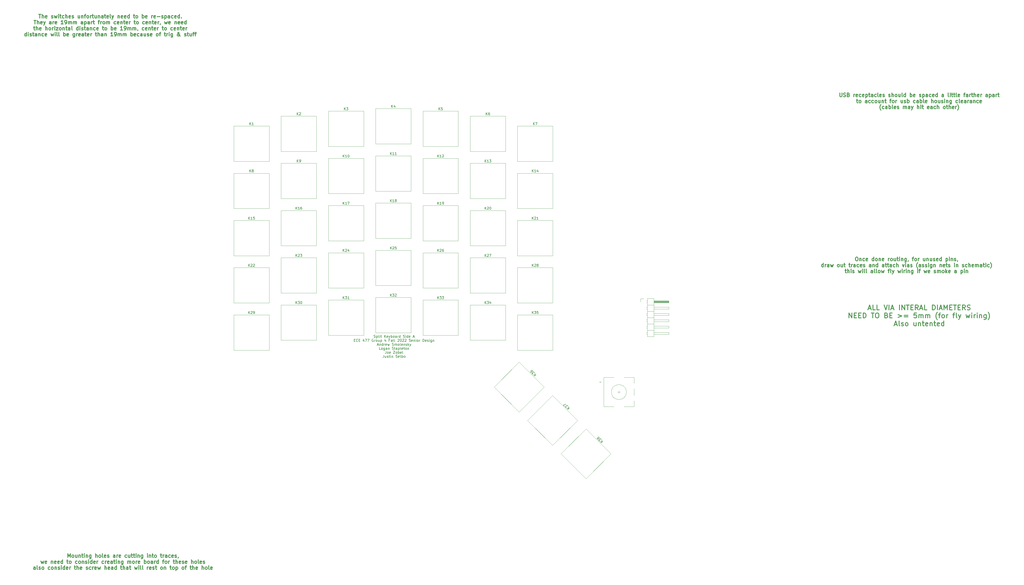
<source format=gbr>
%TF.GenerationSoftware,KiCad,Pcbnew,6.0.7-f9a2dced07~116~ubuntu20.04.1*%
%TF.CreationDate,2022-10-18T12:20:34-04:00*%
%TF.ProjectId,Splitboard-A,53706c69-7462-46f6-9172-642d412e6b69,rev?*%
%TF.SameCoordinates,Original*%
%TF.FileFunction,Legend,Top*%
%TF.FilePolarity,Positive*%
%FSLAX46Y46*%
G04 Gerber Fmt 4.6, Leading zero omitted, Abs format (unit mm)*
G04 Created by KiCad (PCBNEW 6.0.7-f9a2dced07~116~ubuntu20.04.1) date 2022-10-18 12:20:34*
%MOMM*%
%LPD*%
G01*
G04 APERTURE LIST*
%ADD10C,0.150000*%
%ADD11C,0.300000*%
%ADD12C,0.120000*%
G04 APERTURE END LIST*
D10*
X154180952Y-117979761D02*
X154323809Y-118027380D01*
X154561904Y-118027380D01*
X154657142Y-117979761D01*
X154704761Y-117932142D01*
X154752380Y-117836904D01*
X154752380Y-117741666D01*
X154704761Y-117646428D01*
X154657142Y-117598809D01*
X154561904Y-117551190D01*
X154371428Y-117503571D01*
X154276190Y-117455952D01*
X154228571Y-117408333D01*
X154180952Y-117313095D01*
X154180952Y-117217857D01*
X154228571Y-117122619D01*
X154276190Y-117075000D01*
X154371428Y-117027380D01*
X154609523Y-117027380D01*
X154752380Y-117075000D01*
X155180952Y-117360714D02*
X155180952Y-118360714D01*
X155180952Y-117408333D02*
X155276190Y-117360714D01*
X155466666Y-117360714D01*
X155561904Y-117408333D01*
X155609523Y-117455952D01*
X155657142Y-117551190D01*
X155657142Y-117836904D01*
X155609523Y-117932142D01*
X155561904Y-117979761D01*
X155466666Y-118027380D01*
X155276190Y-118027380D01*
X155180952Y-117979761D01*
X156228571Y-118027380D02*
X156133333Y-117979761D01*
X156085714Y-117884523D01*
X156085714Y-117027380D01*
X156609523Y-118027380D02*
X156609523Y-117360714D01*
X156609523Y-117027380D02*
X156561904Y-117075000D01*
X156609523Y-117122619D01*
X156657142Y-117075000D01*
X156609523Y-117027380D01*
X156609523Y-117122619D01*
X156942857Y-117360714D02*
X157323809Y-117360714D01*
X157085714Y-117027380D02*
X157085714Y-117884523D01*
X157133333Y-117979761D01*
X157228571Y-118027380D01*
X157323809Y-118027380D01*
X158419047Y-118027380D02*
X158419047Y-117027380D01*
X158990476Y-118027380D02*
X158561904Y-117455952D01*
X158990476Y-117027380D02*
X158419047Y-117598809D01*
X159800000Y-117979761D02*
X159704761Y-118027380D01*
X159514285Y-118027380D01*
X159419047Y-117979761D01*
X159371428Y-117884523D01*
X159371428Y-117503571D01*
X159419047Y-117408333D01*
X159514285Y-117360714D01*
X159704761Y-117360714D01*
X159800000Y-117408333D01*
X159847619Y-117503571D01*
X159847619Y-117598809D01*
X159371428Y-117694047D01*
X160180952Y-117360714D02*
X160419047Y-118027380D01*
X160657142Y-117360714D02*
X160419047Y-118027380D01*
X160323809Y-118265476D01*
X160276190Y-118313095D01*
X160180952Y-118360714D01*
X161038095Y-118027380D02*
X161038095Y-117027380D01*
X161038095Y-117408333D02*
X161133333Y-117360714D01*
X161323809Y-117360714D01*
X161419047Y-117408333D01*
X161466666Y-117455952D01*
X161514285Y-117551190D01*
X161514285Y-117836904D01*
X161466666Y-117932142D01*
X161419047Y-117979761D01*
X161323809Y-118027380D01*
X161133333Y-118027380D01*
X161038095Y-117979761D01*
X162085714Y-118027380D02*
X161990476Y-117979761D01*
X161942857Y-117932142D01*
X161895238Y-117836904D01*
X161895238Y-117551190D01*
X161942857Y-117455952D01*
X161990476Y-117408333D01*
X162085714Y-117360714D01*
X162228571Y-117360714D01*
X162323809Y-117408333D01*
X162371428Y-117455952D01*
X162419047Y-117551190D01*
X162419047Y-117836904D01*
X162371428Y-117932142D01*
X162323809Y-117979761D01*
X162228571Y-118027380D01*
X162085714Y-118027380D01*
X163276190Y-118027380D02*
X163276190Y-117503571D01*
X163228571Y-117408333D01*
X163133333Y-117360714D01*
X162942857Y-117360714D01*
X162847619Y-117408333D01*
X163276190Y-117979761D02*
X163180952Y-118027380D01*
X162942857Y-118027380D01*
X162847619Y-117979761D01*
X162800000Y-117884523D01*
X162800000Y-117789285D01*
X162847619Y-117694047D01*
X162942857Y-117646428D01*
X163180952Y-117646428D01*
X163276190Y-117598809D01*
X163752380Y-118027380D02*
X163752380Y-117360714D01*
X163752380Y-117551190D02*
X163800000Y-117455952D01*
X163847619Y-117408333D01*
X163942857Y-117360714D01*
X164038095Y-117360714D01*
X164800000Y-118027380D02*
X164800000Y-117027380D01*
X164800000Y-117979761D02*
X164704761Y-118027380D01*
X164514285Y-118027380D01*
X164419047Y-117979761D01*
X164371428Y-117932142D01*
X164323809Y-117836904D01*
X164323809Y-117551190D01*
X164371428Y-117455952D01*
X164419047Y-117408333D01*
X164514285Y-117360714D01*
X164704761Y-117360714D01*
X164800000Y-117408333D01*
X165990476Y-117979761D02*
X166133333Y-118027380D01*
X166371428Y-118027380D01*
X166466666Y-117979761D01*
X166514285Y-117932142D01*
X166561904Y-117836904D01*
X166561904Y-117741666D01*
X166514285Y-117646428D01*
X166466666Y-117598809D01*
X166371428Y-117551190D01*
X166180952Y-117503571D01*
X166085714Y-117455952D01*
X166038095Y-117408333D01*
X165990476Y-117313095D01*
X165990476Y-117217857D01*
X166038095Y-117122619D01*
X166085714Y-117075000D01*
X166180952Y-117027380D01*
X166419047Y-117027380D01*
X166561904Y-117075000D01*
X166990476Y-118027380D02*
X166990476Y-117360714D01*
X166990476Y-117027380D02*
X166942857Y-117075000D01*
X166990476Y-117122619D01*
X167038095Y-117075000D01*
X166990476Y-117027380D01*
X166990476Y-117122619D01*
X167895238Y-118027380D02*
X167895238Y-117027380D01*
X167895238Y-117979761D02*
X167800000Y-118027380D01*
X167609523Y-118027380D01*
X167514285Y-117979761D01*
X167466666Y-117932142D01*
X167419047Y-117836904D01*
X167419047Y-117551190D01*
X167466666Y-117455952D01*
X167514285Y-117408333D01*
X167609523Y-117360714D01*
X167800000Y-117360714D01*
X167895238Y-117408333D01*
X168752380Y-117979761D02*
X168657142Y-118027380D01*
X168466666Y-118027380D01*
X168371428Y-117979761D01*
X168323809Y-117884523D01*
X168323809Y-117503571D01*
X168371428Y-117408333D01*
X168466666Y-117360714D01*
X168657142Y-117360714D01*
X168752380Y-117408333D01*
X168800000Y-117503571D01*
X168800000Y-117598809D01*
X168323809Y-117694047D01*
X169942857Y-117741666D02*
X170419047Y-117741666D01*
X169847619Y-118027380D02*
X170180952Y-117027380D01*
X170514285Y-118027380D01*
X146252380Y-119113571D02*
X146585714Y-119113571D01*
X146728571Y-119637380D02*
X146252380Y-119637380D01*
X146252380Y-118637380D01*
X146728571Y-118637380D01*
X147728571Y-119542142D02*
X147680952Y-119589761D01*
X147538095Y-119637380D01*
X147442857Y-119637380D01*
X147300000Y-119589761D01*
X147204761Y-119494523D01*
X147157142Y-119399285D01*
X147109523Y-119208809D01*
X147109523Y-119065952D01*
X147157142Y-118875476D01*
X147204761Y-118780238D01*
X147300000Y-118685000D01*
X147442857Y-118637380D01*
X147538095Y-118637380D01*
X147680952Y-118685000D01*
X147728571Y-118732619D01*
X148157142Y-119113571D02*
X148490476Y-119113571D01*
X148633333Y-119637380D02*
X148157142Y-119637380D01*
X148157142Y-118637380D01*
X148633333Y-118637380D01*
X150252380Y-118970714D02*
X150252380Y-119637380D01*
X150014285Y-118589761D02*
X149776190Y-119304047D01*
X150395238Y-119304047D01*
X150680952Y-118637380D02*
X151347619Y-118637380D01*
X150919047Y-119637380D01*
X151633333Y-118637380D02*
X152300000Y-118637380D01*
X151871428Y-119637380D01*
X153966666Y-118685000D02*
X153871428Y-118637380D01*
X153728571Y-118637380D01*
X153585714Y-118685000D01*
X153490476Y-118780238D01*
X153442857Y-118875476D01*
X153395238Y-119065952D01*
X153395238Y-119208809D01*
X153442857Y-119399285D01*
X153490476Y-119494523D01*
X153585714Y-119589761D01*
X153728571Y-119637380D01*
X153823809Y-119637380D01*
X153966666Y-119589761D01*
X154014285Y-119542142D01*
X154014285Y-119208809D01*
X153823809Y-119208809D01*
X154442857Y-119637380D02*
X154442857Y-118970714D01*
X154442857Y-119161190D02*
X154490476Y-119065952D01*
X154538095Y-119018333D01*
X154633333Y-118970714D01*
X154728571Y-118970714D01*
X155204761Y-119637380D02*
X155109523Y-119589761D01*
X155061904Y-119542142D01*
X155014285Y-119446904D01*
X155014285Y-119161190D01*
X155061904Y-119065952D01*
X155109523Y-119018333D01*
X155204761Y-118970714D01*
X155347619Y-118970714D01*
X155442857Y-119018333D01*
X155490476Y-119065952D01*
X155538095Y-119161190D01*
X155538095Y-119446904D01*
X155490476Y-119542142D01*
X155442857Y-119589761D01*
X155347619Y-119637380D01*
X155204761Y-119637380D01*
X156395238Y-118970714D02*
X156395238Y-119637380D01*
X155966666Y-118970714D02*
X155966666Y-119494523D01*
X156014285Y-119589761D01*
X156109523Y-119637380D01*
X156252380Y-119637380D01*
X156347619Y-119589761D01*
X156395238Y-119542142D01*
X156871428Y-118970714D02*
X156871428Y-119970714D01*
X156871428Y-119018333D02*
X156966666Y-118970714D01*
X157157142Y-118970714D01*
X157252380Y-119018333D01*
X157300000Y-119065952D01*
X157347619Y-119161190D01*
X157347619Y-119446904D01*
X157300000Y-119542142D01*
X157252380Y-119589761D01*
X157157142Y-119637380D01*
X156966666Y-119637380D01*
X156871428Y-119589761D01*
X158966666Y-118970714D02*
X158966666Y-119637380D01*
X158728571Y-118589761D02*
X158490476Y-119304047D01*
X159109523Y-119304047D01*
X160585714Y-119113571D02*
X160252380Y-119113571D01*
X160252380Y-119637380D02*
X160252380Y-118637380D01*
X160728571Y-118637380D01*
X161538095Y-119637380D02*
X161538095Y-119113571D01*
X161490476Y-119018333D01*
X161395238Y-118970714D01*
X161204761Y-118970714D01*
X161109523Y-119018333D01*
X161538095Y-119589761D02*
X161442857Y-119637380D01*
X161204761Y-119637380D01*
X161109523Y-119589761D01*
X161061904Y-119494523D01*
X161061904Y-119399285D01*
X161109523Y-119304047D01*
X161204761Y-119256428D01*
X161442857Y-119256428D01*
X161538095Y-119208809D01*
X162157142Y-119637380D02*
X162061904Y-119589761D01*
X162014285Y-119494523D01*
X162014285Y-118637380D01*
X162680952Y-119637380D02*
X162585714Y-119589761D01*
X162538095Y-119494523D01*
X162538095Y-118637380D01*
X163776190Y-118732619D02*
X163823809Y-118685000D01*
X163919047Y-118637380D01*
X164157142Y-118637380D01*
X164252380Y-118685000D01*
X164299999Y-118732619D01*
X164347619Y-118827857D01*
X164347619Y-118923095D01*
X164299999Y-119065952D01*
X163728571Y-119637380D01*
X164347619Y-119637380D01*
X164966666Y-118637380D02*
X165061904Y-118637380D01*
X165157142Y-118685000D01*
X165204761Y-118732619D01*
X165252380Y-118827857D01*
X165299999Y-119018333D01*
X165299999Y-119256428D01*
X165252380Y-119446904D01*
X165204761Y-119542142D01*
X165157142Y-119589761D01*
X165061904Y-119637380D01*
X164966666Y-119637380D01*
X164871428Y-119589761D01*
X164823809Y-119542142D01*
X164776190Y-119446904D01*
X164728571Y-119256428D01*
X164728571Y-119018333D01*
X164776190Y-118827857D01*
X164823809Y-118732619D01*
X164871428Y-118685000D01*
X164966666Y-118637380D01*
X165680952Y-118732619D02*
X165728571Y-118685000D01*
X165823809Y-118637380D01*
X166061904Y-118637380D01*
X166157142Y-118685000D01*
X166204761Y-118732619D01*
X166252380Y-118827857D01*
X166252380Y-118923095D01*
X166204761Y-119065952D01*
X165633333Y-119637380D01*
X166252380Y-119637380D01*
X166633333Y-118732619D02*
X166680952Y-118685000D01*
X166776190Y-118637380D01*
X167014285Y-118637380D01*
X167109523Y-118685000D01*
X167157142Y-118732619D01*
X167204761Y-118827857D01*
X167204761Y-118923095D01*
X167157142Y-119065952D01*
X166585714Y-119637380D01*
X167204761Y-119637380D01*
X168347619Y-119589761D02*
X168490476Y-119637380D01*
X168728571Y-119637380D01*
X168823809Y-119589761D01*
X168871428Y-119542142D01*
X168919047Y-119446904D01*
X168919047Y-119351666D01*
X168871428Y-119256428D01*
X168823809Y-119208809D01*
X168728571Y-119161190D01*
X168538095Y-119113571D01*
X168442857Y-119065952D01*
X168395238Y-119018333D01*
X168347619Y-118923095D01*
X168347619Y-118827857D01*
X168395238Y-118732619D01*
X168442857Y-118685000D01*
X168538095Y-118637380D01*
X168776190Y-118637380D01*
X168919047Y-118685000D01*
X169728571Y-119589761D02*
X169633333Y-119637380D01*
X169442857Y-119637380D01*
X169347619Y-119589761D01*
X169299999Y-119494523D01*
X169299999Y-119113571D01*
X169347619Y-119018333D01*
X169442857Y-118970714D01*
X169633333Y-118970714D01*
X169728571Y-119018333D01*
X169776190Y-119113571D01*
X169776190Y-119208809D01*
X169299999Y-119304047D01*
X170204761Y-118970714D02*
X170204761Y-119637380D01*
X170204761Y-119065952D02*
X170252380Y-119018333D01*
X170347619Y-118970714D01*
X170490476Y-118970714D01*
X170585714Y-119018333D01*
X170633333Y-119113571D01*
X170633333Y-119637380D01*
X171109523Y-119637380D02*
X171109523Y-118970714D01*
X171109523Y-118637380D02*
X171061904Y-118685000D01*
X171109523Y-118732619D01*
X171157142Y-118685000D01*
X171109523Y-118637380D01*
X171109523Y-118732619D01*
X171728571Y-119637380D02*
X171633333Y-119589761D01*
X171585714Y-119542142D01*
X171538095Y-119446904D01*
X171538095Y-119161190D01*
X171585714Y-119065952D01*
X171633333Y-119018333D01*
X171728571Y-118970714D01*
X171871428Y-118970714D01*
X171966666Y-119018333D01*
X172014285Y-119065952D01*
X172061904Y-119161190D01*
X172061904Y-119446904D01*
X172014285Y-119542142D01*
X171966666Y-119589761D01*
X171871428Y-119637380D01*
X171728571Y-119637380D01*
X172490476Y-119637380D02*
X172490476Y-118970714D01*
X172490476Y-119161190D02*
X172538095Y-119065952D01*
X172585714Y-119018333D01*
X172680952Y-118970714D01*
X172776190Y-118970714D01*
X173871428Y-119637380D02*
X173871428Y-118637380D01*
X174109523Y-118637380D01*
X174252380Y-118685000D01*
X174347619Y-118780238D01*
X174395238Y-118875476D01*
X174442857Y-119065952D01*
X174442857Y-119208809D01*
X174395238Y-119399285D01*
X174347619Y-119494523D01*
X174252380Y-119589761D01*
X174109523Y-119637380D01*
X173871428Y-119637380D01*
X175252380Y-119589761D02*
X175157142Y-119637380D01*
X174966666Y-119637380D01*
X174871428Y-119589761D01*
X174823809Y-119494523D01*
X174823809Y-119113571D01*
X174871428Y-119018333D01*
X174966666Y-118970714D01*
X175157142Y-118970714D01*
X175252380Y-119018333D01*
X175299999Y-119113571D01*
X175299999Y-119208809D01*
X174823809Y-119304047D01*
X175680952Y-119589761D02*
X175776190Y-119637380D01*
X175966666Y-119637380D01*
X176061904Y-119589761D01*
X176109523Y-119494523D01*
X176109523Y-119446904D01*
X176061904Y-119351666D01*
X175966666Y-119304047D01*
X175823809Y-119304047D01*
X175728571Y-119256428D01*
X175680952Y-119161190D01*
X175680952Y-119113571D01*
X175728571Y-119018333D01*
X175823809Y-118970714D01*
X175966666Y-118970714D01*
X176061904Y-119018333D01*
X176538095Y-119637380D02*
X176538095Y-118970714D01*
X176538095Y-118637380D02*
X176490476Y-118685000D01*
X176538095Y-118732619D01*
X176585714Y-118685000D01*
X176538095Y-118637380D01*
X176538095Y-118732619D01*
X177442857Y-118970714D02*
X177442857Y-119780238D01*
X177395238Y-119875476D01*
X177347619Y-119923095D01*
X177252380Y-119970714D01*
X177109523Y-119970714D01*
X177014285Y-119923095D01*
X177442857Y-119589761D02*
X177347619Y-119637380D01*
X177157142Y-119637380D01*
X177061904Y-119589761D01*
X177014285Y-119542142D01*
X176966666Y-119446904D01*
X176966666Y-119161190D01*
X177014285Y-119065952D01*
X177061904Y-119018333D01*
X177157142Y-118970714D01*
X177347619Y-118970714D01*
X177442857Y-119018333D01*
X177919047Y-118970714D02*
X177919047Y-119637380D01*
X177919047Y-119065952D02*
X177966666Y-119018333D01*
X178061904Y-118970714D01*
X178204761Y-118970714D01*
X178299999Y-119018333D01*
X178347619Y-119113571D01*
X178347619Y-119637380D01*
X155585714Y-120961666D02*
X156061904Y-120961666D01*
X155490476Y-121247380D02*
X155823809Y-120247380D01*
X156157142Y-121247380D01*
X156490476Y-120580714D02*
X156490476Y-121247380D01*
X156490476Y-120675952D02*
X156538095Y-120628333D01*
X156633333Y-120580714D01*
X156776190Y-120580714D01*
X156871428Y-120628333D01*
X156919047Y-120723571D01*
X156919047Y-121247380D01*
X157823809Y-121247380D02*
X157823809Y-120247380D01*
X157823809Y-121199761D02*
X157728571Y-121247380D01*
X157538095Y-121247380D01*
X157442857Y-121199761D01*
X157395238Y-121152142D01*
X157347619Y-121056904D01*
X157347619Y-120771190D01*
X157395238Y-120675952D01*
X157442857Y-120628333D01*
X157538095Y-120580714D01*
X157728571Y-120580714D01*
X157823809Y-120628333D01*
X158300000Y-121247380D02*
X158300000Y-120580714D01*
X158300000Y-120771190D02*
X158347619Y-120675952D01*
X158395238Y-120628333D01*
X158490476Y-120580714D01*
X158585714Y-120580714D01*
X159300000Y-121199761D02*
X159204761Y-121247380D01*
X159014285Y-121247380D01*
X158919047Y-121199761D01*
X158871428Y-121104523D01*
X158871428Y-120723571D01*
X158919047Y-120628333D01*
X159014285Y-120580714D01*
X159204761Y-120580714D01*
X159300000Y-120628333D01*
X159347619Y-120723571D01*
X159347619Y-120818809D01*
X158871428Y-120914047D01*
X159680952Y-120580714D02*
X159871428Y-121247380D01*
X160061904Y-120771190D01*
X160252380Y-121247380D01*
X160442857Y-120580714D01*
X161538095Y-121199761D02*
X161680952Y-121247380D01*
X161919047Y-121247380D01*
X162014285Y-121199761D01*
X162061904Y-121152142D01*
X162109523Y-121056904D01*
X162109523Y-120961666D01*
X162061904Y-120866428D01*
X162014285Y-120818809D01*
X161919047Y-120771190D01*
X161728571Y-120723571D01*
X161633333Y-120675952D01*
X161585714Y-120628333D01*
X161538095Y-120533095D01*
X161538095Y-120437857D01*
X161585714Y-120342619D01*
X161633333Y-120295000D01*
X161728571Y-120247380D01*
X161966666Y-120247380D01*
X162109523Y-120295000D01*
X162538095Y-121247380D02*
X162538095Y-120580714D01*
X162538095Y-120675952D02*
X162585714Y-120628333D01*
X162680952Y-120580714D01*
X162823809Y-120580714D01*
X162919047Y-120628333D01*
X162966666Y-120723571D01*
X162966666Y-121247380D01*
X162966666Y-120723571D02*
X163014285Y-120628333D01*
X163109523Y-120580714D01*
X163252380Y-120580714D01*
X163347619Y-120628333D01*
X163395238Y-120723571D01*
X163395238Y-121247380D01*
X164014285Y-121247380D02*
X163919047Y-121199761D01*
X163871428Y-121152142D01*
X163823809Y-121056904D01*
X163823809Y-120771190D01*
X163871428Y-120675952D01*
X163919047Y-120628333D01*
X164014285Y-120580714D01*
X164157142Y-120580714D01*
X164252380Y-120628333D01*
X164300000Y-120675952D01*
X164347619Y-120771190D01*
X164347619Y-121056904D01*
X164300000Y-121152142D01*
X164252380Y-121199761D01*
X164157142Y-121247380D01*
X164014285Y-121247380D01*
X164919047Y-121247380D02*
X164823809Y-121199761D01*
X164776190Y-121104523D01*
X164776190Y-120247380D01*
X165680952Y-121199761D02*
X165585714Y-121247380D01*
X165395238Y-121247380D01*
X165300000Y-121199761D01*
X165252380Y-121104523D01*
X165252380Y-120723571D01*
X165300000Y-120628333D01*
X165395238Y-120580714D01*
X165585714Y-120580714D01*
X165680952Y-120628333D01*
X165728571Y-120723571D01*
X165728571Y-120818809D01*
X165252380Y-120914047D01*
X166157142Y-120580714D02*
X166157142Y-121247380D01*
X166157142Y-120675952D02*
X166204761Y-120628333D01*
X166300000Y-120580714D01*
X166442857Y-120580714D01*
X166538095Y-120628333D01*
X166585714Y-120723571D01*
X166585714Y-121247380D01*
X167014285Y-121199761D02*
X167109523Y-121247380D01*
X167300000Y-121247380D01*
X167395238Y-121199761D01*
X167442857Y-121104523D01*
X167442857Y-121056904D01*
X167395238Y-120961666D01*
X167300000Y-120914047D01*
X167157142Y-120914047D01*
X167061904Y-120866428D01*
X167014285Y-120771190D01*
X167014285Y-120723571D01*
X167061904Y-120628333D01*
X167157142Y-120580714D01*
X167300000Y-120580714D01*
X167395238Y-120628333D01*
X167871428Y-121247380D02*
X167871428Y-120247380D01*
X167966666Y-120866428D02*
X168252380Y-121247380D01*
X168252380Y-120580714D02*
X167871428Y-120961666D01*
X168585714Y-120580714D02*
X168823809Y-121247380D01*
X169061904Y-120580714D02*
X168823809Y-121247380D01*
X168728571Y-121485476D01*
X168680952Y-121533095D01*
X168585714Y-121580714D01*
X156871428Y-122857380D02*
X156395238Y-122857380D01*
X156395238Y-121857380D01*
X157347619Y-122857380D02*
X157252380Y-122809761D01*
X157204761Y-122762142D01*
X157157142Y-122666904D01*
X157157142Y-122381190D01*
X157204761Y-122285952D01*
X157252380Y-122238333D01*
X157347619Y-122190714D01*
X157490476Y-122190714D01*
X157585714Y-122238333D01*
X157633333Y-122285952D01*
X157680952Y-122381190D01*
X157680952Y-122666904D01*
X157633333Y-122762142D01*
X157585714Y-122809761D01*
X157490476Y-122857380D01*
X157347619Y-122857380D01*
X158538095Y-122190714D02*
X158538095Y-123000238D01*
X158490476Y-123095476D01*
X158442857Y-123143095D01*
X158347619Y-123190714D01*
X158204761Y-123190714D01*
X158109523Y-123143095D01*
X158538095Y-122809761D02*
X158442857Y-122857380D01*
X158252380Y-122857380D01*
X158157142Y-122809761D01*
X158109523Y-122762142D01*
X158061904Y-122666904D01*
X158061904Y-122381190D01*
X158109523Y-122285952D01*
X158157142Y-122238333D01*
X158252380Y-122190714D01*
X158442857Y-122190714D01*
X158538095Y-122238333D01*
X159442857Y-122857380D02*
X159442857Y-122333571D01*
X159395238Y-122238333D01*
X159300000Y-122190714D01*
X159109523Y-122190714D01*
X159014285Y-122238333D01*
X159442857Y-122809761D02*
X159347619Y-122857380D01*
X159109523Y-122857380D01*
X159014285Y-122809761D01*
X158966666Y-122714523D01*
X158966666Y-122619285D01*
X159014285Y-122524047D01*
X159109523Y-122476428D01*
X159347619Y-122476428D01*
X159442857Y-122428809D01*
X159919047Y-122190714D02*
X159919047Y-122857380D01*
X159919047Y-122285952D02*
X159966666Y-122238333D01*
X160061904Y-122190714D01*
X160204761Y-122190714D01*
X160300000Y-122238333D01*
X160347619Y-122333571D01*
X160347619Y-122857380D01*
X161538095Y-122809761D02*
X161680952Y-122857380D01*
X161919047Y-122857380D01*
X162014285Y-122809761D01*
X162061904Y-122762142D01*
X162109523Y-122666904D01*
X162109523Y-122571666D01*
X162061904Y-122476428D01*
X162014285Y-122428809D01*
X161919047Y-122381190D01*
X161728571Y-122333571D01*
X161633333Y-122285952D01*
X161585714Y-122238333D01*
X161538095Y-122143095D01*
X161538095Y-122047857D01*
X161585714Y-121952619D01*
X161633333Y-121905000D01*
X161728571Y-121857380D01*
X161966666Y-121857380D01*
X162109523Y-121905000D01*
X162395238Y-122190714D02*
X162776190Y-122190714D01*
X162538095Y-121857380D02*
X162538095Y-122714523D01*
X162585714Y-122809761D01*
X162680952Y-122857380D01*
X162776190Y-122857380D01*
X163538095Y-122857380D02*
X163538095Y-122333571D01*
X163490476Y-122238333D01*
X163395238Y-122190714D01*
X163204761Y-122190714D01*
X163109523Y-122238333D01*
X163538095Y-122809761D02*
X163442857Y-122857380D01*
X163204761Y-122857380D01*
X163109523Y-122809761D01*
X163061904Y-122714523D01*
X163061904Y-122619285D01*
X163109523Y-122524047D01*
X163204761Y-122476428D01*
X163442857Y-122476428D01*
X163538095Y-122428809D01*
X164014285Y-122190714D02*
X164014285Y-123190714D01*
X164014285Y-122238333D02*
X164109523Y-122190714D01*
X164300000Y-122190714D01*
X164395238Y-122238333D01*
X164442857Y-122285952D01*
X164490476Y-122381190D01*
X164490476Y-122666904D01*
X164442857Y-122762142D01*
X164395238Y-122809761D01*
X164300000Y-122857380D01*
X164109523Y-122857380D01*
X164014285Y-122809761D01*
X165061904Y-122857380D02*
X164966666Y-122809761D01*
X164919047Y-122714523D01*
X164919047Y-121857380D01*
X165823809Y-122809761D02*
X165728571Y-122857380D01*
X165538095Y-122857380D01*
X165442857Y-122809761D01*
X165395238Y-122714523D01*
X165395238Y-122333571D01*
X165442857Y-122238333D01*
X165538095Y-122190714D01*
X165728571Y-122190714D01*
X165823809Y-122238333D01*
X165871428Y-122333571D01*
X165871428Y-122428809D01*
X165395238Y-122524047D01*
X166157142Y-122190714D02*
X166538095Y-122190714D01*
X166300000Y-121857380D02*
X166300000Y-122714523D01*
X166347619Y-122809761D01*
X166442857Y-122857380D01*
X166538095Y-122857380D01*
X167014285Y-122857380D02*
X166919047Y-122809761D01*
X166871428Y-122762142D01*
X166823809Y-122666904D01*
X166823809Y-122381190D01*
X166871428Y-122285952D01*
X166919047Y-122238333D01*
X167014285Y-122190714D01*
X167157142Y-122190714D01*
X167252380Y-122238333D01*
X167300000Y-122285952D01*
X167347619Y-122381190D01*
X167347619Y-122666904D01*
X167300000Y-122762142D01*
X167252380Y-122809761D01*
X167157142Y-122857380D01*
X167014285Y-122857380D01*
X167776190Y-122190714D02*
X167776190Y-122857380D01*
X167776190Y-122285952D02*
X167823809Y-122238333D01*
X167919047Y-122190714D01*
X168061904Y-122190714D01*
X168157142Y-122238333D01*
X168204761Y-122333571D01*
X168204761Y-122857380D01*
X159109523Y-123467380D02*
X159109523Y-124181666D01*
X159061904Y-124324523D01*
X158966666Y-124419761D01*
X158823809Y-124467380D01*
X158728571Y-124467380D01*
X159728571Y-124467380D02*
X159633333Y-124419761D01*
X159585714Y-124372142D01*
X159538095Y-124276904D01*
X159538095Y-123991190D01*
X159585714Y-123895952D01*
X159633333Y-123848333D01*
X159728571Y-123800714D01*
X159871428Y-123800714D01*
X159966666Y-123848333D01*
X160014285Y-123895952D01*
X160061904Y-123991190D01*
X160061904Y-124276904D01*
X160014285Y-124372142D01*
X159966666Y-124419761D01*
X159871428Y-124467380D01*
X159728571Y-124467380D01*
X160871428Y-124419761D02*
X160776190Y-124467380D01*
X160585714Y-124467380D01*
X160490476Y-124419761D01*
X160442857Y-124324523D01*
X160442857Y-123943571D01*
X160490476Y-123848333D01*
X160585714Y-123800714D01*
X160776190Y-123800714D01*
X160871428Y-123848333D01*
X160919047Y-123943571D01*
X160919047Y-124038809D01*
X160442857Y-124134047D01*
X162014285Y-123467380D02*
X162680952Y-123467380D01*
X162014285Y-124467380D01*
X162680952Y-124467380D01*
X163204761Y-124467380D02*
X163109523Y-124419761D01*
X163061904Y-124372142D01*
X163014285Y-124276904D01*
X163014285Y-123991190D01*
X163061904Y-123895952D01*
X163109523Y-123848333D01*
X163204761Y-123800714D01*
X163347619Y-123800714D01*
X163442857Y-123848333D01*
X163490476Y-123895952D01*
X163538095Y-123991190D01*
X163538095Y-124276904D01*
X163490476Y-124372142D01*
X163442857Y-124419761D01*
X163347619Y-124467380D01*
X163204761Y-124467380D01*
X163966666Y-124467380D02*
X163966666Y-123467380D01*
X163966666Y-123848333D02*
X164061904Y-123800714D01*
X164252380Y-123800714D01*
X164347619Y-123848333D01*
X164395238Y-123895952D01*
X164442857Y-123991190D01*
X164442857Y-124276904D01*
X164395238Y-124372142D01*
X164347619Y-124419761D01*
X164252380Y-124467380D01*
X164061904Y-124467380D01*
X163966666Y-124419761D01*
X165252380Y-124419761D02*
X165157142Y-124467380D01*
X164966666Y-124467380D01*
X164871428Y-124419761D01*
X164823809Y-124324523D01*
X164823809Y-123943571D01*
X164871428Y-123848333D01*
X164966666Y-123800714D01*
X165157142Y-123800714D01*
X165252380Y-123848333D01*
X165300000Y-123943571D01*
X165300000Y-124038809D01*
X164823809Y-124134047D01*
X165871428Y-124467380D02*
X165776190Y-124419761D01*
X165728571Y-124324523D01*
X165728571Y-123467380D01*
X158157142Y-125077380D02*
X158157142Y-125791666D01*
X158109523Y-125934523D01*
X158014285Y-126029761D01*
X157871428Y-126077380D01*
X157776190Y-126077380D01*
X159061904Y-125410714D02*
X159061904Y-126077380D01*
X158633333Y-125410714D02*
X158633333Y-125934523D01*
X158680952Y-126029761D01*
X158776190Y-126077380D01*
X158919047Y-126077380D01*
X159014285Y-126029761D01*
X159061904Y-125982142D01*
X159490476Y-126029761D02*
X159585714Y-126077380D01*
X159776190Y-126077380D01*
X159871428Y-126029761D01*
X159919047Y-125934523D01*
X159919047Y-125886904D01*
X159871428Y-125791666D01*
X159776190Y-125744047D01*
X159633333Y-125744047D01*
X159538095Y-125696428D01*
X159490476Y-125601190D01*
X159490476Y-125553571D01*
X159538095Y-125458333D01*
X159633333Y-125410714D01*
X159776190Y-125410714D01*
X159871428Y-125458333D01*
X160204761Y-125410714D02*
X160585714Y-125410714D01*
X160347619Y-125077380D02*
X160347619Y-125934523D01*
X160395238Y-126029761D01*
X160490476Y-126077380D01*
X160585714Y-126077380D01*
X160919047Y-126077380D02*
X160919047Y-125410714D01*
X160919047Y-125077380D02*
X160871428Y-125125000D01*
X160919047Y-125172619D01*
X160966666Y-125125000D01*
X160919047Y-125077380D01*
X160919047Y-125172619D01*
X161395238Y-125410714D02*
X161395238Y-126077380D01*
X161395238Y-125505952D02*
X161442857Y-125458333D01*
X161538095Y-125410714D01*
X161680952Y-125410714D01*
X161776190Y-125458333D01*
X161823809Y-125553571D01*
X161823809Y-126077380D01*
X163014285Y-126029761D02*
X163157142Y-126077380D01*
X163395238Y-126077380D01*
X163490476Y-126029761D01*
X163538095Y-125982142D01*
X163585714Y-125886904D01*
X163585714Y-125791666D01*
X163538095Y-125696428D01*
X163490476Y-125648809D01*
X163395238Y-125601190D01*
X163204761Y-125553571D01*
X163109523Y-125505952D01*
X163061904Y-125458333D01*
X163014285Y-125363095D01*
X163014285Y-125267857D01*
X163061904Y-125172619D01*
X163109523Y-125125000D01*
X163204761Y-125077380D01*
X163442857Y-125077380D01*
X163585714Y-125125000D01*
X164395238Y-126029761D02*
X164300000Y-126077380D01*
X164109523Y-126077380D01*
X164014285Y-126029761D01*
X163966666Y-125934523D01*
X163966666Y-125553571D01*
X164014285Y-125458333D01*
X164109523Y-125410714D01*
X164300000Y-125410714D01*
X164395238Y-125458333D01*
X164442857Y-125553571D01*
X164442857Y-125648809D01*
X163966666Y-125744047D01*
X165014285Y-126077380D02*
X164919047Y-126029761D01*
X164871428Y-125934523D01*
X164871428Y-125077380D01*
X165395238Y-126077380D02*
X165395238Y-125077380D01*
X165395238Y-125458333D02*
X165490476Y-125410714D01*
X165680952Y-125410714D01*
X165776190Y-125458333D01*
X165823809Y-125505952D01*
X165871428Y-125601190D01*
X165871428Y-125886904D01*
X165823809Y-125982142D01*
X165776190Y-126029761D01*
X165680952Y-126077380D01*
X165490476Y-126077380D01*
X165395238Y-126029761D01*
X166442857Y-126077380D02*
X166347619Y-126029761D01*
X166300000Y-125982142D01*
X166252380Y-125886904D01*
X166252380Y-125601190D01*
X166300000Y-125505952D01*
X166347619Y-125458333D01*
X166442857Y-125410714D01*
X166585714Y-125410714D01*
X166680952Y-125458333D01*
X166728571Y-125505952D01*
X166776190Y-125601190D01*
X166776190Y-125886904D01*
X166728571Y-125982142D01*
X166680952Y-126029761D01*
X166585714Y-126077380D01*
X166442857Y-126077380D01*
D11*
X348121428Y-85663571D02*
X348407142Y-85663571D01*
X348550000Y-85735000D01*
X348692857Y-85877857D01*
X348764285Y-86163571D01*
X348764285Y-86663571D01*
X348692857Y-86949285D01*
X348550000Y-87092142D01*
X348407142Y-87163571D01*
X348121428Y-87163571D01*
X347978571Y-87092142D01*
X347835714Y-86949285D01*
X347764285Y-86663571D01*
X347764285Y-86163571D01*
X347835714Y-85877857D01*
X347978571Y-85735000D01*
X348121428Y-85663571D01*
X349407142Y-86163571D02*
X349407142Y-87163571D01*
X349407142Y-86306428D02*
X349478571Y-86235000D01*
X349621428Y-86163571D01*
X349835714Y-86163571D01*
X349978571Y-86235000D01*
X350050000Y-86377857D01*
X350050000Y-87163571D01*
X351407142Y-87092142D02*
X351264285Y-87163571D01*
X350978571Y-87163571D01*
X350835714Y-87092142D01*
X350764285Y-87020714D01*
X350692857Y-86877857D01*
X350692857Y-86449285D01*
X350764285Y-86306428D01*
X350835714Y-86235000D01*
X350978571Y-86163571D01*
X351264285Y-86163571D01*
X351407142Y-86235000D01*
X352621428Y-87092142D02*
X352478571Y-87163571D01*
X352192857Y-87163571D01*
X352050000Y-87092142D01*
X351978571Y-86949285D01*
X351978571Y-86377857D01*
X352050000Y-86235000D01*
X352192857Y-86163571D01*
X352478571Y-86163571D01*
X352621428Y-86235000D01*
X352692857Y-86377857D01*
X352692857Y-86520714D01*
X351978571Y-86663571D01*
X355121428Y-87163571D02*
X355121428Y-85663571D01*
X355121428Y-87092142D02*
X354978571Y-87163571D01*
X354692857Y-87163571D01*
X354550000Y-87092142D01*
X354478571Y-87020714D01*
X354407142Y-86877857D01*
X354407142Y-86449285D01*
X354478571Y-86306428D01*
X354550000Y-86235000D01*
X354692857Y-86163571D01*
X354978571Y-86163571D01*
X355121428Y-86235000D01*
X356050000Y-87163571D02*
X355907142Y-87092142D01*
X355835714Y-87020714D01*
X355764285Y-86877857D01*
X355764285Y-86449285D01*
X355835714Y-86306428D01*
X355907142Y-86235000D01*
X356050000Y-86163571D01*
X356264285Y-86163571D01*
X356407142Y-86235000D01*
X356478571Y-86306428D01*
X356550000Y-86449285D01*
X356550000Y-86877857D01*
X356478571Y-87020714D01*
X356407142Y-87092142D01*
X356264285Y-87163571D01*
X356050000Y-87163571D01*
X357192857Y-86163571D02*
X357192857Y-87163571D01*
X357192857Y-86306428D02*
X357264285Y-86235000D01*
X357407142Y-86163571D01*
X357621428Y-86163571D01*
X357764285Y-86235000D01*
X357835714Y-86377857D01*
X357835714Y-87163571D01*
X359121428Y-87092142D02*
X358978571Y-87163571D01*
X358692857Y-87163571D01*
X358550000Y-87092142D01*
X358478571Y-86949285D01*
X358478571Y-86377857D01*
X358550000Y-86235000D01*
X358692857Y-86163571D01*
X358978571Y-86163571D01*
X359121428Y-86235000D01*
X359192857Y-86377857D01*
X359192857Y-86520714D01*
X358478571Y-86663571D01*
X360978571Y-87163571D02*
X360978571Y-86163571D01*
X360978571Y-86449285D02*
X361050000Y-86306428D01*
X361121428Y-86235000D01*
X361264285Y-86163571D01*
X361407142Y-86163571D01*
X362121428Y-87163571D02*
X361978571Y-87092142D01*
X361907142Y-87020714D01*
X361835714Y-86877857D01*
X361835714Y-86449285D01*
X361907142Y-86306428D01*
X361978571Y-86235000D01*
X362121428Y-86163571D01*
X362335714Y-86163571D01*
X362478571Y-86235000D01*
X362550000Y-86306428D01*
X362621428Y-86449285D01*
X362621428Y-86877857D01*
X362550000Y-87020714D01*
X362478571Y-87092142D01*
X362335714Y-87163571D01*
X362121428Y-87163571D01*
X363907142Y-86163571D02*
X363907142Y-87163571D01*
X363264285Y-86163571D02*
X363264285Y-86949285D01*
X363335714Y-87092142D01*
X363478571Y-87163571D01*
X363692857Y-87163571D01*
X363835714Y-87092142D01*
X363907142Y-87020714D01*
X364407142Y-86163571D02*
X364978571Y-86163571D01*
X364621428Y-85663571D02*
X364621428Y-86949285D01*
X364692857Y-87092142D01*
X364835714Y-87163571D01*
X364978571Y-87163571D01*
X365478571Y-87163571D02*
X365478571Y-86163571D01*
X365478571Y-85663571D02*
X365407142Y-85735000D01*
X365478571Y-85806428D01*
X365550000Y-85735000D01*
X365478571Y-85663571D01*
X365478571Y-85806428D01*
X366192857Y-86163571D02*
X366192857Y-87163571D01*
X366192857Y-86306428D02*
X366264285Y-86235000D01*
X366407142Y-86163571D01*
X366621428Y-86163571D01*
X366764285Y-86235000D01*
X366835714Y-86377857D01*
X366835714Y-87163571D01*
X368192857Y-86163571D02*
X368192857Y-87377857D01*
X368121428Y-87520714D01*
X368050000Y-87592142D01*
X367907142Y-87663571D01*
X367692857Y-87663571D01*
X367550000Y-87592142D01*
X368192857Y-87092142D02*
X368050000Y-87163571D01*
X367764285Y-87163571D01*
X367621428Y-87092142D01*
X367550000Y-87020714D01*
X367478571Y-86877857D01*
X367478571Y-86449285D01*
X367550000Y-86306428D01*
X367621428Y-86235000D01*
X367764285Y-86163571D01*
X368050000Y-86163571D01*
X368192857Y-86235000D01*
X368978571Y-87092142D02*
X368978571Y-87163571D01*
X368907142Y-87306428D01*
X368835714Y-87377857D01*
X370550000Y-86163571D02*
X371121428Y-86163571D01*
X370764285Y-87163571D02*
X370764285Y-85877857D01*
X370835714Y-85735000D01*
X370978571Y-85663571D01*
X371121428Y-85663571D01*
X371835714Y-87163571D02*
X371692857Y-87092142D01*
X371621428Y-87020714D01*
X371550000Y-86877857D01*
X371550000Y-86449285D01*
X371621428Y-86306428D01*
X371692857Y-86235000D01*
X371835714Y-86163571D01*
X372050000Y-86163571D01*
X372192857Y-86235000D01*
X372264285Y-86306428D01*
X372335714Y-86449285D01*
X372335714Y-86877857D01*
X372264285Y-87020714D01*
X372192857Y-87092142D01*
X372050000Y-87163571D01*
X371835714Y-87163571D01*
X372978571Y-87163571D02*
X372978571Y-86163571D01*
X372978571Y-86449285D02*
X373050000Y-86306428D01*
X373121428Y-86235000D01*
X373264285Y-86163571D01*
X373407142Y-86163571D01*
X375692857Y-86163571D02*
X375692857Y-87163571D01*
X375050000Y-86163571D02*
X375050000Y-86949285D01*
X375121428Y-87092142D01*
X375264285Y-87163571D01*
X375478571Y-87163571D01*
X375621428Y-87092142D01*
X375692857Y-87020714D01*
X376407142Y-86163571D02*
X376407142Y-87163571D01*
X376407142Y-86306428D02*
X376478571Y-86235000D01*
X376621428Y-86163571D01*
X376835714Y-86163571D01*
X376978571Y-86235000D01*
X377050000Y-86377857D01*
X377050000Y-87163571D01*
X378407142Y-86163571D02*
X378407142Y-87163571D01*
X377764285Y-86163571D02*
X377764285Y-86949285D01*
X377835714Y-87092142D01*
X377978571Y-87163571D01*
X378192857Y-87163571D01*
X378335714Y-87092142D01*
X378407142Y-87020714D01*
X379050000Y-87092142D02*
X379192857Y-87163571D01*
X379478571Y-87163571D01*
X379621428Y-87092142D01*
X379692857Y-86949285D01*
X379692857Y-86877857D01*
X379621428Y-86735000D01*
X379478571Y-86663571D01*
X379264285Y-86663571D01*
X379121428Y-86592142D01*
X379050000Y-86449285D01*
X379050000Y-86377857D01*
X379121428Y-86235000D01*
X379264285Y-86163571D01*
X379478571Y-86163571D01*
X379621428Y-86235000D01*
X380907142Y-87092142D02*
X380764285Y-87163571D01*
X380478571Y-87163571D01*
X380335714Y-87092142D01*
X380264285Y-86949285D01*
X380264285Y-86377857D01*
X380335714Y-86235000D01*
X380478571Y-86163571D01*
X380764285Y-86163571D01*
X380907142Y-86235000D01*
X380978571Y-86377857D01*
X380978571Y-86520714D01*
X380264285Y-86663571D01*
X382264285Y-87163571D02*
X382264285Y-85663571D01*
X382264285Y-87092142D02*
X382121428Y-87163571D01*
X381835714Y-87163571D01*
X381692857Y-87092142D01*
X381621428Y-87020714D01*
X381550000Y-86877857D01*
X381550000Y-86449285D01*
X381621428Y-86306428D01*
X381692857Y-86235000D01*
X381835714Y-86163571D01*
X382121428Y-86163571D01*
X382264285Y-86235000D01*
X384121428Y-86163571D02*
X384121428Y-87663571D01*
X384121428Y-86235000D02*
X384264285Y-86163571D01*
X384550000Y-86163571D01*
X384692857Y-86235000D01*
X384764285Y-86306428D01*
X384835714Y-86449285D01*
X384835714Y-86877857D01*
X384764285Y-87020714D01*
X384692857Y-87092142D01*
X384550000Y-87163571D01*
X384264285Y-87163571D01*
X384121428Y-87092142D01*
X385478571Y-87163571D02*
X385478571Y-86163571D01*
X385478571Y-85663571D02*
X385407142Y-85735000D01*
X385478571Y-85806428D01*
X385550000Y-85735000D01*
X385478571Y-85663571D01*
X385478571Y-85806428D01*
X386192857Y-86163571D02*
X386192857Y-87163571D01*
X386192857Y-86306428D02*
X386264285Y-86235000D01*
X386407142Y-86163571D01*
X386621428Y-86163571D01*
X386764285Y-86235000D01*
X386835714Y-86377857D01*
X386835714Y-87163571D01*
X387478571Y-87092142D02*
X387621428Y-87163571D01*
X387907142Y-87163571D01*
X388050000Y-87092142D01*
X388121428Y-86949285D01*
X388121428Y-86877857D01*
X388050000Y-86735000D01*
X387907142Y-86663571D01*
X387692857Y-86663571D01*
X387550000Y-86592142D01*
X387478571Y-86449285D01*
X387478571Y-86377857D01*
X387550000Y-86235000D01*
X387692857Y-86163571D01*
X387907142Y-86163571D01*
X388050000Y-86235000D01*
X388835714Y-87092142D02*
X388835714Y-87163571D01*
X388764285Y-87306428D01*
X388692857Y-87377857D01*
X334835714Y-89578571D02*
X334835714Y-88078571D01*
X334835714Y-89507142D02*
X334692857Y-89578571D01*
X334407142Y-89578571D01*
X334264285Y-89507142D01*
X334192857Y-89435714D01*
X334121428Y-89292857D01*
X334121428Y-88864285D01*
X334192857Y-88721428D01*
X334264285Y-88650000D01*
X334407142Y-88578571D01*
X334692857Y-88578571D01*
X334835714Y-88650000D01*
X335550000Y-89578571D02*
X335550000Y-88578571D01*
X335550000Y-88864285D02*
X335621428Y-88721428D01*
X335692857Y-88650000D01*
X335835714Y-88578571D01*
X335978571Y-88578571D01*
X337121428Y-89578571D02*
X337121428Y-88792857D01*
X337050000Y-88650000D01*
X336907142Y-88578571D01*
X336621428Y-88578571D01*
X336478571Y-88650000D01*
X337121428Y-89507142D02*
X336978571Y-89578571D01*
X336621428Y-89578571D01*
X336478571Y-89507142D01*
X336407142Y-89364285D01*
X336407142Y-89221428D01*
X336478571Y-89078571D01*
X336621428Y-89007142D01*
X336978571Y-89007142D01*
X337121428Y-88935714D01*
X337692857Y-88578571D02*
X337978571Y-89578571D01*
X338264285Y-88864285D01*
X338550000Y-89578571D01*
X338835714Y-88578571D01*
X340764285Y-89578571D02*
X340621428Y-89507142D01*
X340550000Y-89435714D01*
X340478571Y-89292857D01*
X340478571Y-88864285D01*
X340550000Y-88721428D01*
X340621428Y-88650000D01*
X340764285Y-88578571D01*
X340978571Y-88578571D01*
X341121428Y-88650000D01*
X341192857Y-88721428D01*
X341264285Y-88864285D01*
X341264285Y-89292857D01*
X341192857Y-89435714D01*
X341121428Y-89507142D01*
X340978571Y-89578571D01*
X340764285Y-89578571D01*
X342550000Y-88578571D02*
X342550000Y-89578571D01*
X341907142Y-88578571D02*
X341907142Y-89364285D01*
X341978571Y-89507142D01*
X342121428Y-89578571D01*
X342335714Y-89578571D01*
X342478571Y-89507142D01*
X342550000Y-89435714D01*
X343050000Y-88578571D02*
X343621428Y-88578571D01*
X343264285Y-88078571D02*
X343264285Y-89364285D01*
X343335714Y-89507142D01*
X343478571Y-89578571D01*
X343621428Y-89578571D01*
X345050000Y-88578571D02*
X345621428Y-88578571D01*
X345264285Y-88078571D02*
X345264285Y-89364285D01*
X345335714Y-89507142D01*
X345478571Y-89578571D01*
X345621428Y-89578571D01*
X346121428Y-89578571D02*
X346121428Y-88578571D01*
X346121428Y-88864285D02*
X346192857Y-88721428D01*
X346264285Y-88650000D01*
X346407142Y-88578571D01*
X346550000Y-88578571D01*
X347692857Y-89578571D02*
X347692857Y-88792857D01*
X347621428Y-88650000D01*
X347478571Y-88578571D01*
X347192857Y-88578571D01*
X347050000Y-88650000D01*
X347692857Y-89507142D02*
X347550000Y-89578571D01*
X347192857Y-89578571D01*
X347050000Y-89507142D01*
X346978571Y-89364285D01*
X346978571Y-89221428D01*
X347050000Y-89078571D01*
X347192857Y-89007142D01*
X347550000Y-89007142D01*
X347692857Y-88935714D01*
X349050000Y-89507142D02*
X348907142Y-89578571D01*
X348621428Y-89578571D01*
X348478571Y-89507142D01*
X348407142Y-89435714D01*
X348335714Y-89292857D01*
X348335714Y-88864285D01*
X348407142Y-88721428D01*
X348478571Y-88650000D01*
X348621428Y-88578571D01*
X348907142Y-88578571D01*
X349050000Y-88650000D01*
X350264285Y-89507142D02*
X350121428Y-89578571D01*
X349835714Y-89578571D01*
X349692857Y-89507142D01*
X349621428Y-89364285D01*
X349621428Y-88792857D01*
X349692857Y-88650000D01*
X349835714Y-88578571D01*
X350121428Y-88578571D01*
X350264285Y-88650000D01*
X350335714Y-88792857D01*
X350335714Y-88935714D01*
X349621428Y-89078571D01*
X350907142Y-89507142D02*
X351050000Y-89578571D01*
X351335714Y-89578571D01*
X351478571Y-89507142D01*
X351550000Y-89364285D01*
X351550000Y-89292857D01*
X351478571Y-89150000D01*
X351335714Y-89078571D01*
X351121428Y-89078571D01*
X350978571Y-89007142D01*
X350907142Y-88864285D01*
X350907142Y-88792857D01*
X350978571Y-88650000D01*
X351121428Y-88578571D01*
X351335714Y-88578571D01*
X351478571Y-88650000D01*
X353978571Y-89578571D02*
X353978571Y-88792857D01*
X353907142Y-88650000D01*
X353764285Y-88578571D01*
X353478571Y-88578571D01*
X353335714Y-88650000D01*
X353978571Y-89507142D02*
X353835714Y-89578571D01*
X353478571Y-89578571D01*
X353335714Y-89507142D01*
X353264285Y-89364285D01*
X353264285Y-89221428D01*
X353335714Y-89078571D01*
X353478571Y-89007142D01*
X353835714Y-89007142D01*
X353978571Y-88935714D01*
X354692857Y-88578571D02*
X354692857Y-89578571D01*
X354692857Y-88721428D02*
X354764285Y-88650000D01*
X354907142Y-88578571D01*
X355121428Y-88578571D01*
X355264285Y-88650000D01*
X355335714Y-88792857D01*
X355335714Y-89578571D01*
X356692857Y-89578571D02*
X356692857Y-88078571D01*
X356692857Y-89507142D02*
X356550000Y-89578571D01*
X356264285Y-89578571D01*
X356121428Y-89507142D01*
X356050000Y-89435714D01*
X355978571Y-89292857D01*
X355978571Y-88864285D01*
X356050000Y-88721428D01*
X356121428Y-88650000D01*
X356264285Y-88578571D01*
X356550000Y-88578571D01*
X356692857Y-88650000D01*
X359192857Y-89578571D02*
X359192857Y-88792857D01*
X359121428Y-88650000D01*
X358978571Y-88578571D01*
X358692857Y-88578571D01*
X358550000Y-88650000D01*
X359192857Y-89507142D02*
X359050000Y-89578571D01*
X358692857Y-89578571D01*
X358550000Y-89507142D01*
X358478571Y-89364285D01*
X358478571Y-89221428D01*
X358550000Y-89078571D01*
X358692857Y-89007142D01*
X359050000Y-89007142D01*
X359192857Y-88935714D01*
X359692857Y-88578571D02*
X360264285Y-88578571D01*
X359907142Y-88078571D02*
X359907142Y-89364285D01*
X359978571Y-89507142D01*
X360121428Y-89578571D01*
X360264285Y-89578571D01*
X360550000Y-88578571D02*
X361121428Y-88578571D01*
X360764285Y-88078571D02*
X360764285Y-89364285D01*
X360835714Y-89507142D01*
X360978571Y-89578571D01*
X361121428Y-89578571D01*
X362264285Y-89578571D02*
X362264285Y-88792857D01*
X362192857Y-88650000D01*
X362050000Y-88578571D01*
X361764285Y-88578571D01*
X361621428Y-88650000D01*
X362264285Y-89507142D02*
X362121428Y-89578571D01*
X361764285Y-89578571D01*
X361621428Y-89507142D01*
X361550000Y-89364285D01*
X361550000Y-89221428D01*
X361621428Y-89078571D01*
X361764285Y-89007142D01*
X362121428Y-89007142D01*
X362264285Y-88935714D01*
X363621428Y-89507142D02*
X363478571Y-89578571D01*
X363192857Y-89578571D01*
X363050000Y-89507142D01*
X362978571Y-89435714D01*
X362907142Y-89292857D01*
X362907142Y-88864285D01*
X362978571Y-88721428D01*
X363050000Y-88650000D01*
X363192857Y-88578571D01*
X363478571Y-88578571D01*
X363621428Y-88650000D01*
X364264285Y-89578571D02*
X364264285Y-88078571D01*
X364907142Y-89578571D02*
X364907142Y-88792857D01*
X364835714Y-88650000D01*
X364692857Y-88578571D01*
X364478571Y-88578571D01*
X364335714Y-88650000D01*
X364264285Y-88721428D01*
X366621428Y-88578571D02*
X366978571Y-89578571D01*
X367335714Y-88578571D01*
X367907142Y-89578571D02*
X367907142Y-88578571D01*
X367907142Y-88078571D02*
X367835714Y-88150000D01*
X367907142Y-88221428D01*
X367978571Y-88150000D01*
X367907142Y-88078571D01*
X367907142Y-88221428D01*
X369264285Y-89578571D02*
X369264285Y-88792857D01*
X369192857Y-88650000D01*
X369050000Y-88578571D01*
X368764285Y-88578571D01*
X368621428Y-88650000D01*
X369264285Y-89507142D02*
X369121428Y-89578571D01*
X368764285Y-89578571D01*
X368621428Y-89507142D01*
X368550000Y-89364285D01*
X368550000Y-89221428D01*
X368621428Y-89078571D01*
X368764285Y-89007142D01*
X369121428Y-89007142D01*
X369264285Y-88935714D01*
X369907142Y-89507142D02*
X370050000Y-89578571D01*
X370335714Y-89578571D01*
X370478571Y-89507142D01*
X370550000Y-89364285D01*
X370550000Y-89292857D01*
X370478571Y-89150000D01*
X370335714Y-89078571D01*
X370121428Y-89078571D01*
X369978571Y-89007142D01*
X369907142Y-88864285D01*
X369907142Y-88792857D01*
X369978571Y-88650000D01*
X370121428Y-88578571D01*
X370335714Y-88578571D01*
X370478571Y-88650000D01*
X372764285Y-90150000D02*
X372692857Y-90078571D01*
X372550000Y-89864285D01*
X372478571Y-89721428D01*
X372407142Y-89507142D01*
X372335714Y-89150000D01*
X372335714Y-88864285D01*
X372407142Y-88507142D01*
X372478571Y-88292857D01*
X372550000Y-88150000D01*
X372692857Y-87935714D01*
X372764285Y-87864285D01*
X373978571Y-89578571D02*
X373978571Y-88792857D01*
X373907142Y-88650000D01*
X373764285Y-88578571D01*
X373478571Y-88578571D01*
X373335714Y-88650000D01*
X373978571Y-89507142D02*
X373835714Y-89578571D01*
X373478571Y-89578571D01*
X373335714Y-89507142D01*
X373264285Y-89364285D01*
X373264285Y-89221428D01*
X373335714Y-89078571D01*
X373478571Y-89007142D01*
X373835714Y-89007142D01*
X373978571Y-88935714D01*
X374621428Y-89507142D02*
X374764285Y-89578571D01*
X375050000Y-89578571D01*
X375192857Y-89507142D01*
X375264285Y-89364285D01*
X375264285Y-89292857D01*
X375192857Y-89150000D01*
X375050000Y-89078571D01*
X374835714Y-89078571D01*
X374692857Y-89007142D01*
X374621428Y-88864285D01*
X374621428Y-88792857D01*
X374692857Y-88650000D01*
X374835714Y-88578571D01*
X375050000Y-88578571D01*
X375192857Y-88650000D01*
X375835714Y-89507142D02*
X375978571Y-89578571D01*
X376264285Y-89578571D01*
X376407142Y-89507142D01*
X376478571Y-89364285D01*
X376478571Y-89292857D01*
X376407142Y-89150000D01*
X376264285Y-89078571D01*
X376050000Y-89078571D01*
X375907142Y-89007142D01*
X375835714Y-88864285D01*
X375835714Y-88792857D01*
X375907142Y-88650000D01*
X376050000Y-88578571D01*
X376264285Y-88578571D01*
X376407142Y-88650000D01*
X377121428Y-89578571D02*
X377121428Y-88578571D01*
X377121428Y-88078571D02*
X377050000Y-88150000D01*
X377121428Y-88221428D01*
X377192857Y-88150000D01*
X377121428Y-88078571D01*
X377121428Y-88221428D01*
X378478571Y-88578571D02*
X378478571Y-89792857D01*
X378407142Y-89935714D01*
X378335714Y-90007142D01*
X378192857Y-90078571D01*
X377978571Y-90078571D01*
X377835714Y-90007142D01*
X378478571Y-89507142D02*
X378335714Y-89578571D01*
X378050000Y-89578571D01*
X377907142Y-89507142D01*
X377835714Y-89435714D01*
X377764285Y-89292857D01*
X377764285Y-88864285D01*
X377835714Y-88721428D01*
X377907142Y-88650000D01*
X378050000Y-88578571D01*
X378335714Y-88578571D01*
X378478571Y-88650000D01*
X379192857Y-88578571D02*
X379192857Y-89578571D01*
X379192857Y-88721428D02*
X379264285Y-88650000D01*
X379407142Y-88578571D01*
X379621428Y-88578571D01*
X379764285Y-88650000D01*
X379835714Y-88792857D01*
X379835714Y-89578571D01*
X381692857Y-88578571D02*
X381692857Y-89578571D01*
X381692857Y-88721428D02*
X381764285Y-88650000D01*
X381907142Y-88578571D01*
X382121428Y-88578571D01*
X382264285Y-88650000D01*
X382335714Y-88792857D01*
X382335714Y-89578571D01*
X383621428Y-89507142D02*
X383478571Y-89578571D01*
X383192857Y-89578571D01*
X383050000Y-89507142D01*
X382978571Y-89364285D01*
X382978571Y-88792857D01*
X383050000Y-88650000D01*
X383192857Y-88578571D01*
X383478571Y-88578571D01*
X383621428Y-88650000D01*
X383692857Y-88792857D01*
X383692857Y-88935714D01*
X382978571Y-89078571D01*
X384121428Y-88578571D02*
X384692857Y-88578571D01*
X384335714Y-88078571D02*
X384335714Y-89364285D01*
X384407142Y-89507142D01*
X384550000Y-89578571D01*
X384692857Y-89578571D01*
X385121428Y-89507142D02*
X385264285Y-89578571D01*
X385550000Y-89578571D01*
X385692857Y-89507142D01*
X385764285Y-89364285D01*
X385764285Y-89292857D01*
X385692857Y-89150000D01*
X385550000Y-89078571D01*
X385335714Y-89078571D01*
X385192857Y-89007142D01*
X385121428Y-88864285D01*
X385121428Y-88792857D01*
X385192857Y-88650000D01*
X385335714Y-88578571D01*
X385550000Y-88578571D01*
X385692857Y-88650000D01*
X387550000Y-89578571D02*
X387550000Y-88578571D01*
X387550000Y-88078571D02*
X387478571Y-88150000D01*
X387550000Y-88221428D01*
X387621428Y-88150000D01*
X387550000Y-88078571D01*
X387550000Y-88221428D01*
X388264285Y-88578571D02*
X388264285Y-89578571D01*
X388264285Y-88721428D02*
X388335714Y-88650000D01*
X388478571Y-88578571D01*
X388692857Y-88578571D01*
X388835714Y-88650000D01*
X388907142Y-88792857D01*
X388907142Y-89578571D01*
X390692857Y-89507142D02*
X390835714Y-89578571D01*
X391121428Y-89578571D01*
X391264285Y-89507142D01*
X391335714Y-89364285D01*
X391335714Y-89292857D01*
X391264285Y-89150000D01*
X391121428Y-89078571D01*
X390907142Y-89078571D01*
X390764285Y-89007142D01*
X390692857Y-88864285D01*
X390692857Y-88792857D01*
X390764285Y-88650000D01*
X390907142Y-88578571D01*
X391121428Y-88578571D01*
X391264285Y-88650000D01*
X392621428Y-89507142D02*
X392478571Y-89578571D01*
X392192857Y-89578571D01*
X392050000Y-89507142D01*
X391978571Y-89435714D01*
X391907142Y-89292857D01*
X391907142Y-88864285D01*
X391978571Y-88721428D01*
X392050000Y-88650000D01*
X392192857Y-88578571D01*
X392478571Y-88578571D01*
X392621428Y-88650000D01*
X393264285Y-89578571D02*
X393264285Y-88078571D01*
X393907142Y-89578571D02*
X393907142Y-88792857D01*
X393835714Y-88650000D01*
X393692857Y-88578571D01*
X393478571Y-88578571D01*
X393335714Y-88650000D01*
X393264285Y-88721428D01*
X395192857Y-89507142D02*
X395050000Y-89578571D01*
X394764285Y-89578571D01*
X394621428Y-89507142D01*
X394550000Y-89364285D01*
X394550000Y-88792857D01*
X394621428Y-88650000D01*
X394764285Y-88578571D01*
X395050000Y-88578571D01*
X395192857Y-88650000D01*
X395264285Y-88792857D01*
X395264285Y-88935714D01*
X394550000Y-89078571D01*
X395907142Y-89578571D02*
X395907142Y-88578571D01*
X395907142Y-88721428D02*
X395978571Y-88650000D01*
X396121428Y-88578571D01*
X396335714Y-88578571D01*
X396478571Y-88650000D01*
X396550000Y-88792857D01*
X396550000Y-89578571D01*
X396550000Y-88792857D02*
X396621428Y-88650000D01*
X396764285Y-88578571D01*
X396978571Y-88578571D01*
X397121428Y-88650000D01*
X397192857Y-88792857D01*
X397192857Y-89578571D01*
X398550000Y-89578571D02*
X398550000Y-88792857D01*
X398478571Y-88650000D01*
X398335714Y-88578571D01*
X398050000Y-88578571D01*
X397907142Y-88650000D01*
X398550000Y-89507142D02*
X398407142Y-89578571D01*
X398050000Y-89578571D01*
X397907142Y-89507142D01*
X397835714Y-89364285D01*
X397835714Y-89221428D01*
X397907142Y-89078571D01*
X398050000Y-89007142D01*
X398407142Y-89007142D01*
X398550000Y-88935714D01*
X399050000Y-88578571D02*
X399621428Y-88578571D01*
X399264285Y-88078571D02*
X399264285Y-89364285D01*
X399335714Y-89507142D01*
X399478571Y-89578571D01*
X399621428Y-89578571D01*
X400121428Y-89578571D02*
X400121428Y-88578571D01*
X400121428Y-88078571D02*
X400050000Y-88150000D01*
X400121428Y-88221428D01*
X400192857Y-88150000D01*
X400121428Y-88078571D01*
X400121428Y-88221428D01*
X401478571Y-89507142D02*
X401335714Y-89578571D01*
X401050000Y-89578571D01*
X400907142Y-89507142D01*
X400835714Y-89435714D01*
X400764285Y-89292857D01*
X400764285Y-88864285D01*
X400835714Y-88721428D01*
X400907142Y-88650000D01*
X401050000Y-88578571D01*
X401335714Y-88578571D01*
X401478571Y-88650000D01*
X401978571Y-90150000D02*
X402050000Y-90078571D01*
X402192857Y-89864285D01*
X402264285Y-89721428D01*
X402335714Y-89507142D01*
X402407142Y-89150000D01*
X402407142Y-88864285D01*
X402335714Y-88507142D01*
X402264285Y-88292857D01*
X402192857Y-88150000D01*
X402050000Y-87935714D01*
X401978571Y-87864285D01*
X343514285Y-90993571D02*
X344085714Y-90993571D01*
X343728571Y-90493571D02*
X343728571Y-91779285D01*
X343800000Y-91922142D01*
X343942857Y-91993571D01*
X344085714Y-91993571D01*
X344585714Y-91993571D02*
X344585714Y-90493571D01*
X345228571Y-91993571D02*
X345228571Y-91207857D01*
X345157142Y-91065000D01*
X345014285Y-90993571D01*
X344800000Y-90993571D01*
X344657142Y-91065000D01*
X344585714Y-91136428D01*
X345942857Y-91993571D02*
X345942857Y-90993571D01*
X345942857Y-90493571D02*
X345871428Y-90565000D01*
X345942857Y-90636428D01*
X346014285Y-90565000D01*
X345942857Y-90493571D01*
X345942857Y-90636428D01*
X346585714Y-91922142D02*
X346728571Y-91993571D01*
X347014285Y-91993571D01*
X347157142Y-91922142D01*
X347228571Y-91779285D01*
X347228571Y-91707857D01*
X347157142Y-91565000D01*
X347014285Y-91493571D01*
X346800000Y-91493571D01*
X346657142Y-91422142D01*
X346585714Y-91279285D01*
X346585714Y-91207857D01*
X346657142Y-91065000D01*
X346800000Y-90993571D01*
X347014285Y-90993571D01*
X347157142Y-91065000D01*
X348871428Y-90993571D02*
X349157142Y-91993571D01*
X349442857Y-91279285D01*
X349728571Y-91993571D01*
X350014285Y-90993571D01*
X350585714Y-91993571D02*
X350585714Y-90993571D01*
X350585714Y-90493571D02*
X350514285Y-90565000D01*
X350585714Y-90636428D01*
X350657142Y-90565000D01*
X350585714Y-90493571D01*
X350585714Y-90636428D01*
X351514285Y-91993571D02*
X351371428Y-91922142D01*
X351300000Y-91779285D01*
X351300000Y-90493571D01*
X352300000Y-91993571D02*
X352157142Y-91922142D01*
X352085714Y-91779285D01*
X352085714Y-90493571D01*
X354657142Y-91993571D02*
X354657142Y-91207857D01*
X354585714Y-91065000D01*
X354442857Y-90993571D01*
X354157142Y-90993571D01*
X354014285Y-91065000D01*
X354657142Y-91922142D02*
X354514285Y-91993571D01*
X354157142Y-91993571D01*
X354014285Y-91922142D01*
X353942857Y-91779285D01*
X353942857Y-91636428D01*
X354014285Y-91493571D01*
X354157142Y-91422142D01*
X354514285Y-91422142D01*
X354657142Y-91350714D01*
X355585714Y-91993571D02*
X355442857Y-91922142D01*
X355371428Y-91779285D01*
X355371428Y-90493571D01*
X356371428Y-91993571D02*
X356228571Y-91922142D01*
X356157142Y-91779285D01*
X356157142Y-90493571D01*
X357157142Y-91993571D02*
X357014285Y-91922142D01*
X356942857Y-91850714D01*
X356871428Y-91707857D01*
X356871428Y-91279285D01*
X356942857Y-91136428D01*
X357014285Y-91065000D01*
X357157142Y-90993571D01*
X357371428Y-90993571D01*
X357514285Y-91065000D01*
X357585714Y-91136428D01*
X357657142Y-91279285D01*
X357657142Y-91707857D01*
X357585714Y-91850714D01*
X357514285Y-91922142D01*
X357371428Y-91993571D01*
X357157142Y-91993571D01*
X358157142Y-90993571D02*
X358442857Y-91993571D01*
X358728571Y-91279285D01*
X359014285Y-91993571D01*
X359300000Y-90993571D01*
X360800000Y-90993571D02*
X361371428Y-90993571D01*
X361014285Y-91993571D02*
X361014285Y-90707857D01*
X361085714Y-90565000D01*
X361228571Y-90493571D01*
X361371428Y-90493571D01*
X362085714Y-91993571D02*
X361942857Y-91922142D01*
X361871428Y-91779285D01*
X361871428Y-90493571D01*
X362514285Y-90993571D02*
X362871428Y-91993571D01*
X363228571Y-90993571D02*
X362871428Y-91993571D01*
X362728571Y-92350714D01*
X362657142Y-92422142D01*
X362514285Y-92493571D01*
X364800000Y-90993571D02*
X365085714Y-91993571D01*
X365371428Y-91279285D01*
X365657142Y-91993571D01*
X365942857Y-90993571D01*
X366514285Y-91993571D02*
X366514285Y-90993571D01*
X366514285Y-90493571D02*
X366442857Y-90565000D01*
X366514285Y-90636428D01*
X366585714Y-90565000D01*
X366514285Y-90493571D01*
X366514285Y-90636428D01*
X367228571Y-91993571D02*
X367228571Y-90993571D01*
X367228571Y-91279285D02*
X367300000Y-91136428D01*
X367371428Y-91065000D01*
X367514285Y-90993571D01*
X367657142Y-90993571D01*
X368157142Y-91993571D02*
X368157142Y-90993571D01*
X368157142Y-90493571D02*
X368085714Y-90565000D01*
X368157142Y-90636428D01*
X368228571Y-90565000D01*
X368157142Y-90493571D01*
X368157142Y-90636428D01*
X368871428Y-90993571D02*
X368871428Y-91993571D01*
X368871428Y-91136428D02*
X368942857Y-91065000D01*
X369085714Y-90993571D01*
X369300000Y-90993571D01*
X369442857Y-91065000D01*
X369514285Y-91207857D01*
X369514285Y-91993571D01*
X370871428Y-90993571D02*
X370871428Y-92207857D01*
X370800000Y-92350714D01*
X370728571Y-92422142D01*
X370585714Y-92493571D01*
X370371428Y-92493571D01*
X370228571Y-92422142D01*
X370871428Y-91922142D02*
X370728571Y-91993571D01*
X370442857Y-91993571D01*
X370300000Y-91922142D01*
X370228571Y-91850714D01*
X370157142Y-91707857D01*
X370157142Y-91279285D01*
X370228571Y-91136428D01*
X370300000Y-91065000D01*
X370442857Y-90993571D01*
X370728571Y-90993571D01*
X370871428Y-91065000D01*
X372728571Y-91993571D02*
X372728571Y-90993571D01*
X372728571Y-90493571D02*
X372657142Y-90565000D01*
X372728571Y-90636428D01*
X372800000Y-90565000D01*
X372728571Y-90493571D01*
X372728571Y-90636428D01*
X373228571Y-90993571D02*
X373800000Y-90993571D01*
X373442857Y-91993571D02*
X373442857Y-90707857D01*
X373514285Y-90565000D01*
X373657142Y-90493571D01*
X373800000Y-90493571D01*
X375300000Y-90993571D02*
X375585714Y-91993571D01*
X375871428Y-91279285D01*
X376157142Y-91993571D01*
X376442857Y-90993571D01*
X377585714Y-91922142D02*
X377442857Y-91993571D01*
X377157142Y-91993571D01*
X377014285Y-91922142D01*
X376942857Y-91779285D01*
X376942857Y-91207857D01*
X377014285Y-91065000D01*
X377157142Y-90993571D01*
X377442857Y-90993571D01*
X377585714Y-91065000D01*
X377657142Y-91207857D01*
X377657142Y-91350714D01*
X376942857Y-91493571D01*
X379371428Y-91922142D02*
X379514285Y-91993571D01*
X379800000Y-91993571D01*
X379942857Y-91922142D01*
X380014285Y-91779285D01*
X380014285Y-91707857D01*
X379942857Y-91565000D01*
X379800000Y-91493571D01*
X379585714Y-91493571D01*
X379442857Y-91422142D01*
X379371428Y-91279285D01*
X379371428Y-91207857D01*
X379442857Y-91065000D01*
X379585714Y-90993571D01*
X379800000Y-90993571D01*
X379942857Y-91065000D01*
X380657142Y-91993571D02*
X380657142Y-90993571D01*
X380657142Y-91136428D02*
X380728571Y-91065000D01*
X380871428Y-90993571D01*
X381085714Y-90993571D01*
X381228571Y-91065000D01*
X381300000Y-91207857D01*
X381300000Y-91993571D01*
X381300000Y-91207857D02*
X381371428Y-91065000D01*
X381514285Y-90993571D01*
X381728571Y-90993571D01*
X381871428Y-91065000D01*
X381942857Y-91207857D01*
X381942857Y-91993571D01*
X382871428Y-91993571D02*
X382728571Y-91922142D01*
X382657142Y-91850714D01*
X382585714Y-91707857D01*
X382585714Y-91279285D01*
X382657142Y-91136428D01*
X382728571Y-91065000D01*
X382871428Y-90993571D01*
X383085714Y-90993571D01*
X383228571Y-91065000D01*
X383300000Y-91136428D01*
X383371428Y-91279285D01*
X383371428Y-91707857D01*
X383300000Y-91850714D01*
X383228571Y-91922142D01*
X383085714Y-91993571D01*
X382871428Y-91993571D01*
X384014285Y-91993571D02*
X384014285Y-90493571D01*
X384157142Y-91422142D02*
X384585714Y-91993571D01*
X384585714Y-90993571D02*
X384014285Y-91565000D01*
X385800000Y-91922142D02*
X385657142Y-91993571D01*
X385371428Y-91993571D01*
X385228571Y-91922142D01*
X385157142Y-91779285D01*
X385157142Y-91207857D01*
X385228571Y-91065000D01*
X385371428Y-90993571D01*
X385657142Y-90993571D01*
X385800000Y-91065000D01*
X385871428Y-91207857D01*
X385871428Y-91350714D01*
X385157142Y-91493571D01*
X388300000Y-91993571D02*
X388300000Y-91207857D01*
X388228571Y-91065000D01*
X388085714Y-90993571D01*
X387800000Y-90993571D01*
X387657142Y-91065000D01*
X388300000Y-91922142D02*
X388157142Y-91993571D01*
X387800000Y-91993571D01*
X387657142Y-91922142D01*
X387585714Y-91779285D01*
X387585714Y-91636428D01*
X387657142Y-91493571D01*
X387800000Y-91422142D01*
X388157142Y-91422142D01*
X388300000Y-91350714D01*
X390157142Y-90993571D02*
X390157142Y-92493571D01*
X390157142Y-91065000D02*
X390300000Y-90993571D01*
X390585714Y-90993571D01*
X390728571Y-91065000D01*
X390800000Y-91136428D01*
X390871428Y-91279285D01*
X390871428Y-91707857D01*
X390800000Y-91850714D01*
X390728571Y-91922142D01*
X390585714Y-91993571D01*
X390300000Y-91993571D01*
X390157142Y-91922142D01*
X391514285Y-91993571D02*
X391514285Y-90993571D01*
X391514285Y-90493571D02*
X391442857Y-90565000D01*
X391514285Y-90636428D01*
X391585714Y-90565000D01*
X391514285Y-90493571D01*
X391514285Y-90636428D01*
X392228571Y-90993571D02*
X392228571Y-91993571D01*
X392228571Y-91136428D02*
X392300000Y-91065000D01*
X392442857Y-90993571D01*
X392657142Y-90993571D01*
X392800000Y-91065000D01*
X392871428Y-91207857D01*
X392871428Y-91993571D01*
X19509999Y12063928D02*
X20367142Y12063928D01*
X19938571Y10563928D02*
X19938571Y12063928D01*
X20867142Y10563928D02*
X20867142Y12063928D01*
X21509999Y10563928D02*
X21509999Y11349642D01*
X21438571Y11492500D01*
X21295714Y11563928D01*
X21081428Y11563928D01*
X20938571Y11492500D01*
X20867142Y11421071D01*
X22795714Y10635357D02*
X22652857Y10563928D01*
X22367142Y10563928D01*
X22224285Y10635357D01*
X22152857Y10778214D01*
X22152857Y11349642D01*
X22224285Y11492500D01*
X22367142Y11563928D01*
X22652857Y11563928D01*
X22795714Y11492500D01*
X22867142Y11349642D01*
X22867142Y11206785D01*
X22152857Y11063928D01*
X24581428Y10635357D02*
X24724285Y10563928D01*
X25009999Y10563928D01*
X25152857Y10635357D01*
X25224285Y10778214D01*
X25224285Y10849642D01*
X25152857Y10992500D01*
X25009999Y11063928D01*
X24795714Y11063928D01*
X24652857Y11135357D01*
X24581428Y11278214D01*
X24581428Y11349642D01*
X24652857Y11492500D01*
X24795714Y11563928D01*
X25009999Y11563928D01*
X25152857Y11492500D01*
X25724285Y11563928D02*
X26009999Y10563928D01*
X26295714Y11278214D01*
X26581428Y10563928D01*
X26867142Y11563928D01*
X27438571Y10563928D02*
X27438571Y11563928D01*
X27438571Y12063928D02*
X27367142Y11992500D01*
X27438571Y11921071D01*
X27509999Y11992500D01*
X27438571Y12063928D01*
X27438571Y11921071D01*
X27938571Y11563928D02*
X28509999Y11563928D01*
X28152857Y12063928D02*
X28152857Y10778214D01*
X28224285Y10635357D01*
X28367142Y10563928D01*
X28509999Y10563928D01*
X29652857Y10635357D02*
X29509999Y10563928D01*
X29224285Y10563928D01*
X29081428Y10635357D01*
X29009999Y10706785D01*
X28938571Y10849642D01*
X28938571Y11278214D01*
X29009999Y11421071D01*
X29081428Y11492500D01*
X29224285Y11563928D01*
X29509999Y11563928D01*
X29652857Y11492500D01*
X30295714Y10563928D02*
X30295714Y12063928D01*
X30938571Y10563928D02*
X30938571Y11349642D01*
X30867142Y11492500D01*
X30724285Y11563928D01*
X30509999Y11563928D01*
X30367142Y11492500D01*
X30295714Y11421071D01*
X32224285Y10635357D02*
X32081428Y10563928D01*
X31795714Y10563928D01*
X31652857Y10635357D01*
X31581428Y10778214D01*
X31581428Y11349642D01*
X31652857Y11492500D01*
X31795714Y11563928D01*
X32081428Y11563928D01*
X32224285Y11492500D01*
X32295714Y11349642D01*
X32295714Y11206785D01*
X31581428Y11063928D01*
X32867142Y10635357D02*
X33009999Y10563928D01*
X33295714Y10563928D01*
X33438571Y10635357D01*
X33509999Y10778214D01*
X33509999Y10849642D01*
X33438571Y10992500D01*
X33295714Y11063928D01*
X33081428Y11063928D01*
X32938571Y11135357D01*
X32867142Y11278214D01*
X32867142Y11349642D01*
X32938571Y11492500D01*
X33081428Y11563928D01*
X33295714Y11563928D01*
X33438571Y11492500D01*
X35938571Y11563928D02*
X35938571Y10563928D01*
X35295714Y11563928D02*
X35295714Y10778214D01*
X35367142Y10635357D01*
X35509999Y10563928D01*
X35724285Y10563928D01*
X35867142Y10635357D01*
X35938571Y10706785D01*
X36652857Y11563928D02*
X36652857Y10563928D01*
X36652857Y11421071D02*
X36724285Y11492500D01*
X36867142Y11563928D01*
X37081428Y11563928D01*
X37224285Y11492500D01*
X37295714Y11349642D01*
X37295714Y10563928D01*
X37795714Y11563928D02*
X38367142Y11563928D01*
X38009999Y10563928D02*
X38009999Y11849642D01*
X38081428Y11992500D01*
X38224285Y12063928D01*
X38367142Y12063928D01*
X39081428Y10563928D02*
X38938571Y10635357D01*
X38867142Y10706785D01*
X38795714Y10849642D01*
X38795714Y11278214D01*
X38867142Y11421071D01*
X38938571Y11492500D01*
X39081428Y11563928D01*
X39295714Y11563928D01*
X39438571Y11492500D01*
X39509999Y11421071D01*
X39581428Y11278214D01*
X39581428Y10849642D01*
X39509999Y10706785D01*
X39438571Y10635357D01*
X39295714Y10563928D01*
X39081428Y10563928D01*
X40224285Y10563928D02*
X40224285Y11563928D01*
X40224285Y11278214D02*
X40295714Y11421071D01*
X40367142Y11492500D01*
X40509999Y11563928D01*
X40652857Y11563928D01*
X40938571Y11563928D02*
X41509999Y11563928D01*
X41152857Y12063928D02*
X41152857Y10778214D01*
X41224285Y10635357D01*
X41367142Y10563928D01*
X41509999Y10563928D01*
X42652857Y11563928D02*
X42652857Y10563928D01*
X42010000Y11563928D02*
X42010000Y10778214D01*
X42081428Y10635357D01*
X42224285Y10563928D01*
X42438571Y10563928D01*
X42581428Y10635357D01*
X42652857Y10706785D01*
X43367142Y11563928D02*
X43367142Y10563928D01*
X43367142Y11421071D02*
X43438571Y11492500D01*
X43581428Y11563928D01*
X43795714Y11563928D01*
X43938571Y11492500D01*
X44010000Y11349642D01*
X44010000Y10563928D01*
X45367142Y10563928D02*
X45367142Y11349642D01*
X45295714Y11492500D01*
X45152857Y11563928D01*
X44867142Y11563928D01*
X44724285Y11492500D01*
X45367142Y10635357D02*
X45224285Y10563928D01*
X44867142Y10563928D01*
X44724285Y10635357D01*
X44652857Y10778214D01*
X44652857Y10921071D01*
X44724285Y11063928D01*
X44867142Y11135357D01*
X45224285Y11135357D01*
X45367142Y11206785D01*
X45867142Y11563928D02*
X46438571Y11563928D01*
X46081428Y12063928D02*
X46081428Y10778214D01*
X46152857Y10635357D01*
X46295714Y10563928D01*
X46438571Y10563928D01*
X47510000Y10635357D02*
X47367142Y10563928D01*
X47081428Y10563928D01*
X46938571Y10635357D01*
X46867142Y10778214D01*
X46867142Y11349642D01*
X46938571Y11492500D01*
X47081428Y11563928D01*
X47367142Y11563928D01*
X47510000Y11492500D01*
X47581428Y11349642D01*
X47581428Y11206785D01*
X46867142Y11063928D01*
X48438571Y10563928D02*
X48295714Y10635357D01*
X48224285Y10778214D01*
X48224285Y12063928D01*
X48867142Y11563928D02*
X49224285Y10563928D01*
X49581428Y11563928D02*
X49224285Y10563928D01*
X49081428Y10206785D01*
X49010000Y10135357D01*
X48867142Y10063928D01*
X51295714Y11563928D02*
X51295714Y10563928D01*
X51295714Y11421071D02*
X51367142Y11492500D01*
X51510000Y11563928D01*
X51724285Y11563928D01*
X51867142Y11492500D01*
X51938571Y11349642D01*
X51938571Y10563928D01*
X53224285Y10635357D02*
X53081428Y10563928D01*
X52795714Y10563928D01*
X52652857Y10635357D01*
X52581428Y10778214D01*
X52581428Y11349642D01*
X52652857Y11492500D01*
X52795714Y11563928D01*
X53081428Y11563928D01*
X53224285Y11492500D01*
X53295714Y11349642D01*
X53295714Y11206785D01*
X52581428Y11063928D01*
X54510000Y10635357D02*
X54367142Y10563928D01*
X54081428Y10563928D01*
X53938571Y10635357D01*
X53867142Y10778214D01*
X53867142Y11349642D01*
X53938571Y11492500D01*
X54081428Y11563928D01*
X54367142Y11563928D01*
X54510000Y11492500D01*
X54581428Y11349642D01*
X54581428Y11206785D01*
X53867142Y11063928D01*
X55867142Y10563928D02*
X55867142Y12063928D01*
X55867142Y10635357D02*
X55724285Y10563928D01*
X55438571Y10563928D01*
X55295714Y10635357D01*
X55224285Y10706785D01*
X55152857Y10849642D01*
X55152857Y11278214D01*
X55224285Y11421071D01*
X55295714Y11492500D01*
X55438571Y11563928D01*
X55724285Y11563928D01*
X55867142Y11492500D01*
X57510000Y11563928D02*
X58081428Y11563928D01*
X57724285Y12063928D02*
X57724285Y10778214D01*
X57795714Y10635357D01*
X57938571Y10563928D01*
X58081428Y10563928D01*
X58795714Y10563928D02*
X58652857Y10635357D01*
X58581428Y10706785D01*
X58510000Y10849642D01*
X58510000Y11278214D01*
X58581428Y11421071D01*
X58652857Y11492500D01*
X58795714Y11563928D01*
X59010000Y11563928D01*
X59152857Y11492500D01*
X59224285Y11421071D01*
X59295714Y11278214D01*
X59295714Y10849642D01*
X59224285Y10706785D01*
X59152857Y10635357D01*
X59010000Y10563928D01*
X58795714Y10563928D01*
X61081428Y10563928D02*
X61081428Y12063928D01*
X61081428Y11492500D02*
X61224285Y11563928D01*
X61510000Y11563928D01*
X61652857Y11492500D01*
X61724285Y11421071D01*
X61795714Y11278214D01*
X61795714Y10849642D01*
X61724285Y10706785D01*
X61652857Y10635357D01*
X61510000Y10563928D01*
X61224285Y10563928D01*
X61081428Y10635357D01*
X63010000Y10635357D02*
X62867142Y10563928D01*
X62581428Y10563928D01*
X62438571Y10635357D01*
X62367142Y10778214D01*
X62367142Y11349642D01*
X62438571Y11492500D01*
X62581428Y11563928D01*
X62867142Y11563928D01*
X63010000Y11492500D01*
X63081428Y11349642D01*
X63081428Y11206785D01*
X62367142Y11063928D01*
X64867142Y10563928D02*
X64867142Y11563928D01*
X64867142Y11278214D02*
X64938571Y11421071D01*
X65010000Y11492500D01*
X65152857Y11563928D01*
X65295714Y11563928D01*
X66367142Y10635357D02*
X66224285Y10563928D01*
X65938571Y10563928D01*
X65795714Y10635357D01*
X65724285Y10778214D01*
X65724285Y11349642D01*
X65795714Y11492500D01*
X65938571Y11563928D01*
X66224285Y11563928D01*
X66367142Y11492500D01*
X66438571Y11349642D01*
X66438571Y11206785D01*
X65724285Y11063928D01*
X67081428Y11135357D02*
X68224285Y11135357D01*
X68867142Y10635357D02*
X69010000Y10563928D01*
X69295714Y10563928D01*
X69438571Y10635357D01*
X69510000Y10778214D01*
X69510000Y10849642D01*
X69438571Y10992500D01*
X69295714Y11063928D01*
X69081428Y11063928D01*
X68938571Y11135357D01*
X68867142Y11278214D01*
X68867142Y11349642D01*
X68938571Y11492500D01*
X69081428Y11563928D01*
X69295714Y11563928D01*
X69438571Y11492500D01*
X70152857Y11563928D02*
X70152857Y10063928D01*
X70152857Y11492500D02*
X70295714Y11563928D01*
X70581428Y11563928D01*
X70724285Y11492500D01*
X70795714Y11421071D01*
X70867142Y11278214D01*
X70867142Y10849642D01*
X70795714Y10706785D01*
X70724285Y10635357D01*
X70581428Y10563928D01*
X70295714Y10563928D01*
X70152857Y10635357D01*
X72152857Y10563928D02*
X72152857Y11349642D01*
X72081428Y11492500D01*
X71938571Y11563928D01*
X71652857Y11563928D01*
X71510000Y11492500D01*
X72152857Y10635357D02*
X72010000Y10563928D01*
X71652857Y10563928D01*
X71510000Y10635357D01*
X71438571Y10778214D01*
X71438571Y10921071D01*
X71510000Y11063928D01*
X71652857Y11135357D01*
X72010000Y11135357D01*
X72152857Y11206785D01*
X73510000Y10635357D02*
X73367142Y10563928D01*
X73081428Y10563928D01*
X72938571Y10635357D01*
X72867142Y10706785D01*
X72795714Y10849642D01*
X72795714Y11278214D01*
X72867142Y11421071D01*
X72938571Y11492500D01*
X73081428Y11563928D01*
X73367142Y11563928D01*
X73510000Y11492500D01*
X74724285Y10635357D02*
X74581428Y10563928D01*
X74295714Y10563928D01*
X74152857Y10635357D01*
X74081428Y10778214D01*
X74081428Y11349642D01*
X74152857Y11492500D01*
X74295714Y11563928D01*
X74581428Y11563928D01*
X74724285Y11492500D01*
X74795714Y11349642D01*
X74795714Y11206785D01*
X74081428Y11063928D01*
X76081428Y10563928D02*
X76081428Y12063928D01*
X76081428Y10635357D02*
X75938571Y10563928D01*
X75652857Y10563928D01*
X75510000Y10635357D01*
X75438571Y10706785D01*
X75367142Y10849642D01*
X75367142Y11278214D01*
X75438571Y11421071D01*
X75510000Y11492500D01*
X75652857Y11563928D01*
X75938571Y11563928D01*
X76081428Y11492500D01*
X76795714Y10706785D02*
X76867142Y10635357D01*
X76795714Y10563928D01*
X76724285Y10635357D01*
X76795714Y10706785D01*
X76795714Y10563928D01*
X17545714Y9648928D02*
X18402857Y9648928D01*
X17974285Y8148928D02*
X17974285Y9648928D01*
X18902857Y8148928D02*
X18902857Y9648928D01*
X19545714Y8148928D02*
X19545714Y8934642D01*
X19474285Y9077500D01*
X19331428Y9148928D01*
X19117142Y9148928D01*
X18974285Y9077500D01*
X18902857Y9006071D01*
X20831428Y8220357D02*
X20688571Y8148928D01*
X20402857Y8148928D01*
X20260000Y8220357D01*
X20188571Y8363214D01*
X20188571Y8934642D01*
X20260000Y9077500D01*
X20402857Y9148928D01*
X20688571Y9148928D01*
X20831428Y9077500D01*
X20902857Y8934642D01*
X20902857Y8791785D01*
X20188571Y8648928D01*
X21402857Y9148928D02*
X21760000Y8148928D01*
X22117142Y9148928D02*
X21760000Y8148928D01*
X21617142Y7791785D01*
X21545714Y7720357D01*
X21402857Y7648928D01*
X24474285Y8148928D02*
X24474285Y8934642D01*
X24402857Y9077500D01*
X24260000Y9148928D01*
X23974285Y9148928D01*
X23831428Y9077500D01*
X24474285Y8220357D02*
X24331428Y8148928D01*
X23974285Y8148928D01*
X23831428Y8220357D01*
X23760000Y8363214D01*
X23760000Y8506071D01*
X23831428Y8648928D01*
X23974285Y8720357D01*
X24331428Y8720357D01*
X24474285Y8791785D01*
X25188571Y8148928D02*
X25188571Y9148928D01*
X25188571Y8863214D02*
X25260000Y9006071D01*
X25331428Y9077500D01*
X25474285Y9148928D01*
X25617142Y9148928D01*
X26688571Y8220357D02*
X26545714Y8148928D01*
X26260000Y8148928D01*
X26117142Y8220357D01*
X26045714Y8363214D01*
X26045714Y8934642D01*
X26117142Y9077500D01*
X26260000Y9148928D01*
X26545714Y9148928D01*
X26688571Y9077500D01*
X26760000Y8934642D01*
X26760000Y8791785D01*
X26045714Y8648928D01*
X29331428Y8148928D02*
X28474285Y8148928D01*
X28902857Y8148928D02*
X28902857Y9648928D01*
X28759999Y9434642D01*
X28617142Y9291785D01*
X28474285Y9220357D01*
X30045714Y8148928D02*
X30331428Y8148928D01*
X30474285Y8220357D01*
X30545714Y8291785D01*
X30688571Y8506071D01*
X30759999Y8791785D01*
X30759999Y9363214D01*
X30688571Y9506071D01*
X30617142Y9577500D01*
X30474285Y9648928D01*
X30188571Y9648928D01*
X30045714Y9577500D01*
X29974285Y9506071D01*
X29902857Y9363214D01*
X29902857Y9006071D01*
X29974285Y8863214D01*
X30045714Y8791785D01*
X30188571Y8720357D01*
X30474285Y8720357D01*
X30617142Y8791785D01*
X30688571Y8863214D01*
X30759999Y9006071D01*
X31402857Y8148928D02*
X31402857Y9148928D01*
X31402857Y9006071D02*
X31474285Y9077500D01*
X31617142Y9148928D01*
X31831428Y9148928D01*
X31974285Y9077500D01*
X32045714Y8934642D01*
X32045714Y8148928D01*
X32045714Y8934642D02*
X32117142Y9077500D01*
X32260000Y9148928D01*
X32474285Y9148928D01*
X32617142Y9077500D01*
X32688571Y8934642D01*
X32688571Y8148928D01*
X33402857Y8148928D02*
X33402857Y9148928D01*
X33402857Y9006071D02*
X33474285Y9077500D01*
X33617142Y9148928D01*
X33831428Y9148928D01*
X33974285Y9077500D01*
X34045714Y8934642D01*
X34045714Y8148928D01*
X34045714Y8934642D02*
X34117142Y9077500D01*
X34260000Y9148928D01*
X34474285Y9148928D01*
X34617142Y9077500D01*
X34688571Y8934642D01*
X34688571Y8148928D01*
X37188571Y8148928D02*
X37188571Y8934642D01*
X37117142Y9077500D01*
X36974285Y9148928D01*
X36688571Y9148928D01*
X36545714Y9077500D01*
X37188571Y8220357D02*
X37045714Y8148928D01*
X36688571Y8148928D01*
X36545714Y8220357D01*
X36474285Y8363214D01*
X36474285Y8506071D01*
X36545714Y8648928D01*
X36688571Y8720357D01*
X37045714Y8720357D01*
X37188571Y8791785D01*
X37902857Y9148928D02*
X37902857Y7648928D01*
X37902857Y9077500D02*
X38045714Y9148928D01*
X38331428Y9148928D01*
X38474285Y9077500D01*
X38545714Y9006071D01*
X38617142Y8863214D01*
X38617142Y8434642D01*
X38545714Y8291785D01*
X38474285Y8220357D01*
X38331428Y8148928D01*
X38045714Y8148928D01*
X37902857Y8220357D01*
X39902857Y8148928D02*
X39902857Y8934642D01*
X39831428Y9077500D01*
X39688571Y9148928D01*
X39402857Y9148928D01*
X39260000Y9077500D01*
X39902857Y8220357D02*
X39760000Y8148928D01*
X39402857Y8148928D01*
X39260000Y8220357D01*
X39188571Y8363214D01*
X39188571Y8506071D01*
X39260000Y8648928D01*
X39402857Y8720357D01*
X39760000Y8720357D01*
X39902857Y8791785D01*
X40617142Y8148928D02*
X40617142Y9148928D01*
X40617142Y8863214D02*
X40688571Y9006071D01*
X40760000Y9077500D01*
X40902857Y9148928D01*
X41045714Y9148928D01*
X41331428Y9148928D02*
X41902857Y9148928D01*
X41545714Y9648928D02*
X41545714Y8363214D01*
X41617142Y8220357D01*
X41760000Y8148928D01*
X41902857Y8148928D01*
X43331428Y9148928D02*
X43902857Y9148928D01*
X43545714Y8148928D02*
X43545714Y9434642D01*
X43617142Y9577500D01*
X43760000Y9648928D01*
X43902857Y9648928D01*
X44402857Y8148928D02*
X44402857Y9148928D01*
X44402857Y8863214D02*
X44474285Y9006071D01*
X44545714Y9077500D01*
X44688571Y9148928D01*
X44831428Y9148928D01*
X45545714Y8148928D02*
X45402857Y8220357D01*
X45331428Y8291785D01*
X45260000Y8434642D01*
X45260000Y8863214D01*
X45331428Y9006071D01*
X45402857Y9077500D01*
X45545714Y9148928D01*
X45760000Y9148928D01*
X45902857Y9077500D01*
X45974285Y9006071D01*
X46045714Y8863214D01*
X46045714Y8434642D01*
X45974285Y8291785D01*
X45902857Y8220357D01*
X45760000Y8148928D01*
X45545714Y8148928D01*
X46688571Y8148928D02*
X46688571Y9148928D01*
X46688571Y9006071D02*
X46760000Y9077500D01*
X46902857Y9148928D01*
X47117142Y9148928D01*
X47260000Y9077500D01*
X47331428Y8934642D01*
X47331428Y8148928D01*
X47331428Y8934642D02*
X47402857Y9077500D01*
X47545714Y9148928D01*
X47760000Y9148928D01*
X47902857Y9077500D01*
X47974285Y8934642D01*
X47974285Y8148928D01*
X50474285Y8220357D02*
X50331428Y8148928D01*
X50045714Y8148928D01*
X49902857Y8220357D01*
X49831428Y8291785D01*
X49760000Y8434642D01*
X49760000Y8863214D01*
X49831428Y9006071D01*
X49902857Y9077500D01*
X50045714Y9148928D01*
X50331428Y9148928D01*
X50474285Y9077500D01*
X51688571Y8220357D02*
X51545714Y8148928D01*
X51260000Y8148928D01*
X51117142Y8220357D01*
X51045714Y8363214D01*
X51045714Y8934642D01*
X51117142Y9077500D01*
X51260000Y9148928D01*
X51545714Y9148928D01*
X51688571Y9077500D01*
X51760000Y8934642D01*
X51760000Y8791785D01*
X51045714Y8648928D01*
X52402857Y9148928D02*
X52402857Y8148928D01*
X52402857Y9006071D02*
X52474285Y9077500D01*
X52617142Y9148928D01*
X52831428Y9148928D01*
X52974285Y9077500D01*
X53045714Y8934642D01*
X53045714Y8148928D01*
X53545714Y9148928D02*
X54117142Y9148928D01*
X53760000Y9648928D02*
X53760000Y8363214D01*
X53831428Y8220357D01*
X53974285Y8148928D01*
X54117142Y8148928D01*
X55188571Y8220357D02*
X55045714Y8148928D01*
X54760000Y8148928D01*
X54617142Y8220357D01*
X54545714Y8363214D01*
X54545714Y8934642D01*
X54617142Y9077500D01*
X54760000Y9148928D01*
X55045714Y9148928D01*
X55188571Y9077500D01*
X55260000Y8934642D01*
X55260000Y8791785D01*
X54545714Y8648928D01*
X55902857Y8148928D02*
X55902857Y9148928D01*
X55902857Y8863214D02*
X55974285Y9006071D01*
X56045714Y9077500D01*
X56188571Y9148928D01*
X56331428Y9148928D01*
X57760000Y9148928D02*
X58331428Y9148928D01*
X57974285Y9648928D02*
X57974285Y8363214D01*
X58045714Y8220357D01*
X58188571Y8148928D01*
X58331428Y8148928D01*
X59045714Y8148928D02*
X58902857Y8220357D01*
X58831428Y8291785D01*
X58760000Y8434642D01*
X58760000Y8863214D01*
X58831428Y9006071D01*
X58902857Y9077500D01*
X59045714Y9148928D01*
X59260000Y9148928D01*
X59402857Y9077500D01*
X59474285Y9006071D01*
X59545714Y8863214D01*
X59545714Y8434642D01*
X59474285Y8291785D01*
X59402857Y8220357D01*
X59260000Y8148928D01*
X59045714Y8148928D01*
X61974285Y8220357D02*
X61831428Y8148928D01*
X61545714Y8148928D01*
X61402857Y8220357D01*
X61331428Y8291785D01*
X61260000Y8434642D01*
X61260000Y8863214D01*
X61331428Y9006071D01*
X61402857Y9077500D01*
X61545714Y9148928D01*
X61831428Y9148928D01*
X61974285Y9077500D01*
X63188571Y8220357D02*
X63045714Y8148928D01*
X62760000Y8148928D01*
X62617142Y8220357D01*
X62545714Y8363214D01*
X62545714Y8934642D01*
X62617142Y9077500D01*
X62760000Y9148928D01*
X63045714Y9148928D01*
X63188571Y9077500D01*
X63260000Y8934642D01*
X63260000Y8791785D01*
X62545714Y8648928D01*
X63902857Y9148928D02*
X63902857Y8148928D01*
X63902857Y9006071D02*
X63974285Y9077500D01*
X64117142Y9148928D01*
X64331428Y9148928D01*
X64474285Y9077500D01*
X64545714Y8934642D01*
X64545714Y8148928D01*
X65045714Y9148928D02*
X65617142Y9148928D01*
X65260000Y9648928D02*
X65260000Y8363214D01*
X65331428Y8220357D01*
X65474285Y8148928D01*
X65617142Y8148928D01*
X66688571Y8220357D02*
X66545714Y8148928D01*
X66260000Y8148928D01*
X66117142Y8220357D01*
X66045714Y8363214D01*
X66045714Y8934642D01*
X66117142Y9077500D01*
X66260000Y9148928D01*
X66545714Y9148928D01*
X66688571Y9077500D01*
X66760000Y8934642D01*
X66760000Y8791785D01*
X66045714Y8648928D01*
X67402857Y8148928D02*
X67402857Y9148928D01*
X67402857Y8863214D02*
X67474285Y9006071D01*
X67545714Y9077500D01*
X67688571Y9148928D01*
X67831428Y9148928D01*
X68402857Y8220357D02*
X68402857Y8148928D01*
X68331428Y8006071D01*
X68260000Y7934642D01*
X70045714Y9148928D02*
X70331428Y8148928D01*
X70617142Y8863214D01*
X70902857Y8148928D01*
X71188571Y9148928D01*
X72331428Y8220357D02*
X72188571Y8148928D01*
X71902857Y8148928D01*
X71760000Y8220357D01*
X71688571Y8363214D01*
X71688571Y8934642D01*
X71760000Y9077500D01*
X71902857Y9148928D01*
X72188571Y9148928D01*
X72331428Y9077500D01*
X72402857Y8934642D01*
X72402857Y8791785D01*
X71688571Y8648928D01*
X74188571Y9148928D02*
X74188571Y8148928D01*
X74188571Y9006071D02*
X74260000Y9077500D01*
X74402857Y9148928D01*
X74617142Y9148928D01*
X74760000Y9077500D01*
X74831428Y8934642D01*
X74831428Y8148928D01*
X76117142Y8220357D02*
X75974285Y8148928D01*
X75688571Y8148928D01*
X75545714Y8220357D01*
X75474285Y8363214D01*
X75474285Y8934642D01*
X75545714Y9077500D01*
X75688571Y9148928D01*
X75974285Y9148928D01*
X76117142Y9077500D01*
X76188571Y8934642D01*
X76188571Y8791785D01*
X75474285Y8648928D01*
X77402857Y8220357D02*
X77260000Y8148928D01*
X76974285Y8148928D01*
X76831428Y8220357D01*
X76760000Y8363214D01*
X76760000Y8934642D01*
X76831428Y9077500D01*
X76974285Y9148928D01*
X77260000Y9148928D01*
X77402857Y9077500D01*
X77474285Y8934642D01*
X77474285Y8791785D01*
X76760000Y8648928D01*
X78760000Y8148928D02*
X78760000Y9648928D01*
X78760000Y8220357D02*
X78617142Y8148928D01*
X78331428Y8148928D01*
X78188571Y8220357D01*
X78117142Y8291785D01*
X78045714Y8434642D01*
X78045714Y8863214D01*
X78117142Y9006071D01*
X78188571Y9077500D01*
X78331428Y9148928D01*
X78617142Y9148928D01*
X78760000Y9077500D01*
X17402857Y6733928D02*
X17974285Y6733928D01*
X17617142Y7233928D02*
X17617142Y5948214D01*
X17688571Y5805357D01*
X17831428Y5733928D01*
X17974285Y5733928D01*
X18474285Y5733928D02*
X18474285Y7233928D01*
X19117142Y5733928D02*
X19117142Y6519642D01*
X19045714Y6662500D01*
X18902857Y6733928D01*
X18688571Y6733928D01*
X18545714Y6662500D01*
X18474285Y6591071D01*
X20402857Y5805357D02*
X20260000Y5733928D01*
X19974285Y5733928D01*
X19831428Y5805357D01*
X19760000Y5948214D01*
X19760000Y6519642D01*
X19831428Y6662500D01*
X19974285Y6733928D01*
X20260000Y6733928D01*
X20402857Y6662500D01*
X20474285Y6519642D01*
X20474285Y6376785D01*
X19760000Y6233928D01*
X22260000Y5733928D02*
X22260000Y7233928D01*
X22902857Y5733928D02*
X22902857Y6519642D01*
X22831428Y6662500D01*
X22688571Y6733928D01*
X22474285Y6733928D01*
X22331428Y6662500D01*
X22260000Y6591071D01*
X23831428Y5733928D02*
X23688571Y5805357D01*
X23617142Y5876785D01*
X23545714Y6019642D01*
X23545714Y6448214D01*
X23617142Y6591071D01*
X23688571Y6662500D01*
X23831428Y6733928D01*
X24045714Y6733928D01*
X24188571Y6662500D01*
X24260000Y6591071D01*
X24331428Y6448214D01*
X24331428Y6019642D01*
X24260000Y5876785D01*
X24188571Y5805357D01*
X24045714Y5733928D01*
X23831428Y5733928D01*
X24974285Y5733928D02*
X24974285Y6733928D01*
X24974285Y6448214D02*
X25045714Y6591071D01*
X25117142Y6662500D01*
X25260000Y6733928D01*
X25402857Y6733928D01*
X25902857Y5733928D02*
X25902857Y6733928D01*
X25902857Y7233928D02*
X25831428Y7162500D01*
X25902857Y7091071D01*
X25974285Y7162500D01*
X25902857Y7233928D01*
X25902857Y7091071D01*
X26474285Y6733928D02*
X27260000Y6733928D01*
X26474285Y5733928D01*
X27260000Y5733928D01*
X28045714Y5733928D02*
X27902857Y5805357D01*
X27831428Y5876785D01*
X27760000Y6019642D01*
X27760000Y6448214D01*
X27831428Y6591071D01*
X27902857Y6662500D01*
X28045714Y6733928D01*
X28260000Y6733928D01*
X28402857Y6662500D01*
X28474285Y6591071D01*
X28545714Y6448214D01*
X28545714Y6019642D01*
X28474285Y5876785D01*
X28402857Y5805357D01*
X28260000Y5733928D01*
X28045714Y5733928D01*
X29188571Y6733928D02*
X29188571Y5733928D01*
X29188571Y6591071D02*
X29260000Y6662500D01*
X29402857Y6733928D01*
X29617142Y6733928D01*
X29760000Y6662500D01*
X29831428Y6519642D01*
X29831428Y5733928D01*
X30331428Y6733928D02*
X30902857Y6733928D01*
X30545714Y7233928D02*
X30545714Y5948214D01*
X30617142Y5805357D01*
X30760000Y5733928D01*
X30902857Y5733928D01*
X32045714Y5733928D02*
X32045714Y6519642D01*
X31974285Y6662500D01*
X31831428Y6733928D01*
X31545714Y6733928D01*
X31402857Y6662500D01*
X32045714Y5805357D02*
X31902857Y5733928D01*
X31545714Y5733928D01*
X31402857Y5805357D01*
X31331428Y5948214D01*
X31331428Y6091071D01*
X31402857Y6233928D01*
X31545714Y6305357D01*
X31902857Y6305357D01*
X32045714Y6376785D01*
X32974285Y5733928D02*
X32831428Y5805357D01*
X32760000Y5948214D01*
X32760000Y7233928D01*
X35331428Y5733928D02*
X35331428Y7233928D01*
X35331428Y5805357D02*
X35188571Y5733928D01*
X34902857Y5733928D01*
X34760000Y5805357D01*
X34688571Y5876785D01*
X34617142Y6019642D01*
X34617142Y6448214D01*
X34688571Y6591071D01*
X34760000Y6662500D01*
X34902857Y6733928D01*
X35188571Y6733928D01*
X35331428Y6662500D01*
X36045714Y5733928D02*
X36045714Y6733928D01*
X36045714Y7233928D02*
X35974285Y7162500D01*
X36045714Y7091071D01*
X36117142Y7162500D01*
X36045714Y7233928D01*
X36045714Y7091071D01*
X36688571Y5805357D02*
X36831428Y5733928D01*
X37117142Y5733928D01*
X37260000Y5805357D01*
X37331428Y5948214D01*
X37331428Y6019642D01*
X37260000Y6162500D01*
X37117142Y6233928D01*
X36902857Y6233928D01*
X36760000Y6305357D01*
X36688571Y6448214D01*
X36688571Y6519642D01*
X36760000Y6662500D01*
X36902857Y6733928D01*
X37117142Y6733928D01*
X37260000Y6662500D01*
X37760000Y6733928D02*
X38331428Y6733928D01*
X37974285Y7233928D02*
X37974285Y5948214D01*
X38045714Y5805357D01*
X38188571Y5733928D01*
X38331428Y5733928D01*
X39474285Y5733928D02*
X39474285Y6519642D01*
X39402857Y6662500D01*
X39260000Y6733928D01*
X38974285Y6733928D01*
X38831428Y6662500D01*
X39474285Y5805357D02*
X39331428Y5733928D01*
X38974285Y5733928D01*
X38831428Y5805357D01*
X38760000Y5948214D01*
X38760000Y6091071D01*
X38831428Y6233928D01*
X38974285Y6305357D01*
X39331428Y6305357D01*
X39474285Y6376785D01*
X40188571Y6733928D02*
X40188571Y5733928D01*
X40188571Y6591071D02*
X40260000Y6662500D01*
X40402857Y6733928D01*
X40617142Y6733928D01*
X40760000Y6662500D01*
X40831428Y6519642D01*
X40831428Y5733928D01*
X42188571Y5805357D02*
X42045714Y5733928D01*
X41760000Y5733928D01*
X41617142Y5805357D01*
X41545714Y5876785D01*
X41474285Y6019642D01*
X41474285Y6448214D01*
X41545714Y6591071D01*
X41617142Y6662500D01*
X41760000Y6733928D01*
X42045714Y6733928D01*
X42188571Y6662500D01*
X43402857Y5805357D02*
X43260000Y5733928D01*
X42974285Y5733928D01*
X42831428Y5805357D01*
X42760000Y5948214D01*
X42760000Y6519642D01*
X42831428Y6662500D01*
X42974285Y6733928D01*
X43260000Y6733928D01*
X43402857Y6662500D01*
X43474285Y6519642D01*
X43474285Y6376785D01*
X42760000Y6233928D01*
X45045714Y6733928D02*
X45617142Y6733928D01*
X45260000Y7233928D02*
X45260000Y5948214D01*
X45331428Y5805357D01*
X45474285Y5733928D01*
X45617142Y5733928D01*
X46331428Y5733928D02*
X46188571Y5805357D01*
X46117142Y5876785D01*
X46045714Y6019642D01*
X46045714Y6448214D01*
X46117142Y6591071D01*
X46188571Y6662500D01*
X46331428Y6733928D01*
X46545714Y6733928D01*
X46688571Y6662500D01*
X46760000Y6591071D01*
X46831428Y6448214D01*
X46831428Y6019642D01*
X46760000Y5876785D01*
X46688571Y5805357D01*
X46545714Y5733928D01*
X46331428Y5733928D01*
X48617142Y5733928D02*
X48617142Y7233928D01*
X48617142Y6662500D02*
X48760000Y6733928D01*
X49045714Y6733928D01*
X49188571Y6662500D01*
X49260000Y6591071D01*
X49331428Y6448214D01*
X49331428Y6019642D01*
X49260000Y5876785D01*
X49188571Y5805357D01*
X49045714Y5733928D01*
X48760000Y5733928D01*
X48617142Y5805357D01*
X50545714Y5805357D02*
X50402857Y5733928D01*
X50117142Y5733928D01*
X49974285Y5805357D01*
X49902857Y5948214D01*
X49902857Y6519642D01*
X49974285Y6662500D01*
X50117142Y6733928D01*
X50402857Y6733928D01*
X50545714Y6662500D01*
X50617142Y6519642D01*
X50617142Y6376785D01*
X49902857Y6233928D01*
X53188571Y5733928D02*
X52331428Y5733928D01*
X52760000Y5733928D02*
X52760000Y7233928D01*
X52617142Y7019642D01*
X52474285Y6876785D01*
X52331428Y6805357D01*
X53902857Y5733928D02*
X54188571Y5733928D01*
X54331428Y5805357D01*
X54402857Y5876785D01*
X54545714Y6091071D01*
X54617142Y6376785D01*
X54617142Y6948214D01*
X54545714Y7091071D01*
X54474285Y7162500D01*
X54331428Y7233928D01*
X54045714Y7233928D01*
X53902857Y7162500D01*
X53831428Y7091071D01*
X53760000Y6948214D01*
X53760000Y6591071D01*
X53831428Y6448214D01*
X53902857Y6376785D01*
X54045714Y6305357D01*
X54331428Y6305357D01*
X54474285Y6376785D01*
X54545714Y6448214D01*
X54617142Y6591071D01*
X55260000Y5733928D02*
X55260000Y6733928D01*
X55260000Y6591071D02*
X55331428Y6662500D01*
X55474285Y6733928D01*
X55688571Y6733928D01*
X55831428Y6662500D01*
X55902857Y6519642D01*
X55902857Y5733928D01*
X55902857Y6519642D02*
X55974285Y6662500D01*
X56117142Y6733928D01*
X56331428Y6733928D01*
X56474285Y6662500D01*
X56545714Y6519642D01*
X56545714Y5733928D01*
X57260000Y5733928D02*
X57260000Y6733928D01*
X57260000Y6591071D02*
X57331428Y6662500D01*
X57474285Y6733928D01*
X57688571Y6733928D01*
X57831428Y6662500D01*
X57902857Y6519642D01*
X57902857Y5733928D01*
X57902857Y6519642D02*
X57974285Y6662500D01*
X58117142Y6733928D01*
X58331428Y6733928D01*
X58474285Y6662500D01*
X58545714Y6519642D01*
X58545714Y5733928D01*
X59331428Y5805357D02*
X59331428Y5733928D01*
X59260000Y5591071D01*
X59188571Y5519642D01*
X61760000Y5805357D02*
X61617142Y5733928D01*
X61331428Y5733928D01*
X61188571Y5805357D01*
X61117142Y5876785D01*
X61045714Y6019642D01*
X61045714Y6448214D01*
X61117142Y6591071D01*
X61188571Y6662500D01*
X61331428Y6733928D01*
X61617142Y6733928D01*
X61760000Y6662500D01*
X62974285Y5805357D02*
X62831428Y5733928D01*
X62545714Y5733928D01*
X62402857Y5805357D01*
X62331428Y5948214D01*
X62331428Y6519642D01*
X62402857Y6662500D01*
X62545714Y6733928D01*
X62831428Y6733928D01*
X62974285Y6662500D01*
X63045714Y6519642D01*
X63045714Y6376785D01*
X62331428Y6233928D01*
X63688571Y6733928D02*
X63688571Y5733928D01*
X63688571Y6591071D02*
X63759999Y6662500D01*
X63902857Y6733928D01*
X64117142Y6733928D01*
X64259999Y6662500D01*
X64331428Y6519642D01*
X64331428Y5733928D01*
X64831428Y6733928D02*
X65402857Y6733928D01*
X65045714Y7233928D02*
X65045714Y5948214D01*
X65117142Y5805357D01*
X65260000Y5733928D01*
X65402857Y5733928D01*
X66474285Y5805357D02*
X66331428Y5733928D01*
X66045714Y5733928D01*
X65902857Y5805357D01*
X65831428Y5948214D01*
X65831428Y6519642D01*
X65902857Y6662500D01*
X66045714Y6733928D01*
X66331428Y6733928D01*
X66474285Y6662500D01*
X66545714Y6519642D01*
X66545714Y6376785D01*
X65831428Y6233928D01*
X67188571Y5733928D02*
X67188571Y6733928D01*
X67188571Y6448214D02*
X67260000Y6591071D01*
X67331428Y6662500D01*
X67474285Y6733928D01*
X67617142Y6733928D01*
X69045714Y6733928D02*
X69617142Y6733928D01*
X69260000Y7233928D02*
X69260000Y5948214D01*
X69331428Y5805357D01*
X69474285Y5733928D01*
X69617142Y5733928D01*
X70331428Y5733928D02*
X70188571Y5805357D01*
X70117142Y5876785D01*
X70045714Y6019642D01*
X70045714Y6448214D01*
X70117142Y6591071D01*
X70188571Y6662500D01*
X70331428Y6733928D01*
X70545714Y6733928D01*
X70688571Y6662500D01*
X70760000Y6591071D01*
X70831428Y6448214D01*
X70831428Y6019642D01*
X70760000Y5876785D01*
X70688571Y5805357D01*
X70545714Y5733928D01*
X70331428Y5733928D01*
X73260000Y5805357D02*
X73117142Y5733928D01*
X72831428Y5733928D01*
X72688571Y5805357D01*
X72617142Y5876785D01*
X72545714Y6019642D01*
X72545714Y6448214D01*
X72617142Y6591071D01*
X72688571Y6662500D01*
X72831428Y6733928D01*
X73117142Y6733928D01*
X73260000Y6662500D01*
X74474285Y5805357D02*
X74331428Y5733928D01*
X74045714Y5733928D01*
X73902857Y5805357D01*
X73831428Y5948214D01*
X73831428Y6519642D01*
X73902857Y6662500D01*
X74045714Y6733928D01*
X74331428Y6733928D01*
X74474285Y6662500D01*
X74545714Y6519642D01*
X74545714Y6376785D01*
X73831428Y6233928D01*
X75188571Y6733928D02*
X75188571Y5733928D01*
X75188571Y6591071D02*
X75259999Y6662500D01*
X75402857Y6733928D01*
X75617142Y6733928D01*
X75759999Y6662500D01*
X75831428Y6519642D01*
X75831428Y5733928D01*
X76331428Y6733928D02*
X76902857Y6733928D01*
X76545714Y7233928D02*
X76545714Y5948214D01*
X76617142Y5805357D01*
X76760000Y5733928D01*
X76902857Y5733928D01*
X77974285Y5805357D02*
X77831428Y5733928D01*
X77545714Y5733928D01*
X77402857Y5805357D01*
X77331428Y5948214D01*
X77331428Y6519642D01*
X77402857Y6662500D01*
X77545714Y6733928D01*
X77831428Y6733928D01*
X77974285Y6662500D01*
X78045714Y6519642D01*
X78045714Y6376785D01*
X77331428Y6233928D01*
X78688571Y5733928D02*
X78688571Y6733928D01*
X78688571Y6448214D02*
X78759999Y6591071D01*
X78831428Y6662500D01*
X78974285Y6733928D01*
X79117142Y6733928D01*
X14581428Y3318928D02*
X14581428Y4818928D01*
X14581428Y3390357D02*
X14438571Y3318928D01*
X14152857Y3318928D01*
X14010000Y3390357D01*
X13938571Y3461785D01*
X13867142Y3604642D01*
X13867142Y4033214D01*
X13938571Y4176071D01*
X14010000Y4247500D01*
X14152857Y4318928D01*
X14438571Y4318928D01*
X14581428Y4247500D01*
X15295714Y3318928D02*
X15295714Y4318928D01*
X15295714Y4818928D02*
X15224285Y4747500D01*
X15295714Y4676071D01*
X15367142Y4747500D01*
X15295714Y4818928D01*
X15295714Y4676071D01*
X15938571Y3390357D02*
X16081428Y3318928D01*
X16367142Y3318928D01*
X16510000Y3390357D01*
X16581428Y3533214D01*
X16581428Y3604642D01*
X16510000Y3747500D01*
X16367142Y3818928D01*
X16152857Y3818928D01*
X16010000Y3890357D01*
X15938571Y4033214D01*
X15938571Y4104642D01*
X16010000Y4247500D01*
X16152857Y4318928D01*
X16367142Y4318928D01*
X16510000Y4247500D01*
X17010000Y4318928D02*
X17581428Y4318928D01*
X17224285Y4818928D02*
X17224285Y3533214D01*
X17295714Y3390357D01*
X17438571Y3318928D01*
X17581428Y3318928D01*
X18724285Y3318928D02*
X18724285Y4104642D01*
X18652857Y4247500D01*
X18510000Y4318928D01*
X18224285Y4318928D01*
X18081428Y4247500D01*
X18724285Y3390357D02*
X18581428Y3318928D01*
X18224285Y3318928D01*
X18081428Y3390357D01*
X18010000Y3533214D01*
X18010000Y3676071D01*
X18081428Y3818928D01*
X18224285Y3890357D01*
X18581428Y3890357D01*
X18724285Y3961785D01*
X19438571Y4318928D02*
X19438571Y3318928D01*
X19438571Y4176071D02*
X19510000Y4247500D01*
X19652857Y4318928D01*
X19867142Y4318928D01*
X20010000Y4247500D01*
X20081428Y4104642D01*
X20081428Y3318928D01*
X21438571Y3390357D02*
X21295714Y3318928D01*
X21010000Y3318928D01*
X20867142Y3390357D01*
X20795714Y3461785D01*
X20724285Y3604642D01*
X20724285Y4033214D01*
X20795714Y4176071D01*
X20867142Y4247500D01*
X21010000Y4318928D01*
X21295714Y4318928D01*
X21438571Y4247500D01*
X22652857Y3390357D02*
X22510000Y3318928D01*
X22224285Y3318928D01*
X22081428Y3390357D01*
X22010000Y3533214D01*
X22010000Y4104642D01*
X22081428Y4247500D01*
X22224285Y4318928D01*
X22510000Y4318928D01*
X22652857Y4247500D01*
X22724285Y4104642D01*
X22724285Y3961785D01*
X22010000Y3818928D01*
X24367142Y4318928D02*
X24652857Y3318928D01*
X24938571Y4033214D01*
X25224285Y3318928D01*
X25510000Y4318928D01*
X26081428Y3318928D02*
X26081428Y4318928D01*
X26081428Y4818928D02*
X26010000Y4747500D01*
X26081428Y4676071D01*
X26152857Y4747500D01*
X26081428Y4818928D01*
X26081428Y4676071D01*
X27010000Y3318928D02*
X26867142Y3390357D01*
X26795714Y3533214D01*
X26795714Y4818928D01*
X27795714Y3318928D02*
X27652857Y3390357D01*
X27581428Y3533214D01*
X27581428Y4818928D01*
X29510000Y3318928D02*
X29510000Y4818928D01*
X29510000Y4247500D02*
X29652857Y4318928D01*
X29938571Y4318928D01*
X30081428Y4247500D01*
X30152857Y4176071D01*
X30224285Y4033214D01*
X30224285Y3604642D01*
X30152857Y3461785D01*
X30081428Y3390357D01*
X29938571Y3318928D01*
X29652857Y3318928D01*
X29510000Y3390357D01*
X31438571Y3390357D02*
X31295714Y3318928D01*
X31010000Y3318928D01*
X30867142Y3390357D01*
X30795714Y3533214D01*
X30795714Y4104642D01*
X30867142Y4247500D01*
X31010000Y4318928D01*
X31295714Y4318928D01*
X31438571Y4247500D01*
X31510000Y4104642D01*
X31510000Y3961785D01*
X30795714Y3818928D01*
X33938571Y4318928D02*
X33938571Y3104642D01*
X33867142Y2961785D01*
X33795714Y2890357D01*
X33652857Y2818928D01*
X33438571Y2818928D01*
X33295714Y2890357D01*
X33938571Y3390357D02*
X33795714Y3318928D01*
X33510000Y3318928D01*
X33367142Y3390357D01*
X33295714Y3461785D01*
X33224285Y3604642D01*
X33224285Y4033214D01*
X33295714Y4176071D01*
X33367142Y4247500D01*
X33510000Y4318928D01*
X33795714Y4318928D01*
X33938571Y4247500D01*
X34652857Y3318928D02*
X34652857Y4318928D01*
X34652857Y4033214D02*
X34724285Y4176071D01*
X34795714Y4247500D01*
X34938571Y4318928D01*
X35081428Y4318928D01*
X36152857Y3390357D02*
X36010000Y3318928D01*
X35724285Y3318928D01*
X35581428Y3390357D01*
X35510000Y3533214D01*
X35510000Y4104642D01*
X35581428Y4247500D01*
X35724285Y4318928D01*
X36010000Y4318928D01*
X36152857Y4247500D01*
X36224285Y4104642D01*
X36224285Y3961785D01*
X35510000Y3818928D01*
X37510000Y3318928D02*
X37510000Y4104642D01*
X37438571Y4247500D01*
X37295714Y4318928D01*
X37010000Y4318928D01*
X36867142Y4247500D01*
X37510000Y3390357D02*
X37367142Y3318928D01*
X37010000Y3318928D01*
X36867142Y3390357D01*
X36795714Y3533214D01*
X36795714Y3676071D01*
X36867142Y3818928D01*
X37010000Y3890357D01*
X37367142Y3890357D01*
X37510000Y3961785D01*
X38010000Y4318928D02*
X38581428Y4318928D01*
X38224285Y4818928D02*
X38224285Y3533214D01*
X38295714Y3390357D01*
X38438571Y3318928D01*
X38581428Y3318928D01*
X39652857Y3390357D02*
X39510000Y3318928D01*
X39224285Y3318928D01*
X39081428Y3390357D01*
X39010000Y3533214D01*
X39010000Y4104642D01*
X39081428Y4247500D01*
X39224285Y4318928D01*
X39510000Y4318928D01*
X39652857Y4247500D01*
X39724285Y4104642D01*
X39724285Y3961785D01*
X39010000Y3818928D01*
X40367142Y3318928D02*
X40367142Y4318928D01*
X40367142Y4033214D02*
X40438571Y4176071D01*
X40510000Y4247500D01*
X40652857Y4318928D01*
X40795714Y4318928D01*
X42224285Y4318928D02*
X42795714Y4318928D01*
X42438571Y4818928D02*
X42438571Y3533214D01*
X42510000Y3390357D01*
X42652857Y3318928D01*
X42795714Y3318928D01*
X43295714Y3318928D02*
X43295714Y4818928D01*
X43938571Y3318928D02*
X43938571Y4104642D01*
X43867142Y4247500D01*
X43724285Y4318928D01*
X43510000Y4318928D01*
X43367142Y4247500D01*
X43295714Y4176071D01*
X45295714Y3318928D02*
X45295714Y4104642D01*
X45224285Y4247500D01*
X45081428Y4318928D01*
X44795714Y4318928D01*
X44652857Y4247500D01*
X45295714Y3390357D02*
X45152857Y3318928D01*
X44795714Y3318928D01*
X44652857Y3390357D01*
X44581428Y3533214D01*
X44581428Y3676071D01*
X44652857Y3818928D01*
X44795714Y3890357D01*
X45152857Y3890357D01*
X45295714Y3961785D01*
X46010000Y4318928D02*
X46010000Y3318928D01*
X46010000Y4176071D02*
X46081428Y4247500D01*
X46224285Y4318928D01*
X46438571Y4318928D01*
X46581428Y4247500D01*
X46652857Y4104642D01*
X46652857Y3318928D01*
X49295714Y3318928D02*
X48438571Y3318928D01*
X48867142Y3318928D02*
X48867142Y4818928D01*
X48724285Y4604642D01*
X48581428Y4461785D01*
X48438571Y4390357D01*
X50010000Y3318928D02*
X50295714Y3318928D01*
X50438571Y3390357D01*
X50510000Y3461785D01*
X50652857Y3676071D01*
X50724285Y3961785D01*
X50724285Y4533214D01*
X50652857Y4676071D01*
X50581428Y4747500D01*
X50438571Y4818928D01*
X50152857Y4818928D01*
X50010000Y4747500D01*
X49938571Y4676071D01*
X49867142Y4533214D01*
X49867142Y4176071D01*
X49938571Y4033214D01*
X50010000Y3961785D01*
X50152857Y3890357D01*
X50438571Y3890357D01*
X50581428Y3961785D01*
X50652857Y4033214D01*
X50724285Y4176071D01*
X51367142Y3318928D02*
X51367142Y4318928D01*
X51367142Y4176071D02*
X51438571Y4247500D01*
X51581428Y4318928D01*
X51795714Y4318928D01*
X51938571Y4247500D01*
X52010000Y4104642D01*
X52010000Y3318928D01*
X52010000Y4104642D02*
X52081428Y4247500D01*
X52224285Y4318928D01*
X52438571Y4318928D01*
X52581428Y4247500D01*
X52652857Y4104642D01*
X52652857Y3318928D01*
X53367142Y3318928D02*
X53367142Y4318928D01*
X53367142Y4176071D02*
X53438571Y4247500D01*
X53581428Y4318928D01*
X53795714Y4318928D01*
X53938571Y4247500D01*
X54010000Y4104642D01*
X54010000Y3318928D01*
X54010000Y4104642D02*
X54081428Y4247500D01*
X54224285Y4318928D01*
X54438571Y4318928D01*
X54581428Y4247500D01*
X54652857Y4104642D01*
X54652857Y3318928D01*
X56510000Y3318928D02*
X56510000Y4818928D01*
X56510000Y4247500D02*
X56652857Y4318928D01*
X56938571Y4318928D01*
X57081428Y4247500D01*
X57152857Y4176071D01*
X57224285Y4033214D01*
X57224285Y3604642D01*
X57152857Y3461785D01*
X57081428Y3390357D01*
X56938571Y3318928D01*
X56652857Y3318928D01*
X56510000Y3390357D01*
X58438571Y3390357D02*
X58295714Y3318928D01*
X58010000Y3318928D01*
X57867142Y3390357D01*
X57795714Y3533214D01*
X57795714Y4104642D01*
X57867142Y4247500D01*
X58010000Y4318928D01*
X58295714Y4318928D01*
X58438571Y4247500D01*
X58510000Y4104642D01*
X58510000Y3961785D01*
X57795714Y3818928D01*
X59795714Y3390357D02*
X59652857Y3318928D01*
X59367142Y3318928D01*
X59224285Y3390357D01*
X59152857Y3461785D01*
X59081428Y3604642D01*
X59081428Y4033214D01*
X59152857Y4176071D01*
X59224285Y4247500D01*
X59367142Y4318928D01*
X59652857Y4318928D01*
X59795714Y4247500D01*
X61081428Y3318928D02*
X61081428Y4104642D01*
X61010000Y4247500D01*
X60867142Y4318928D01*
X60581428Y4318928D01*
X60438571Y4247500D01*
X61081428Y3390357D02*
X60938571Y3318928D01*
X60581428Y3318928D01*
X60438571Y3390357D01*
X60367142Y3533214D01*
X60367142Y3676071D01*
X60438571Y3818928D01*
X60581428Y3890357D01*
X60938571Y3890357D01*
X61081428Y3961785D01*
X62438571Y4318928D02*
X62438571Y3318928D01*
X61795714Y4318928D02*
X61795714Y3533214D01*
X61867142Y3390357D01*
X62010000Y3318928D01*
X62224285Y3318928D01*
X62367142Y3390357D01*
X62438571Y3461785D01*
X63081428Y3390357D02*
X63224285Y3318928D01*
X63510000Y3318928D01*
X63652857Y3390357D01*
X63724285Y3533214D01*
X63724285Y3604642D01*
X63652857Y3747500D01*
X63510000Y3818928D01*
X63295714Y3818928D01*
X63152857Y3890357D01*
X63081428Y4033214D01*
X63081428Y4104642D01*
X63152857Y4247500D01*
X63295714Y4318928D01*
X63510000Y4318928D01*
X63652857Y4247500D01*
X64938571Y3390357D02*
X64795714Y3318928D01*
X64510000Y3318928D01*
X64367142Y3390357D01*
X64295714Y3533214D01*
X64295714Y4104642D01*
X64367142Y4247500D01*
X64510000Y4318928D01*
X64795714Y4318928D01*
X64938571Y4247500D01*
X65010000Y4104642D01*
X65010000Y3961785D01*
X64295714Y3818928D01*
X67010000Y3318928D02*
X66867142Y3390357D01*
X66795714Y3461785D01*
X66724285Y3604642D01*
X66724285Y4033214D01*
X66795714Y4176071D01*
X66867142Y4247500D01*
X67010000Y4318928D01*
X67224285Y4318928D01*
X67367142Y4247500D01*
X67438571Y4176071D01*
X67510000Y4033214D01*
X67510000Y3604642D01*
X67438571Y3461785D01*
X67367142Y3390357D01*
X67224285Y3318928D01*
X67010000Y3318928D01*
X67938571Y4318928D02*
X68510000Y4318928D01*
X68152857Y3318928D02*
X68152857Y4604642D01*
X68224285Y4747500D01*
X68367142Y4818928D01*
X68510000Y4818928D01*
X69938571Y4318928D02*
X70510000Y4318928D01*
X70152857Y4818928D02*
X70152857Y3533214D01*
X70224285Y3390357D01*
X70367142Y3318928D01*
X70510000Y3318928D01*
X71010000Y3318928D02*
X71010000Y4318928D01*
X71010000Y4033214D02*
X71081428Y4176071D01*
X71152857Y4247500D01*
X71295714Y4318928D01*
X71438571Y4318928D01*
X71938571Y3318928D02*
X71938571Y4318928D01*
X71938571Y4818928D02*
X71867142Y4747500D01*
X71938571Y4676071D01*
X72010000Y4747500D01*
X71938571Y4818928D01*
X71938571Y4676071D01*
X73295714Y4318928D02*
X73295714Y3104642D01*
X73224285Y2961785D01*
X73152857Y2890357D01*
X73010000Y2818928D01*
X72795714Y2818928D01*
X72652857Y2890357D01*
X73295714Y3390357D02*
X73152857Y3318928D01*
X72867142Y3318928D01*
X72724285Y3390357D01*
X72652857Y3461785D01*
X72581428Y3604642D01*
X72581428Y4033214D01*
X72652857Y4176071D01*
X72724285Y4247500D01*
X72867142Y4318928D01*
X73152857Y4318928D01*
X73295714Y4247500D01*
X76367142Y3318928D02*
X76295714Y3318928D01*
X76152857Y3390357D01*
X75938571Y3604642D01*
X75581428Y4033214D01*
X75438571Y4247500D01*
X75367142Y4461785D01*
X75367142Y4604642D01*
X75438571Y4747500D01*
X75581428Y4818928D01*
X75652857Y4818928D01*
X75795714Y4747500D01*
X75867142Y4604642D01*
X75867142Y4533214D01*
X75795714Y4390357D01*
X75724285Y4318928D01*
X75295714Y4033214D01*
X75224285Y3961785D01*
X75152857Y3818928D01*
X75152857Y3604642D01*
X75224285Y3461785D01*
X75295714Y3390357D01*
X75438571Y3318928D01*
X75652857Y3318928D01*
X75795714Y3390357D01*
X75867142Y3461785D01*
X76081428Y3747500D01*
X76152857Y3961785D01*
X76152857Y4104642D01*
X78081428Y3390357D02*
X78224285Y3318928D01*
X78510000Y3318928D01*
X78652857Y3390357D01*
X78724285Y3533214D01*
X78724285Y3604642D01*
X78652857Y3747500D01*
X78510000Y3818928D01*
X78295714Y3818928D01*
X78152857Y3890357D01*
X78081428Y4033214D01*
X78081428Y4104642D01*
X78152857Y4247500D01*
X78295714Y4318928D01*
X78510000Y4318928D01*
X78652857Y4247500D01*
X79152857Y4318928D02*
X79724285Y4318928D01*
X79367142Y4818928D02*
X79367142Y3533214D01*
X79438571Y3390357D01*
X79581428Y3318928D01*
X79724285Y3318928D01*
X80867142Y4318928D02*
X80867142Y3318928D01*
X80224285Y4318928D02*
X80224285Y3533214D01*
X80295714Y3390357D01*
X80438571Y3318928D01*
X80652857Y3318928D01*
X80795714Y3390357D01*
X80867142Y3461785D01*
X81367142Y4318928D02*
X81938571Y4318928D01*
X81581428Y3318928D02*
X81581428Y4604642D01*
X81652857Y4747500D01*
X81795714Y4818928D01*
X81938571Y4818928D01*
X82224285Y4318928D02*
X82795714Y4318928D01*
X82438571Y3318928D02*
X82438571Y4604642D01*
X82510000Y4747500D01*
X82652857Y4818928D01*
X82795714Y4818928D01*
X352951428Y-106333333D02*
X353903809Y-106333333D01*
X352760952Y-106904761D02*
X353427619Y-104904761D01*
X354094285Y-106904761D01*
X355713333Y-106904761D02*
X354760952Y-106904761D01*
X354760952Y-104904761D01*
X357332380Y-106904761D02*
X356380000Y-106904761D01*
X356380000Y-104904761D01*
X359237142Y-104904761D02*
X359903809Y-106904761D01*
X360570476Y-104904761D01*
X361237142Y-106904761D02*
X361237142Y-104904761D01*
X362094285Y-106333333D02*
X363046666Y-106333333D01*
X361903809Y-106904761D02*
X362570476Y-104904761D01*
X363237142Y-106904761D01*
X365427619Y-106904761D02*
X365427619Y-104904761D01*
X366380000Y-106904761D02*
X366380000Y-104904761D01*
X367522857Y-106904761D01*
X367522857Y-104904761D01*
X368189523Y-104904761D02*
X369332380Y-104904761D01*
X368760952Y-106904761D02*
X368760952Y-104904761D01*
X369999047Y-105857142D02*
X370665714Y-105857142D01*
X370951428Y-106904761D02*
X369999047Y-106904761D01*
X369999047Y-104904761D01*
X370951428Y-104904761D01*
X372951428Y-106904761D02*
X372284761Y-105952380D01*
X371808571Y-106904761D02*
X371808571Y-104904761D01*
X372570476Y-104904761D01*
X372760952Y-105000000D01*
X372856190Y-105095238D01*
X372951428Y-105285714D01*
X372951428Y-105571428D01*
X372856190Y-105761904D01*
X372760952Y-105857142D01*
X372570476Y-105952380D01*
X371808571Y-105952380D01*
X373713333Y-106333333D02*
X374665714Y-106333333D01*
X373522857Y-106904761D02*
X374189523Y-104904761D01*
X374856190Y-106904761D01*
X376475238Y-106904761D02*
X375522857Y-106904761D01*
X375522857Y-104904761D01*
X378665714Y-106904761D02*
X378665714Y-104904761D01*
X379141904Y-104904761D01*
X379427619Y-105000000D01*
X379618095Y-105190476D01*
X379713333Y-105380952D01*
X379808571Y-105761904D01*
X379808571Y-106047619D01*
X379713333Y-106428571D01*
X379618095Y-106619047D01*
X379427619Y-106809523D01*
X379141904Y-106904761D01*
X378665714Y-106904761D01*
X380665714Y-106904761D02*
X380665714Y-104904761D01*
X381522857Y-106333333D02*
X382475238Y-106333333D01*
X381332380Y-106904761D02*
X381999047Y-104904761D01*
X382665714Y-106904761D01*
X383332380Y-106904761D02*
X383332380Y-104904761D01*
X383999047Y-106333333D01*
X384665714Y-104904761D01*
X384665714Y-106904761D01*
X385618095Y-105857142D02*
X386284761Y-105857142D01*
X386570476Y-106904761D02*
X385618095Y-106904761D01*
X385618095Y-104904761D01*
X386570476Y-104904761D01*
X387141904Y-104904761D02*
X388284761Y-104904761D01*
X387713333Y-106904761D02*
X387713333Y-104904761D01*
X388951428Y-105857142D02*
X389618095Y-105857142D01*
X389903809Y-106904761D02*
X388951428Y-106904761D01*
X388951428Y-104904761D01*
X389903809Y-104904761D01*
X391903809Y-106904761D02*
X391237142Y-105952380D01*
X390760952Y-106904761D02*
X390760952Y-104904761D01*
X391522857Y-104904761D01*
X391713333Y-105000000D01*
X391808571Y-105095238D01*
X391903809Y-105285714D01*
X391903809Y-105571428D01*
X391808571Y-105761904D01*
X391713333Y-105857142D01*
X391522857Y-105952380D01*
X390760952Y-105952380D01*
X392665714Y-106809523D02*
X392951428Y-106904761D01*
X393427619Y-106904761D01*
X393618095Y-106809523D01*
X393713333Y-106714285D01*
X393808571Y-106523809D01*
X393808571Y-106333333D01*
X393713333Y-106142857D01*
X393618095Y-106047619D01*
X393427619Y-105952380D01*
X393046666Y-105857142D01*
X392856190Y-105761904D01*
X392760952Y-105666666D01*
X392665714Y-105476190D01*
X392665714Y-105285714D01*
X392760952Y-105095238D01*
X392856190Y-105000000D01*
X393046666Y-104904761D01*
X393522857Y-104904761D01*
X393808571Y-105000000D01*
X345141904Y-110124761D02*
X345141904Y-108124761D01*
X346284761Y-110124761D01*
X346284761Y-108124761D01*
X347237142Y-109077142D02*
X347903809Y-109077142D01*
X348189523Y-110124761D02*
X347237142Y-110124761D01*
X347237142Y-108124761D01*
X348189523Y-108124761D01*
X349046666Y-109077142D02*
X349713333Y-109077142D01*
X349999047Y-110124761D02*
X349046666Y-110124761D01*
X349046666Y-108124761D01*
X349999047Y-108124761D01*
X350856190Y-110124761D02*
X350856190Y-108124761D01*
X351332380Y-108124761D01*
X351618095Y-108220000D01*
X351808571Y-108410476D01*
X351903809Y-108600952D01*
X351999047Y-108981904D01*
X351999047Y-109267619D01*
X351903809Y-109648571D01*
X351808571Y-109839047D01*
X351618095Y-110029523D01*
X351332380Y-110124761D01*
X350856190Y-110124761D01*
X354094285Y-108124761D02*
X355237142Y-108124761D01*
X354665714Y-110124761D02*
X354665714Y-108124761D01*
X356284761Y-108124761D02*
X356665714Y-108124761D01*
X356856190Y-108220000D01*
X357046666Y-108410476D01*
X357141904Y-108791428D01*
X357141904Y-109458095D01*
X357046666Y-109839047D01*
X356856190Y-110029523D01*
X356665714Y-110124761D01*
X356284761Y-110124761D01*
X356094285Y-110029523D01*
X355903809Y-109839047D01*
X355808571Y-109458095D01*
X355808571Y-108791428D01*
X355903809Y-108410476D01*
X356094285Y-108220000D01*
X356284761Y-108124761D01*
X360189523Y-109077142D02*
X360475238Y-109172380D01*
X360570476Y-109267619D01*
X360665714Y-109458095D01*
X360665714Y-109743809D01*
X360570476Y-109934285D01*
X360475238Y-110029523D01*
X360284761Y-110124761D01*
X359522857Y-110124761D01*
X359522857Y-108124761D01*
X360189523Y-108124761D01*
X360380000Y-108220000D01*
X360475238Y-108315238D01*
X360570476Y-108505714D01*
X360570476Y-108696190D01*
X360475238Y-108886666D01*
X360380000Y-108981904D01*
X360189523Y-109077142D01*
X359522857Y-109077142D01*
X361522857Y-109077142D02*
X362189523Y-109077142D01*
X362475238Y-110124761D02*
X361522857Y-110124761D01*
X361522857Y-108124761D01*
X362475238Y-108124761D01*
X364856190Y-108791428D02*
X366380000Y-109362857D01*
X364856190Y-109934285D01*
X367332380Y-109077142D02*
X368856190Y-109077142D01*
X368856190Y-109648571D02*
X367332380Y-109648571D01*
X372284761Y-108124761D02*
X371332380Y-108124761D01*
X371237142Y-109077142D01*
X371332380Y-108981904D01*
X371522857Y-108886666D01*
X371999047Y-108886666D01*
X372189523Y-108981904D01*
X372284761Y-109077142D01*
X372380000Y-109267619D01*
X372380000Y-109743809D01*
X372284761Y-109934285D01*
X372189523Y-110029523D01*
X371999047Y-110124761D01*
X371522857Y-110124761D01*
X371332380Y-110029523D01*
X371237142Y-109934285D01*
X373237142Y-110124761D02*
X373237142Y-108791428D01*
X373237142Y-108981904D02*
X373332380Y-108886666D01*
X373522857Y-108791428D01*
X373808571Y-108791428D01*
X373999047Y-108886666D01*
X374094285Y-109077142D01*
X374094285Y-110124761D01*
X374094285Y-109077142D02*
X374189523Y-108886666D01*
X374380000Y-108791428D01*
X374665714Y-108791428D01*
X374856190Y-108886666D01*
X374951428Y-109077142D01*
X374951428Y-110124761D01*
X375903809Y-110124761D02*
X375903809Y-108791428D01*
X375903809Y-108981904D02*
X375999047Y-108886666D01*
X376189523Y-108791428D01*
X376475238Y-108791428D01*
X376665714Y-108886666D01*
X376760952Y-109077142D01*
X376760952Y-110124761D01*
X376760952Y-109077142D02*
X376856190Y-108886666D01*
X377046666Y-108791428D01*
X377332380Y-108791428D01*
X377522857Y-108886666D01*
X377618095Y-109077142D01*
X377618095Y-110124761D01*
X380665714Y-110886666D02*
X380570476Y-110791428D01*
X380380000Y-110505714D01*
X380284761Y-110315238D01*
X380189523Y-110029523D01*
X380094285Y-109553333D01*
X380094285Y-109172380D01*
X380189523Y-108696190D01*
X380284761Y-108410476D01*
X380380000Y-108220000D01*
X380570476Y-107934285D01*
X380665714Y-107839047D01*
X381141904Y-108791428D02*
X381903809Y-108791428D01*
X381427619Y-110124761D02*
X381427619Y-108410476D01*
X381522857Y-108220000D01*
X381713333Y-108124761D01*
X381903809Y-108124761D01*
X382856190Y-110124761D02*
X382665714Y-110029523D01*
X382570476Y-109934285D01*
X382475238Y-109743809D01*
X382475238Y-109172380D01*
X382570476Y-108981904D01*
X382665714Y-108886666D01*
X382856190Y-108791428D01*
X383141904Y-108791428D01*
X383332380Y-108886666D01*
X383427619Y-108981904D01*
X383522857Y-109172380D01*
X383522857Y-109743809D01*
X383427619Y-109934285D01*
X383332380Y-110029523D01*
X383141904Y-110124761D01*
X382856190Y-110124761D01*
X384380000Y-110124761D02*
X384380000Y-108791428D01*
X384380000Y-109172380D02*
X384475238Y-108981904D01*
X384570476Y-108886666D01*
X384760952Y-108791428D01*
X384951428Y-108791428D01*
X386856190Y-108791428D02*
X387618095Y-108791428D01*
X387141904Y-110124761D02*
X387141904Y-108410476D01*
X387237142Y-108220000D01*
X387427619Y-108124761D01*
X387618095Y-108124761D01*
X388570476Y-110124761D02*
X388380000Y-110029523D01*
X388284761Y-109839047D01*
X388284761Y-108124761D01*
X389141904Y-108791428D02*
X389618095Y-110124761D01*
X390094285Y-108791428D02*
X389618095Y-110124761D01*
X389427619Y-110600952D01*
X389332380Y-110696190D01*
X389141904Y-110791428D01*
X392189523Y-108791428D02*
X392570476Y-110124761D01*
X392951428Y-109172380D01*
X393332380Y-110124761D01*
X393713333Y-108791428D01*
X394475238Y-110124761D02*
X394475238Y-108791428D01*
X394475238Y-108124761D02*
X394380000Y-108220000D01*
X394475238Y-108315238D01*
X394570476Y-108220000D01*
X394475238Y-108124761D01*
X394475238Y-108315238D01*
X395427619Y-110124761D02*
X395427619Y-108791428D01*
X395427619Y-109172380D02*
X395522857Y-108981904D01*
X395618095Y-108886666D01*
X395808571Y-108791428D01*
X395999047Y-108791428D01*
X396665714Y-110124761D02*
X396665714Y-108791428D01*
X396665714Y-108124761D02*
X396570476Y-108220000D01*
X396665714Y-108315238D01*
X396760952Y-108220000D01*
X396665714Y-108124761D01*
X396665714Y-108315238D01*
X397618095Y-108791428D02*
X397618095Y-110124761D01*
X397618095Y-108981904D02*
X397713333Y-108886666D01*
X397903809Y-108791428D01*
X398189523Y-108791428D01*
X398380000Y-108886666D01*
X398475238Y-109077142D01*
X398475238Y-110124761D01*
X400284761Y-108791428D02*
X400284761Y-110410476D01*
X400189523Y-110600952D01*
X400094285Y-110696190D01*
X399903809Y-110791428D01*
X399618095Y-110791428D01*
X399427619Y-110696190D01*
X400284761Y-110029523D02*
X400094285Y-110124761D01*
X399713333Y-110124761D01*
X399522857Y-110029523D01*
X399427619Y-109934285D01*
X399332380Y-109743809D01*
X399332380Y-109172380D01*
X399427619Y-108981904D01*
X399522857Y-108886666D01*
X399713333Y-108791428D01*
X400094285Y-108791428D01*
X400284761Y-108886666D01*
X401046666Y-110886666D02*
X401141904Y-110791428D01*
X401332380Y-110505714D01*
X401427619Y-110315238D01*
X401522857Y-110029523D01*
X401618095Y-109553333D01*
X401618095Y-109172380D01*
X401522857Y-108696190D01*
X401427619Y-108410476D01*
X401332380Y-108220000D01*
X401141904Y-107934285D01*
X401046666Y-107839047D01*
X363427619Y-112773333D02*
X364380000Y-112773333D01*
X363237142Y-113344761D02*
X363903809Y-111344761D01*
X364570476Y-113344761D01*
X365522857Y-113344761D02*
X365332380Y-113249523D01*
X365237142Y-113059047D01*
X365237142Y-111344761D01*
X366189523Y-113249523D02*
X366380000Y-113344761D01*
X366760952Y-113344761D01*
X366951428Y-113249523D01*
X367046666Y-113059047D01*
X367046666Y-112963809D01*
X366951428Y-112773333D01*
X366760952Y-112678095D01*
X366475238Y-112678095D01*
X366284761Y-112582857D01*
X366189523Y-112392380D01*
X366189523Y-112297142D01*
X366284761Y-112106666D01*
X366475238Y-112011428D01*
X366760952Y-112011428D01*
X366951428Y-112106666D01*
X368189523Y-113344761D02*
X367999047Y-113249523D01*
X367903809Y-113154285D01*
X367808571Y-112963809D01*
X367808571Y-112392380D01*
X367903809Y-112201904D01*
X367999047Y-112106666D01*
X368189523Y-112011428D01*
X368475238Y-112011428D01*
X368665714Y-112106666D01*
X368760952Y-112201904D01*
X368856190Y-112392380D01*
X368856190Y-112963809D01*
X368760952Y-113154285D01*
X368665714Y-113249523D01*
X368475238Y-113344761D01*
X368189523Y-113344761D01*
X372094285Y-112011428D02*
X372094285Y-113344761D01*
X371237142Y-112011428D02*
X371237142Y-113059047D01*
X371332380Y-113249523D01*
X371522857Y-113344761D01*
X371808571Y-113344761D01*
X371999047Y-113249523D01*
X372094285Y-113154285D01*
X373046666Y-112011428D02*
X373046666Y-113344761D01*
X373046666Y-112201904D02*
X373141904Y-112106666D01*
X373332380Y-112011428D01*
X373618095Y-112011428D01*
X373808571Y-112106666D01*
X373903809Y-112297142D01*
X373903809Y-113344761D01*
X374570476Y-112011428D02*
X375332380Y-112011428D01*
X374856190Y-111344761D02*
X374856190Y-113059047D01*
X374951428Y-113249523D01*
X375141904Y-113344761D01*
X375332380Y-113344761D01*
X376760952Y-113249523D02*
X376570476Y-113344761D01*
X376189523Y-113344761D01*
X375999047Y-113249523D01*
X375903809Y-113059047D01*
X375903809Y-112297142D01*
X375999047Y-112106666D01*
X376189523Y-112011428D01*
X376570476Y-112011428D01*
X376760952Y-112106666D01*
X376856190Y-112297142D01*
X376856190Y-112487619D01*
X375903809Y-112678095D01*
X377713333Y-112011428D02*
X377713333Y-113344761D01*
X377713333Y-112201904D02*
X377808571Y-112106666D01*
X377999047Y-112011428D01*
X378284761Y-112011428D01*
X378475238Y-112106666D01*
X378570476Y-112297142D01*
X378570476Y-113344761D01*
X379237142Y-112011428D02*
X379999047Y-112011428D01*
X379522857Y-111344761D02*
X379522857Y-113059047D01*
X379618095Y-113249523D01*
X379808571Y-113344761D01*
X379999047Y-113344761D01*
X381427619Y-113249523D02*
X381237142Y-113344761D01*
X380856190Y-113344761D01*
X380665714Y-113249523D01*
X380570476Y-113059047D01*
X380570476Y-112297142D01*
X380665714Y-112106666D01*
X380856190Y-112011428D01*
X381237142Y-112011428D01*
X381427619Y-112106666D01*
X381522857Y-112297142D01*
X381522857Y-112487619D01*
X380570476Y-112678095D01*
X383237142Y-113344761D02*
X383237142Y-111344761D01*
X383237142Y-113249523D02*
X383046666Y-113344761D01*
X382665714Y-113344761D01*
X382475238Y-113249523D01*
X382380000Y-113154285D01*
X382284761Y-112963809D01*
X382284761Y-112392380D01*
X382380000Y-112201904D01*
X382475238Y-112106666D01*
X382665714Y-112011428D01*
X383046666Y-112011428D01*
X383237142Y-112106666D01*
X341451428Y-19623571D02*
X341451428Y-20837857D01*
X341522857Y-20980714D01*
X341594285Y-21052142D01*
X341737142Y-21123571D01*
X342022857Y-21123571D01*
X342165714Y-21052142D01*
X342237142Y-20980714D01*
X342308571Y-20837857D01*
X342308571Y-19623571D01*
X342951428Y-21052142D02*
X343165714Y-21123571D01*
X343522857Y-21123571D01*
X343665714Y-21052142D01*
X343737142Y-20980714D01*
X343808571Y-20837857D01*
X343808571Y-20695000D01*
X343737142Y-20552142D01*
X343665714Y-20480714D01*
X343522857Y-20409285D01*
X343237142Y-20337857D01*
X343094285Y-20266428D01*
X343022857Y-20195000D01*
X342951428Y-20052142D01*
X342951428Y-19909285D01*
X343022857Y-19766428D01*
X343094285Y-19695000D01*
X343237142Y-19623571D01*
X343594285Y-19623571D01*
X343808571Y-19695000D01*
X344951428Y-20337857D02*
X345165714Y-20409285D01*
X345237142Y-20480714D01*
X345308571Y-20623571D01*
X345308571Y-20837857D01*
X345237142Y-20980714D01*
X345165714Y-21052142D01*
X345022857Y-21123571D01*
X344451428Y-21123571D01*
X344451428Y-19623571D01*
X344951428Y-19623571D01*
X345094285Y-19695000D01*
X345165714Y-19766428D01*
X345237142Y-19909285D01*
X345237142Y-20052142D01*
X345165714Y-20195000D01*
X345094285Y-20266428D01*
X344951428Y-20337857D01*
X344451428Y-20337857D01*
X347094285Y-21123571D02*
X347094285Y-20123571D01*
X347094285Y-20409285D02*
X347165714Y-20266428D01*
X347237142Y-20195000D01*
X347380000Y-20123571D01*
X347522857Y-20123571D01*
X348594285Y-21052142D02*
X348451428Y-21123571D01*
X348165714Y-21123571D01*
X348022857Y-21052142D01*
X347951428Y-20909285D01*
X347951428Y-20337857D01*
X348022857Y-20195000D01*
X348165714Y-20123571D01*
X348451428Y-20123571D01*
X348594285Y-20195000D01*
X348665714Y-20337857D01*
X348665714Y-20480714D01*
X347951428Y-20623571D01*
X349951428Y-21052142D02*
X349808571Y-21123571D01*
X349522857Y-21123571D01*
X349380000Y-21052142D01*
X349308571Y-20980714D01*
X349237142Y-20837857D01*
X349237142Y-20409285D01*
X349308571Y-20266428D01*
X349380000Y-20195000D01*
X349522857Y-20123571D01*
X349808571Y-20123571D01*
X349951428Y-20195000D01*
X351165714Y-21052142D02*
X351022857Y-21123571D01*
X350737142Y-21123571D01*
X350594285Y-21052142D01*
X350522857Y-20909285D01*
X350522857Y-20337857D01*
X350594285Y-20195000D01*
X350737142Y-20123571D01*
X351022857Y-20123571D01*
X351165714Y-20195000D01*
X351237142Y-20337857D01*
X351237142Y-20480714D01*
X350522857Y-20623571D01*
X351880000Y-20123571D02*
X351880000Y-21623571D01*
X351880000Y-20195000D02*
X352022857Y-20123571D01*
X352308571Y-20123571D01*
X352451428Y-20195000D01*
X352522857Y-20266428D01*
X352594285Y-20409285D01*
X352594285Y-20837857D01*
X352522857Y-20980714D01*
X352451428Y-21052142D01*
X352308571Y-21123571D01*
X352022857Y-21123571D01*
X351880000Y-21052142D01*
X353022857Y-20123571D02*
X353594285Y-20123571D01*
X353237142Y-19623571D02*
X353237142Y-20909285D01*
X353308571Y-21052142D01*
X353451428Y-21123571D01*
X353594285Y-21123571D01*
X354737142Y-21123571D02*
X354737142Y-20337857D01*
X354665714Y-20195000D01*
X354522857Y-20123571D01*
X354237142Y-20123571D01*
X354094285Y-20195000D01*
X354737142Y-21052142D02*
X354594285Y-21123571D01*
X354237142Y-21123571D01*
X354094285Y-21052142D01*
X354022857Y-20909285D01*
X354022857Y-20766428D01*
X354094285Y-20623571D01*
X354237142Y-20552142D01*
X354594285Y-20552142D01*
X354737142Y-20480714D01*
X356094285Y-21052142D02*
X355951428Y-21123571D01*
X355665714Y-21123571D01*
X355522857Y-21052142D01*
X355451428Y-20980714D01*
X355380000Y-20837857D01*
X355380000Y-20409285D01*
X355451428Y-20266428D01*
X355522857Y-20195000D01*
X355665714Y-20123571D01*
X355951428Y-20123571D01*
X356094285Y-20195000D01*
X356951428Y-21123571D02*
X356808571Y-21052142D01*
X356737142Y-20909285D01*
X356737142Y-19623571D01*
X358094285Y-21052142D02*
X357951428Y-21123571D01*
X357665714Y-21123571D01*
X357522857Y-21052142D01*
X357451428Y-20909285D01*
X357451428Y-20337857D01*
X357522857Y-20195000D01*
X357665714Y-20123571D01*
X357951428Y-20123571D01*
X358094285Y-20195000D01*
X358165714Y-20337857D01*
X358165714Y-20480714D01*
X357451428Y-20623571D01*
X358737142Y-21052142D02*
X358880000Y-21123571D01*
X359165714Y-21123571D01*
X359308571Y-21052142D01*
X359380000Y-20909285D01*
X359380000Y-20837857D01*
X359308571Y-20695000D01*
X359165714Y-20623571D01*
X358951428Y-20623571D01*
X358808571Y-20552142D01*
X358737142Y-20409285D01*
X358737142Y-20337857D01*
X358808571Y-20195000D01*
X358951428Y-20123571D01*
X359165714Y-20123571D01*
X359308571Y-20195000D01*
X361094285Y-21052142D02*
X361237142Y-21123571D01*
X361522857Y-21123571D01*
X361665714Y-21052142D01*
X361737142Y-20909285D01*
X361737142Y-20837857D01*
X361665714Y-20695000D01*
X361522857Y-20623571D01*
X361308571Y-20623571D01*
X361165714Y-20552142D01*
X361094285Y-20409285D01*
X361094285Y-20337857D01*
X361165714Y-20195000D01*
X361308571Y-20123571D01*
X361522857Y-20123571D01*
X361665714Y-20195000D01*
X362380000Y-21123571D02*
X362380000Y-19623571D01*
X363022857Y-21123571D02*
X363022857Y-20337857D01*
X362951428Y-20195000D01*
X362808571Y-20123571D01*
X362594285Y-20123571D01*
X362451428Y-20195000D01*
X362380000Y-20266428D01*
X363951428Y-21123571D02*
X363808571Y-21052142D01*
X363737142Y-20980714D01*
X363665714Y-20837857D01*
X363665714Y-20409285D01*
X363737142Y-20266428D01*
X363808571Y-20195000D01*
X363951428Y-20123571D01*
X364165714Y-20123571D01*
X364308571Y-20195000D01*
X364380000Y-20266428D01*
X364451428Y-20409285D01*
X364451428Y-20837857D01*
X364380000Y-20980714D01*
X364308571Y-21052142D01*
X364165714Y-21123571D01*
X363951428Y-21123571D01*
X365737142Y-20123571D02*
X365737142Y-21123571D01*
X365094285Y-20123571D02*
X365094285Y-20909285D01*
X365165714Y-21052142D01*
X365308571Y-21123571D01*
X365522857Y-21123571D01*
X365665714Y-21052142D01*
X365737142Y-20980714D01*
X366665714Y-21123571D02*
X366522857Y-21052142D01*
X366451428Y-20909285D01*
X366451428Y-19623571D01*
X367880000Y-21123571D02*
X367880000Y-19623571D01*
X367880000Y-21052142D02*
X367737142Y-21123571D01*
X367451428Y-21123571D01*
X367308571Y-21052142D01*
X367237142Y-20980714D01*
X367165714Y-20837857D01*
X367165714Y-20409285D01*
X367237142Y-20266428D01*
X367308571Y-20195000D01*
X367451428Y-20123571D01*
X367737142Y-20123571D01*
X367880000Y-20195000D01*
X369737142Y-21123571D02*
X369737142Y-19623571D01*
X369737142Y-20195000D02*
X369880000Y-20123571D01*
X370165714Y-20123571D01*
X370308571Y-20195000D01*
X370380000Y-20266428D01*
X370451428Y-20409285D01*
X370451428Y-20837857D01*
X370380000Y-20980714D01*
X370308571Y-21052142D01*
X370165714Y-21123571D01*
X369880000Y-21123571D01*
X369737142Y-21052142D01*
X371665714Y-21052142D02*
X371522857Y-21123571D01*
X371237142Y-21123571D01*
X371094285Y-21052142D01*
X371022857Y-20909285D01*
X371022857Y-20337857D01*
X371094285Y-20195000D01*
X371237142Y-20123571D01*
X371522857Y-20123571D01*
X371665714Y-20195000D01*
X371737142Y-20337857D01*
X371737142Y-20480714D01*
X371022857Y-20623571D01*
X373451428Y-21052142D02*
X373594285Y-21123571D01*
X373880000Y-21123571D01*
X374022857Y-21052142D01*
X374094285Y-20909285D01*
X374094285Y-20837857D01*
X374022857Y-20695000D01*
X373880000Y-20623571D01*
X373665714Y-20623571D01*
X373522857Y-20552142D01*
X373451428Y-20409285D01*
X373451428Y-20337857D01*
X373522857Y-20195000D01*
X373665714Y-20123571D01*
X373880000Y-20123571D01*
X374022857Y-20195000D01*
X374737142Y-20123571D02*
X374737142Y-21623571D01*
X374737142Y-20195000D02*
X374880000Y-20123571D01*
X375165714Y-20123571D01*
X375308571Y-20195000D01*
X375380000Y-20266428D01*
X375451428Y-20409285D01*
X375451428Y-20837857D01*
X375380000Y-20980714D01*
X375308571Y-21052142D01*
X375165714Y-21123571D01*
X374880000Y-21123571D01*
X374737142Y-21052142D01*
X376737142Y-21123571D02*
X376737142Y-20337857D01*
X376665714Y-20195000D01*
X376522857Y-20123571D01*
X376237142Y-20123571D01*
X376094285Y-20195000D01*
X376737142Y-21052142D02*
X376594285Y-21123571D01*
X376237142Y-21123571D01*
X376094285Y-21052142D01*
X376022857Y-20909285D01*
X376022857Y-20766428D01*
X376094285Y-20623571D01*
X376237142Y-20552142D01*
X376594285Y-20552142D01*
X376737142Y-20480714D01*
X378094285Y-21052142D02*
X377951428Y-21123571D01*
X377665714Y-21123571D01*
X377522857Y-21052142D01*
X377451428Y-20980714D01*
X377380000Y-20837857D01*
X377380000Y-20409285D01*
X377451428Y-20266428D01*
X377522857Y-20195000D01*
X377665714Y-20123571D01*
X377951428Y-20123571D01*
X378094285Y-20195000D01*
X379308571Y-21052142D02*
X379165714Y-21123571D01*
X378880000Y-21123571D01*
X378737142Y-21052142D01*
X378665714Y-20909285D01*
X378665714Y-20337857D01*
X378737142Y-20195000D01*
X378880000Y-20123571D01*
X379165714Y-20123571D01*
X379308571Y-20195000D01*
X379380000Y-20337857D01*
X379380000Y-20480714D01*
X378665714Y-20623571D01*
X380665714Y-21123571D02*
X380665714Y-19623571D01*
X380665714Y-21052142D02*
X380522857Y-21123571D01*
X380237142Y-21123571D01*
X380094285Y-21052142D01*
X380022857Y-20980714D01*
X379951428Y-20837857D01*
X379951428Y-20409285D01*
X380022857Y-20266428D01*
X380094285Y-20195000D01*
X380237142Y-20123571D01*
X380522857Y-20123571D01*
X380665714Y-20195000D01*
X383165714Y-21123571D02*
X383165714Y-20337857D01*
X383094285Y-20195000D01*
X382951428Y-20123571D01*
X382665714Y-20123571D01*
X382522857Y-20195000D01*
X383165714Y-21052142D02*
X383022857Y-21123571D01*
X382665714Y-21123571D01*
X382522857Y-21052142D01*
X382451428Y-20909285D01*
X382451428Y-20766428D01*
X382522857Y-20623571D01*
X382665714Y-20552142D01*
X383022857Y-20552142D01*
X383165714Y-20480714D01*
X385237142Y-21123571D02*
X385094285Y-21052142D01*
X385022857Y-20909285D01*
X385022857Y-19623571D01*
X385808571Y-21123571D02*
X385808571Y-20123571D01*
X385808571Y-19623571D02*
X385737142Y-19695000D01*
X385808571Y-19766428D01*
X385880000Y-19695000D01*
X385808571Y-19623571D01*
X385808571Y-19766428D01*
X386308571Y-20123571D02*
X386880000Y-20123571D01*
X386522857Y-19623571D02*
X386522857Y-20909285D01*
X386594285Y-21052142D01*
X386737142Y-21123571D01*
X386880000Y-21123571D01*
X387165714Y-20123571D02*
X387737142Y-20123571D01*
X387380000Y-19623571D02*
X387380000Y-20909285D01*
X387451428Y-21052142D01*
X387594285Y-21123571D01*
X387737142Y-21123571D01*
X388451428Y-21123571D02*
X388308571Y-21052142D01*
X388237142Y-20909285D01*
X388237142Y-19623571D01*
X389594285Y-21052142D02*
X389451428Y-21123571D01*
X389165714Y-21123571D01*
X389022857Y-21052142D01*
X388951428Y-20909285D01*
X388951428Y-20337857D01*
X389022857Y-20195000D01*
X389165714Y-20123571D01*
X389451428Y-20123571D01*
X389594285Y-20195000D01*
X389665714Y-20337857D01*
X389665714Y-20480714D01*
X388951428Y-20623571D01*
X391237142Y-20123571D02*
X391808571Y-20123571D01*
X391451428Y-21123571D02*
X391451428Y-19837857D01*
X391522857Y-19695000D01*
X391665714Y-19623571D01*
X391808571Y-19623571D01*
X392951428Y-21123571D02*
X392951428Y-20337857D01*
X392880000Y-20195000D01*
X392737142Y-20123571D01*
X392451428Y-20123571D01*
X392308571Y-20195000D01*
X392951428Y-21052142D02*
X392808571Y-21123571D01*
X392451428Y-21123571D01*
X392308571Y-21052142D01*
X392237142Y-20909285D01*
X392237142Y-20766428D01*
X392308571Y-20623571D01*
X392451428Y-20552142D01*
X392808571Y-20552142D01*
X392951428Y-20480714D01*
X393665714Y-21123571D02*
X393665714Y-20123571D01*
X393665714Y-20409285D02*
X393737142Y-20266428D01*
X393808571Y-20195000D01*
X393951428Y-20123571D01*
X394094285Y-20123571D01*
X394380000Y-20123571D02*
X394951428Y-20123571D01*
X394594285Y-19623571D02*
X394594285Y-20909285D01*
X394665714Y-21052142D01*
X394808571Y-21123571D01*
X394951428Y-21123571D01*
X395451428Y-21123571D02*
X395451428Y-19623571D01*
X396094285Y-21123571D02*
X396094285Y-20337857D01*
X396022857Y-20195000D01*
X395880000Y-20123571D01*
X395665714Y-20123571D01*
X395522857Y-20195000D01*
X395451428Y-20266428D01*
X397380000Y-21052142D02*
X397237142Y-21123571D01*
X396951428Y-21123571D01*
X396808571Y-21052142D01*
X396737142Y-20909285D01*
X396737142Y-20337857D01*
X396808571Y-20195000D01*
X396951428Y-20123571D01*
X397237142Y-20123571D01*
X397380000Y-20195000D01*
X397451428Y-20337857D01*
X397451428Y-20480714D01*
X396737142Y-20623571D01*
X398094285Y-21123571D02*
X398094285Y-20123571D01*
X398094285Y-20409285D02*
X398165714Y-20266428D01*
X398237142Y-20195000D01*
X398380000Y-20123571D01*
X398522857Y-20123571D01*
X400808571Y-21123571D02*
X400808571Y-20337857D01*
X400737142Y-20195000D01*
X400594285Y-20123571D01*
X400308571Y-20123571D01*
X400165714Y-20195000D01*
X400808571Y-21052142D02*
X400665714Y-21123571D01*
X400308571Y-21123571D01*
X400165714Y-21052142D01*
X400094285Y-20909285D01*
X400094285Y-20766428D01*
X400165714Y-20623571D01*
X400308571Y-20552142D01*
X400665714Y-20552142D01*
X400808571Y-20480714D01*
X401522857Y-20123571D02*
X401522857Y-21623571D01*
X401522857Y-20195000D02*
X401665714Y-20123571D01*
X401951428Y-20123571D01*
X402094285Y-20195000D01*
X402165714Y-20266428D01*
X402237142Y-20409285D01*
X402237142Y-20837857D01*
X402165714Y-20980714D01*
X402094285Y-21052142D01*
X401951428Y-21123571D01*
X401665714Y-21123571D01*
X401522857Y-21052142D01*
X403522857Y-21123571D02*
X403522857Y-20337857D01*
X403451428Y-20195000D01*
X403308571Y-20123571D01*
X403022857Y-20123571D01*
X402880000Y-20195000D01*
X403522857Y-21052142D02*
X403380000Y-21123571D01*
X403022857Y-21123571D01*
X402880000Y-21052142D01*
X402808571Y-20909285D01*
X402808571Y-20766428D01*
X402880000Y-20623571D01*
X403022857Y-20552142D01*
X403380000Y-20552142D01*
X403522857Y-20480714D01*
X404237142Y-21123571D02*
X404237142Y-20123571D01*
X404237142Y-20409285D02*
X404308571Y-20266428D01*
X404380000Y-20195000D01*
X404522857Y-20123571D01*
X404665714Y-20123571D01*
X404951428Y-20123571D02*
X405522857Y-20123571D01*
X405165714Y-19623571D02*
X405165714Y-20909285D01*
X405237142Y-21052142D01*
X405380000Y-21123571D01*
X405522857Y-21123571D01*
X348165714Y-22538571D02*
X348737142Y-22538571D01*
X348380000Y-22038571D02*
X348380000Y-23324285D01*
X348451428Y-23467142D01*
X348594285Y-23538571D01*
X348737142Y-23538571D01*
X349451428Y-23538571D02*
X349308571Y-23467142D01*
X349237142Y-23395714D01*
X349165714Y-23252857D01*
X349165714Y-22824285D01*
X349237142Y-22681428D01*
X349308571Y-22610000D01*
X349451428Y-22538571D01*
X349665714Y-22538571D01*
X349808571Y-22610000D01*
X349880000Y-22681428D01*
X349951428Y-22824285D01*
X349951428Y-23252857D01*
X349880000Y-23395714D01*
X349808571Y-23467142D01*
X349665714Y-23538571D01*
X349451428Y-23538571D01*
X352380000Y-23538571D02*
X352380000Y-22752857D01*
X352308571Y-22610000D01*
X352165714Y-22538571D01*
X351880000Y-22538571D01*
X351737142Y-22610000D01*
X352380000Y-23467142D02*
X352237142Y-23538571D01*
X351880000Y-23538571D01*
X351737142Y-23467142D01*
X351665714Y-23324285D01*
X351665714Y-23181428D01*
X351737142Y-23038571D01*
X351880000Y-22967142D01*
X352237142Y-22967142D01*
X352380000Y-22895714D01*
X353737142Y-23467142D02*
X353594285Y-23538571D01*
X353308571Y-23538571D01*
X353165714Y-23467142D01*
X353094285Y-23395714D01*
X353022857Y-23252857D01*
X353022857Y-22824285D01*
X353094285Y-22681428D01*
X353165714Y-22610000D01*
X353308571Y-22538571D01*
X353594285Y-22538571D01*
X353737142Y-22610000D01*
X355022857Y-23467142D02*
X354880000Y-23538571D01*
X354594285Y-23538571D01*
X354451428Y-23467142D01*
X354380000Y-23395714D01*
X354308571Y-23252857D01*
X354308571Y-22824285D01*
X354380000Y-22681428D01*
X354451428Y-22610000D01*
X354594285Y-22538571D01*
X354880000Y-22538571D01*
X355022857Y-22610000D01*
X355880000Y-23538571D02*
X355737142Y-23467142D01*
X355665714Y-23395714D01*
X355594285Y-23252857D01*
X355594285Y-22824285D01*
X355665714Y-22681428D01*
X355737142Y-22610000D01*
X355880000Y-22538571D01*
X356094285Y-22538571D01*
X356237142Y-22610000D01*
X356308571Y-22681428D01*
X356380000Y-22824285D01*
X356380000Y-23252857D01*
X356308571Y-23395714D01*
X356237142Y-23467142D01*
X356094285Y-23538571D01*
X355880000Y-23538571D01*
X357665714Y-22538571D02*
X357665714Y-23538571D01*
X357022857Y-22538571D02*
X357022857Y-23324285D01*
X357094285Y-23467142D01*
X357237142Y-23538571D01*
X357451428Y-23538571D01*
X357594285Y-23467142D01*
X357665714Y-23395714D01*
X358380000Y-22538571D02*
X358380000Y-23538571D01*
X358380000Y-22681428D02*
X358451428Y-22610000D01*
X358594285Y-22538571D01*
X358808571Y-22538571D01*
X358951428Y-22610000D01*
X359022857Y-22752857D01*
X359022857Y-23538571D01*
X359522857Y-22538571D02*
X360094285Y-22538571D01*
X359737142Y-22038571D02*
X359737142Y-23324285D01*
X359808571Y-23467142D01*
X359951428Y-23538571D01*
X360094285Y-23538571D01*
X361522857Y-22538571D02*
X362094285Y-22538571D01*
X361737142Y-23538571D02*
X361737142Y-22252857D01*
X361808571Y-22110000D01*
X361951428Y-22038571D01*
X362094285Y-22038571D01*
X362808571Y-23538571D02*
X362665714Y-23467142D01*
X362594285Y-23395714D01*
X362522857Y-23252857D01*
X362522857Y-22824285D01*
X362594285Y-22681428D01*
X362665714Y-22610000D01*
X362808571Y-22538571D01*
X363022857Y-22538571D01*
X363165714Y-22610000D01*
X363237142Y-22681428D01*
X363308571Y-22824285D01*
X363308571Y-23252857D01*
X363237142Y-23395714D01*
X363165714Y-23467142D01*
X363022857Y-23538571D01*
X362808571Y-23538571D01*
X363951428Y-23538571D02*
X363951428Y-22538571D01*
X363951428Y-22824285D02*
X364022857Y-22681428D01*
X364094285Y-22610000D01*
X364237142Y-22538571D01*
X364380000Y-22538571D01*
X366665714Y-22538571D02*
X366665714Y-23538571D01*
X366022857Y-22538571D02*
X366022857Y-23324285D01*
X366094285Y-23467142D01*
X366237142Y-23538571D01*
X366451428Y-23538571D01*
X366594285Y-23467142D01*
X366665714Y-23395714D01*
X367308571Y-23467142D02*
X367451428Y-23538571D01*
X367737142Y-23538571D01*
X367880000Y-23467142D01*
X367951428Y-23324285D01*
X367951428Y-23252857D01*
X367880000Y-23110000D01*
X367737142Y-23038571D01*
X367522857Y-23038571D01*
X367380000Y-22967142D01*
X367308571Y-22824285D01*
X367308571Y-22752857D01*
X367380000Y-22610000D01*
X367522857Y-22538571D01*
X367737142Y-22538571D01*
X367880000Y-22610000D01*
X368594285Y-23538571D02*
X368594285Y-22038571D01*
X368594285Y-22610000D02*
X368737142Y-22538571D01*
X369022857Y-22538571D01*
X369165714Y-22610000D01*
X369237142Y-22681428D01*
X369308571Y-22824285D01*
X369308571Y-23252857D01*
X369237142Y-23395714D01*
X369165714Y-23467142D01*
X369022857Y-23538571D01*
X368737142Y-23538571D01*
X368594285Y-23467142D01*
X371737142Y-23467142D02*
X371594285Y-23538571D01*
X371308571Y-23538571D01*
X371165714Y-23467142D01*
X371094285Y-23395714D01*
X371022857Y-23252857D01*
X371022857Y-22824285D01*
X371094285Y-22681428D01*
X371165714Y-22610000D01*
X371308571Y-22538571D01*
X371594285Y-22538571D01*
X371737142Y-22610000D01*
X373022857Y-23538571D02*
X373022857Y-22752857D01*
X372951428Y-22610000D01*
X372808571Y-22538571D01*
X372522857Y-22538571D01*
X372380000Y-22610000D01*
X373022857Y-23467142D02*
X372880000Y-23538571D01*
X372522857Y-23538571D01*
X372380000Y-23467142D01*
X372308571Y-23324285D01*
X372308571Y-23181428D01*
X372380000Y-23038571D01*
X372522857Y-22967142D01*
X372880000Y-22967142D01*
X373022857Y-22895714D01*
X373737142Y-23538571D02*
X373737142Y-22038571D01*
X373737142Y-22610000D02*
X373880000Y-22538571D01*
X374165714Y-22538571D01*
X374308571Y-22610000D01*
X374380000Y-22681428D01*
X374451428Y-22824285D01*
X374451428Y-23252857D01*
X374380000Y-23395714D01*
X374308571Y-23467142D01*
X374165714Y-23538571D01*
X373880000Y-23538571D01*
X373737142Y-23467142D01*
X375308571Y-23538571D02*
X375165714Y-23467142D01*
X375094285Y-23324285D01*
X375094285Y-22038571D01*
X376451428Y-23467142D02*
X376308571Y-23538571D01*
X376022857Y-23538571D01*
X375880000Y-23467142D01*
X375808571Y-23324285D01*
X375808571Y-22752857D01*
X375880000Y-22610000D01*
X376022857Y-22538571D01*
X376308571Y-22538571D01*
X376451428Y-22610000D01*
X376522857Y-22752857D01*
X376522857Y-22895714D01*
X375808571Y-23038571D01*
X378308571Y-23538571D02*
X378308571Y-22038571D01*
X378951428Y-23538571D02*
X378951428Y-22752857D01*
X378880000Y-22610000D01*
X378737142Y-22538571D01*
X378522857Y-22538571D01*
X378380000Y-22610000D01*
X378308571Y-22681428D01*
X379880000Y-23538571D02*
X379737142Y-23467142D01*
X379665714Y-23395714D01*
X379594285Y-23252857D01*
X379594285Y-22824285D01*
X379665714Y-22681428D01*
X379737142Y-22610000D01*
X379880000Y-22538571D01*
X380094285Y-22538571D01*
X380237142Y-22610000D01*
X380308571Y-22681428D01*
X380380000Y-22824285D01*
X380380000Y-23252857D01*
X380308571Y-23395714D01*
X380237142Y-23467142D01*
X380094285Y-23538571D01*
X379880000Y-23538571D01*
X381665714Y-22538571D02*
X381665714Y-23538571D01*
X381022857Y-22538571D02*
X381022857Y-23324285D01*
X381094285Y-23467142D01*
X381237142Y-23538571D01*
X381451428Y-23538571D01*
X381594285Y-23467142D01*
X381665714Y-23395714D01*
X382308571Y-23467142D02*
X382451428Y-23538571D01*
X382737142Y-23538571D01*
X382880000Y-23467142D01*
X382951428Y-23324285D01*
X382951428Y-23252857D01*
X382880000Y-23110000D01*
X382737142Y-23038571D01*
X382522857Y-23038571D01*
X382380000Y-22967142D01*
X382308571Y-22824285D01*
X382308571Y-22752857D01*
X382380000Y-22610000D01*
X382522857Y-22538571D01*
X382737142Y-22538571D01*
X382880000Y-22610000D01*
X383594285Y-23538571D02*
X383594285Y-22538571D01*
X383594285Y-22038571D02*
X383522857Y-22110000D01*
X383594285Y-22181428D01*
X383665714Y-22110000D01*
X383594285Y-22038571D01*
X383594285Y-22181428D01*
X384308571Y-22538571D02*
X384308571Y-23538571D01*
X384308571Y-22681428D02*
X384380000Y-22610000D01*
X384522857Y-22538571D01*
X384737142Y-22538571D01*
X384880000Y-22610000D01*
X384951428Y-22752857D01*
X384951428Y-23538571D01*
X386308571Y-22538571D02*
X386308571Y-23752857D01*
X386237142Y-23895714D01*
X386165714Y-23967142D01*
X386022857Y-24038571D01*
X385808571Y-24038571D01*
X385665714Y-23967142D01*
X386308571Y-23467142D02*
X386165714Y-23538571D01*
X385880000Y-23538571D01*
X385737142Y-23467142D01*
X385665714Y-23395714D01*
X385594285Y-23252857D01*
X385594285Y-22824285D01*
X385665714Y-22681428D01*
X385737142Y-22610000D01*
X385880000Y-22538571D01*
X386165714Y-22538571D01*
X386308571Y-22610000D01*
X388808571Y-23467142D02*
X388665714Y-23538571D01*
X388380000Y-23538571D01*
X388237142Y-23467142D01*
X388165714Y-23395714D01*
X388094285Y-23252857D01*
X388094285Y-22824285D01*
X388165714Y-22681428D01*
X388237142Y-22610000D01*
X388380000Y-22538571D01*
X388665714Y-22538571D01*
X388808571Y-22610000D01*
X389665714Y-23538571D02*
X389522857Y-23467142D01*
X389451428Y-23324285D01*
X389451428Y-22038571D01*
X390808571Y-23467142D02*
X390665714Y-23538571D01*
X390380000Y-23538571D01*
X390237142Y-23467142D01*
X390165714Y-23324285D01*
X390165714Y-22752857D01*
X390237142Y-22610000D01*
X390380000Y-22538571D01*
X390665714Y-22538571D01*
X390808571Y-22610000D01*
X390880000Y-22752857D01*
X390880000Y-22895714D01*
X390165714Y-23038571D01*
X392165714Y-23538571D02*
X392165714Y-22752857D01*
X392094285Y-22610000D01*
X391951428Y-22538571D01*
X391665714Y-22538571D01*
X391522857Y-22610000D01*
X392165714Y-23467142D02*
X392022857Y-23538571D01*
X391665714Y-23538571D01*
X391522857Y-23467142D01*
X391451428Y-23324285D01*
X391451428Y-23181428D01*
X391522857Y-23038571D01*
X391665714Y-22967142D01*
X392022857Y-22967142D01*
X392165714Y-22895714D01*
X392880000Y-23538571D02*
X392880000Y-22538571D01*
X392880000Y-22824285D02*
X392951428Y-22681428D01*
X393022857Y-22610000D01*
X393165714Y-22538571D01*
X393308571Y-22538571D01*
X394451428Y-23538571D02*
X394451428Y-22752857D01*
X394380000Y-22610000D01*
X394237142Y-22538571D01*
X393951428Y-22538571D01*
X393808571Y-22610000D01*
X394451428Y-23467142D02*
X394308571Y-23538571D01*
X393951428Y-23538571D01*
X393808571Y-23467142D01*
X393737142Y-23324285D01*
X393737142Y-23181428D01*
X393808571Y-23038571D01*
X393951428Y-22967142D01*
X394308571Y-22967142D01*
X394451428Y-22895714D01*
X395165714Y-22538571D02*
X395165714Y-23538571D01*
X395165714Y-22681428D02*
X395237142Y-22610000D01*
X395380000Y-22538571D01*
X395594285Y-22538571D01*
X395737142Y-22610000D01*
X395808571Y-22752857D01*
X395808571Y-23538571D01*
X397165714Y-23467142D02*
X397022857Y-23538571D01*
X396737142Y-23538571D01*
X396594285Y-23467142D01*
X396522857Y-23395714D01*
X396451428Y-23252857D01*
X396451428Y-22824285D01*
X396522857Y-22681428D01*
X396594285Y-22610000D01*
X396737142Y-22538571D01*
X397022857Y-22538571D01*
X397165714Y-22610000D01*
X398380000Y-23467142D02*
X398237142Y-23538571D01*
X397951428Y-23538571D01*
X397808571Y-23467142D01*
X397737142Y-23324285D01*
X397737142Y-22752857D01*
X397808571Y-22610000D01*
X397951428Y-22538571D01*
X398237142Y-22538571D01*
X398380000Y-22610000D01*
X398451428Y-22752857D01*
X398451428Y-22895714D01*
X397737142Y-23038571D01*
X357987142Y-26525000D02*
X357915714Y-26453571D01*
X357772857Y-26239285D01*
X357701428Y-26096428D01*
X357629999Y-25882142D01*
X357558571Y-25525000D01*
X357558571Y-25239285D01*
X357629999Y-24882142D01*
X357701428Y-24667857D01*
X357772857Y-24525000D01*
X357915714Y-24310714D01*
X357987142Y-24239285D01*
X359201428Y-25882142D02*
X359058571Y-25953571D01*
X358772857Y-25953571D01*
X358629999Y-25882142D01*
X358558571Y-25810714D01*
X358487142Y-25667857D01*
X358487142Y-25239285D01*
X358558571Y-25096428D01*
X358629999Y-25025000D01*
X358772857Y-24953571D01*
X359058571Y-24953571D01*
X359201428Y-25025000D01*
X360487142Y-25953571D02*
X360487142Y-25167857D01*
X360415714Y-25025000D01*
X360272857Y-24953571D01*
X359987142Y-24953571D01*
X359844285Y-25025000D01*
X360487142Y-25882142D02*
X360344285Y-25953571D01*
X359987142Y-25953571D01*
X359844285Y-25882142D01*
X359772857Y-25739285D01*
X359772857Y-25596428D01*
X359844285Y-25453571D01*
X359987142Y-25382142D01*
X360344285Y-25382142D01*
X360487142Y-25310714D01*
X361201428Y-25953571D02*
X361201428Y-24453571D01*
X361201428Y-25025000D02*
X361344285Y-24953571D01*
X361629999Y-24953571D01*
X361772857Y-25025000D01*
X361844285Y-25096428D01*
X361915714Y-25239285D01*
X361915714Y-25667857D01*
X361844285Y-25810714D01*
X361772857Y-25882142D01*
X361629999Y-25953571D01*
X361344285Y-25953571D01*
X361201428Y-25882142D01*
X362772857Y-25953571D02*
X362629999Y-25882142D01*
X362558571Y-25739285D01*
X362558571Y-24453571D01*
X363915714Y-25882142D02*
X363772857Y-25953571D01*
X363487142Y-25953571D01*
X363344285Y-25882142D01*
X363272857Y-25739285D01*
X363272857Y-25167857D01*
X363344285Y-25025000D01*
X363487142Y-24953571D01*
X363772857Y-24953571D01*
X363915714Y-25025000D01*
X363987142Y-25167857D01*
X363987142Y-25310714D01*
X363272857Y-25453571D01*
X364558571Y-25882142D02*
X364701428Y-25953571D01*
X364987142Y-25953571D01*
X365129999Y-25882142D01*
X365201428Y-25739285D01*
X365201428Y-25667857D01*
X365129999Y-25525000D01*
X364987142Y-25453571D01*
X364772857Y-25453571D01*
X364629999Y-25382142D01*
X364558571Y-25239285D01*
X364558571Y-25167857D01*
X364629999Y-25025000D01*
X364772857Y-24953571D01*
X364987142Y-24953571D01*
X365129999Y-25025000D01*
X366987142Y-25953571D02*
X366987142Y-24953571D01*
X366987142Y-25096428D02*
X367058571Y-25025000D01*
X367201428Y-24953571D01*
X367415714Y-24953571D01*
X367558571Y-25025000D01*
X367629999Y-25167857D01*
X367629999Y-25953571D01*
X367629999Y-25167857D02*
X367701428Y-25025000D01*
X367844285Y-24953571D01*
X368058571Y-24953571D01*
X368201428Y-25025000D01*
X368272857Y-25167857D01*
X368272857Y-25953571D01*
X369629999Y-25953571D02*
X369629999Y-25167857D01*
X369558571Y-25025000D01*
X369415714Y-24953571D01*
X369129999Y-24953571D01*
X368987142Y-25025000D01*
X369629999Y-25882142D02*
X369487142Y-25953571D01*
X369129999Y-25953571D01*
X368987142Y-25882142D01*
X368915714Y-25739285D01*
X368915714Y-25596428D01*
X368987142Y-25453571D01*
X369129999Y-25382142D01*
X369487142Y-25382142D01*
X369629999Y-25310714D01*
X370201428Y-24953571D02*
X370558571Y-25953571D01*
X370915714Y-24953571D02*
X370558571Y-25953571D01*
X370415714Y-26310714D01*
X370344285Y-26382142D01*
X370201428Y-26453571D01*
X372629999Y-25953571D02*
X372629999Y-24453571D01*
X373272857Y-25953571D02*
X373272857Y-25167857D01*
X373201428Y-25025000D01*
X373058571Y-24953571D01*
X372844285Y-24953571D01*
X372701428Y-25025000D01*
X372629999Y-25096428D01*
X373987142Y-25953571D02*
X373987142Y-24953571D01*
X373987142Y-24453571D02*
X373915714Y-24525000D01*
X373987142Y-24596428D01*
X374058571Y-24525000D01*
X373987142Y-24453571D01*
X373987142Y-24596428D01*
X374487142Y-24953571D02*
X375058571Y-24953571D01*
X374701428Y-24453571D02*
X374701428Y-25739285D01*
X374772857Y-25882142D01*
X374915714Y-25953571D01*
X375058571Y-25953571D01*
X377272857Y-25882142D02*
X377129999Y-25953571D01*
X376844285Y-25953571D01*
X376701428Y-25882142D01*
X376629999Y-25739285D01*
X376629999Y-25167857D01*
X376701428Y-25025000D01*
X376844285Y-24953571D01*
X377129999Y-24953571D01*
X377272857Y-25025000D01*
X377344285Y-25167857D01*
X377344285Y-25310714D01*
X376629999Y-25453571D01*
X378629999Y-25953571D02*
X378629999Y-25167857D01*
X378558571Y-25025000D01*
X378415714Y-24953571D01*
X378129999Y-24953571D01*
X377987142Y-25025000D01*
X378629999Y-25882142D02*
X378487142Y-25953571D01*
X378129999Y-25953571D01*
X377987142Y-25882142D01*
X377915714Y-25739285D01*
X377915714Y-25596428D01*
X377987142Y-25453571D01*
X378129999Y-25382142D01*
X378487142Y-25382142D01*
X378629999Y-25310714D01*
X379987142Y-25882142D02*
X379844285Y-25953571D01*
X379558571Y-25953571D01*
X379415714Y-25882142D01*
X379344285Y-25810714D01*
X379272857Y-25667857D01*
X379272857Y-25239285D01*
X379344285Y-25096428D01*
X379415714Y-25025000D01*
X379558571Y-24953571D01*
X379844285Y-24953571D01*
X379987142Y-25025000D01*
X380630000Y-25953571D02*
X380630000Y-24453571D01*
X381272857Y-25953571D02*
X381272857Y-25167857D01*
X381201428Y-25025000D01*
X381058571Y-24953571D01*
X380844285Y-24953571D01*
X380701428Y-25025000D01*
X380630000Y-25096428D01*
X383344285Y-25953571D02*
X383201428Y-25882142D01*
X383130000Y-25810714D01*
X383058571Y-25667857D01*
X383058571Y-25239285D01*
X383130000Y-25096428D01*
X383201428Y-25025000D01*
X383344285Y-24953571D01*
X383558571Y-24953571D01*
X383701428Y-25025000D01*
X383772857Y-25096428D01*
X383844285Y-25239285D01*
X383844285Y-25667857D01*
X383772857Y-25810714D01*
X383701428Y-25882142D01*
X383558571Y-25953571D01*
X383344285Y-25953571D01*
X384272857Y-24953571D02*
X384844285Y-24953571D01*
X384487142Y-24453571D02*
X384487142Y-25739285D01*
X384558571Y-25882142D01*
X384701428Y-25953571D01*
X384844285Y-25953571D01*
X385344285Y-25953571D02*
X385344285Y-24453571D01*
X385987142Y-25953571D02*
X385987142Y-25167857D01*
X385915714Y-25025000D01*
X385772857Y-24953571D01*
X385558571Y-24953571D01*
X385415714Y-25025000D01*
X385344285Y-25096428D01*
X387272857Y-25882142D02*
X387130000Y-25953571D01*
X386844285Y-25953571D01*
X386701428Y-25882142D01*
X386630000Y-25739285D01*
X386630000Y-25167857D01*
X386701428Y-25025000D01*
X386844285Y-24953571D01*
X387130000Y-24953571D01*
X387272857Y-25025000D01*
X387344285Y-25167857D01*
X387344285Y-25310714D01*
X386630000Y-25453571D01*
X387987142Y-25953571D02*
X387987142Y-24953571D01*
X387987142Y-25239285D02*
X388058571Y-25096428D01*
X388130000Y-25025000D01*
X388272857Y-24953571D01*
X388415714Y-24953571D01*
X388772857Y-26525000D02*
X388844285Y-26453571D01*
X388987142Y-26239285D01*
X389058571Y-26096428D01*
X389130000Y-25882142D01*
X389201428Y-25525000D01*
X389201428Y-25239285D01*
X389130000Y-24882142D01*
X389058571Y-24667857D01*
X388987142Y-24525000D01*
X388844285Y-24310714D01*
X388772857Y-24239285D01*
X31161428Y-206543571D02*
X31161428Y-205043571D01*
X31661428Y-206115000D01*
X32161428Y-205043571D01*
X32161428Y-206543571D01*
X33089999Y-206543571D02*
X32947142Y-206472142D01*
X32875714Y-206400714D01*
X32804285Y-206257857D01*
X32804285Y-205829285D01*
X32875714Y-205686428D01*
X32947142Y-205615000D01*
X33089999Y-205543571D01*
X33304285Y-205543571D01*
X33447142Y-205615000D01*
X33518571Y-205686428D01*
X33589999Y-205829285D01*
X33589999Y-206257857D01*
X33518571Y-206400714D01*
X33447142Y-206472142D01*
X33304285Y-206543571D01*
X33089999Y-206543571D01*
X34875714Y-205543571D02*
X34875714Y-206543571D01*
X34232857Y-205543571D02*
X34232857Y-206329285D01*
X34304285Y-206472142D01*
X34447142Y-206543571D01*
X34661428Y-206543571D01*
X34804285Y-206472142D01*
X34875714Y-206400714D01*
X35589999Y-205543571D02*
X35589999Y-206543571D01*
X35589999Y-205686428D02*
X35661428Y-205615000D01*
X35804285Y-205543571D01*
X36018571Y-205543571D01*
X36161428Y-205615000D01*
X36232857Y-205757857D01*
X36232857Y-206543571D01*
X36732857Y-205543571D02*
X37304285Y-205543571D01*
X36947142Y-205043571D02*
X36947142Y-206329285D01*
X37018571Y-206472142D01*
X37161428Y-206543571D01*
X37304285Y-206543571D01*
X37804285Y-206543571D02*
X37804285Y-205543571D01*
X37804285Y-205043571D02*
X37732857Y-205115000D01*
X37804285Y-205186428D01*
X37875714Y-205115000D01*
X37804285Y-205043571D01*
X37804285Y-205186428D01*
X38518571Y-205543571D02*
X38518571Y-206543571D01*
X38518571Y-205686428D02*
X38589999Y-205615000D01*
X38732857Y-205543571D01*
X38947142Y-205543571D01*
X39089999Y-205615000D01*
X39161428Y-205757857D01*
X39161428Y-206543571D01*
X40518571Y-205543571D02*
X40518571Y-206757857D01*
X40447142Y-206900714D01*
X40375714Y-206972142D01*
X40232857Y-207043571D01*
X40018571Y-207043571D01*
X39875714Y-206972142D01*
X40518571Y-206472142D02*
X40375714Y-206543571D01*
X40089999Y-206543571D01*
X39947142Y-206472142D01*
X39875714Y-206400714D01*
X39804285Y-206257857D01*
X39804285Y-205829285D01*
X39875714Y-205686428D01*
X39947142Y-205615000D01*
X40089999Y-205543571D01*
X40375714Y-205543571D01*
X40518571Y-205615000D01*
X42375714Y-206543571D02*
X42375714Y-205043571D01*
X43018571Y-206543571D02*
X43018571Y-205757857D01*
X42947142Y-205615000D01*
X42804285Y-205543571D01*
X42589999Y-205543571D01*
X42447142Y-205615000D01*
X42375714Y-205686428D01*
X43947142Y-206543571D02*
X43804285Y-206472142D01*
X43732857Y-206400714D01*
X43661428Y-206257857D01*
X43661428Y-205829285D01*
X43732857Y-205686428D01*
X43804285Y-205615000D01*
X43947142Y-205543571D01*
X44161428Y-205543571D01*
X44304285Y-205615000D01*
X44375714Y-205686428D01*
X44447142Y-205829285D01*
X44447142Y-206257857D01*
X44375714Y-206400714D01*
X44304285Y-206472142D01*
X44161428Y-206543571D01*
X43947142Y-206543571D01*
X45304285Y-206543571D02*
X45161428Y-206472142D01*
X45089999Y-206329285D01*
X45089999Y-205043571D01*
X46447142Y-206472142D02*
X46304285Y-206543571D01*
X46018571Y-206543571D01*
X45875714Y-206472142D01*
X45804285Y-206329285D01*
X45804285Y-205757857D01*
X45875714Y-205615000D01*
X46018571Y-205543571D01*
X46304285Y-205543571D01*
X46447142Y-205615000D01*
X46518571Y-205757857D01*
X46518571Y-205900714D01*
X45804285Y-206043571D01*
X47089999Y-206472142D02*
X47232857Y-206543571D01*
X47518571Y-206543571D01*
X47661428Y-206472142D01*
X47732857Y-206329285D01*
X47732857Y-206257857D01*
X47661428Y-206115000D01*
X47518571Y-206043571D01*
X47304285Y-206043571D01*
X47161428Y-205972142D01*
X47089999Y-205829285D01*
X47089999Y-205757857D01*
X47161428Y-205615000D01*
X47304285Y-205543571D01*
X47518571Y-205543571D01*
X47661428Y-205615000D01*
X50161428Y-206543571D02*
X50161428Y-205757857D01*
X50089999Y-205615000D01*
X49947142Y-205543571D01*
X49661428Y-205543571D01*
X49518571Y-205615000D01*
X50161428Y-206472142D02*
X50018571Y-206543571D01*
X49661428Y-206543571D01*
X49518571Y-206472142D01*
X49447142Y-206329285D01*
X49447142Y-206186428D01*
X49518571Y-206043571D01*
X49661428Y-205972142D01*
X50018571Y-205972142D01*
X50161428Y-205900714D01*
X50875714Y-206543571D02*
X50875714Y-205543571D01*
X50875714Y-205829285D02*
X50947142Y-205686428D01*
X51018571Y-205615000D01*
X51161428Y-205543571D01*
X51304285Y-205543571D01*
X52375714Y-206472142D02*
X52232857Y-206543571D01*
X51947142Y-206543571D01*
X51804285Y-206472142D01*
X51732857Y-206329285D01*
X51732857Y-205757857D01*
X51804285Y-205615000D01*
X51947142Y-205543571D01*
X52232857Y-205543571D01*
X52375714Y-205615000D01*
X52447142Y-205757857D01*
X52447142Y-205900714D01*
X51732857Y-206043571D01*
X54875714Y-206472142D02*
X54732857Y-206543571D01*
X54447142Y-206543571D01*
X54304285Y-206472142D01*
X54232857Y-206400714D01*
X54161428Y-206257857D01*
X54161428Y-205829285D01*
X54232857Y-205686428D01*
X54304285Y-205615000D01*
X54447142Y-205543571D01*
X54732857Y-205543571D01*
X54875714Y-205615000D01*
X56161428Y-205543571D02*
X56161428Y-206543571D01*
X55518571Y-205543571D02*
X55518571Y-206329285D01*
X55589999Y-206472142D01*
X55732857Y-206543571D01*
X55947142Y-206543571D01*
X56089999Y-206472142D01*
X56161428Y-206400714D01*
X56661428Y-205543571D02*
X57232857Y-205543571D01*
X56875714Y-205043571D02*
X56875714Y-206329285D01*
X56947142Y-206472142D01*
X57089999Y-206543571D01*
X57232857Y-206543571D01*
X57518571Y-205543571D02*
X58089999Y-205543571D01*
X57732857Y-205043571D02*
X57732857Y-206329285D01*
X57804285Y-206472142D01*
X57947142Y-206543571D01*
X58089999Y-206543571D01*
X58590000Y-206543571D02*
X58590000Y-205543571D01*
X58590000Y-205043571D02*
X58518571Y-205115000D01*
X58590000Y-205186428D01*
X58661428Y-205115000D01*
X58590000Y-205043571D01*
X58590000Y-205186428D01*
X59304285Y-205543571D02*
X59304285Y-206543571D01*
X59304285Y-205686428D02*
X59375714Y-205615000D01*
X59518571Y-205543571D01*
X59732857Y-205543571D01*
X59875714Y-205615000D01*
X59947142Y-205757857D01*
X59947142Y-206543571D01*
X61304285Y-205543571D02*
X61304285Y-206757857D01*
X61232857Y-206900714D01*
X61161428Y-206972142D01*
X61018571Y-207043571D01*
X60804285Y-207043571D01*
X60661428Y-206972142D01*
X61304285Y-206472142D02*
X61161428Y-206543571D01*
X60875714Y-206543571D01*
X60732857Y-206472142D01*
X60661428Y-206400714D01*
X60590000Y-206257857D01*
X60590000Y-205829285D01*
X60661428Y-205686428D01*
X60732857Y-205615000D01*
X60875714Y-205543571D01*
X61161428Y-205543571D01*
X61304285Y-205615000D01*
X63161428Y-206543571D02*
X63161428Y-205543571D01*
X63161428Y-205043571D02*
X63090000Y-205115000D01*
X63161428Y-205186428D01*
X63232857Y-205115000D01*
X63161428Y-205043571D01*
X63161428Y-205186428D01*
X63875714Y-205543571D02*
X63875714Y-206543571D01*
X63875714Y-205686428D02*
X63947142Y-205615000D01*
X64089999Y-205543571D01*
X64304285Y-205543571D01*
X64447142Y-205615000D01*
X64518571Y-205757857D01*
X64518571Y-206543571D01*
X65018571Y-205543571D02*
X65589999Y-205543571D01*
X65232857Y-205043571D02*
X65232857Y-206329285D01*
X65304285Y-206472142D01*
X65447142Y-206543571D01*
X65589999Y-206543571D01*
X66304285Y-206543571D02*
X66161428Y-206472142D01*
X66089999Y-206400714D01*
X66018571Y-206257857D01*
X66018571Y-205829285D01*
X66089999Y-205686428D01*
X66161428Y-205615000D01*
X66304285Y-205543571D01*
X66518571Y-205543571D01*
X66661428Y-205615000D01*
X66732857Y-205686428D01*
X66804285Y-205829285D01*
X66804285Y-206257857D01*
X66732857Y-206400714D01*
X66661428Y-206472142D01*
X66518571Y-206543571D01*
X66304285Y-206543571D01*
X68375714Y-205543571D02*
X68947142Y-205543571D01*
X68590000Y-205043571D02*
X68590000Y-206329285D01*
X68661428Y-206472142D01*
X68804285Y-206543571D01*
X68947142Y-206543571D01*
X69447142Y-206543571D02*
X69447142Y-205543571D01*
X69447142Y-205829285D02*
X69518571Y-205686428D01*
X69590000Y-205615000D01*
X69732857Y-205543571D01*
X69875714Y-205543571D01*
X71018571Y-206543571D02*
X71018571Y-205757857D01*
X70947142Y-205615000D01*
X70804285Y-205543571D01*
X70518571Y-205543571D01*
X70375714Y-205615000D01*
X71018571Y-206472142D02*
X70875714Y-206543571D01*
X70518571Y-206543571D01*
X70375714Y-206472142D01*
X70304285Y-206329285D01*
X70304285Y-206186428D01*
X70375714Y-206043571D01*
X70518571Y-205972142D01*
X70875714Y-205972142D01*
X71018571Y-205900714D01*
X72375714Y-206472142D02*
X72232857Y-206543571D01*
X71947142Y-206543571D01*
X71804285Y-206472142D01*
X71732857Y-206400714D01*
X71661428Y-206257857D01*
X71661428Y-205829285D01*
X71732857Y-205686428D01*
X71804285Y-205615000D01*
X71947142Y-205543571D01*
X72232857Y-205543571D01*
X72375714Y-205615000D01*
X73589999Y-206472142D02*
X73447142Y-206543571D01*
X73161428Y-206543571D01*
X73018571Y-206472142D01*
X72947142Y-206329285D01*
X72947142Y-205757857D01*
X73018571Y-205615000D01*
X73161428Y-205543571D01*
X73447142Y-205543571D01*
X73589999Y-205615000D01*
X73661428Y-205757857D01*
X73661428Y-205900714D01*
X72947142Y-206043571D01*
X74232857Y-206472142D02*
X74375714Y-206543571D01*
X74661428Y-206543571D01*
X74804285Y-206472142D01*
X74875714Y-206329285D01*
X74875714Y-206257857D01*
X74804285Y-206115000D01*
X74661428Y-206043571D01*
X74447142Y-206043571D01*
X74304285Y-205972142D01*
X74232857Y-205829285D01*
X74232857Y-205757857D01*
X74304285Y-205615000D01*
X74447142Y-205543571D01*
X74661428Y-205543571D01*
X74804285Y-205615000D01*
X75589999Y-206472142D02*
X75589999Y-206543571D01*
X75518571Y-206686428D01*
X75447142Y-206757857D01*
X20375714Y-207958571D02*
X20661428Y-208958571D01*
X20947142Y-208244285D01*
X21232857Y-208958571D01*
X21518571Y-207958571D01*
X22661428Y-208887142D02*
X22518571Y-208958571D01*
X22232857Y-208958571D01*
X22090000Y-208887142D01*
X22018571Y-208744285D01*
X22018571Y-208172857D01*
X22090000Y-208030000D01*
X22232857Y-207958571D01*
X22518571Y-207958571D01*
X22661428Y-208030000D01*
X22732857Y-208172857D01*
X22732857Y-208315714D01*
X22018571Y-208458571D01*
X24518571Y-207958571D02*
X24518571Y-208958571D01*
X24518571Y-208101428D02*
X24590000Y-208030000D01*
X24732857Y-207958571D01*
X24947142Y-207958571D01*
X25090000Y-208030000D01*
X25161428Y-208172857D01*
X25161428Y-208958571D01*
X26447142Y-208887142D02*
X26304285Y-208958571D01*
X26018571Y-208958571D01*
X25875714Y-208887142D01*
X25804285Y-208744285D01*
X25804285Y-208172857D01*
X25875714Y-208030000D01*
X26018571Y-207958571D01*
X26304285Y-207958571D01*
X26447142Y-208030000D01*
X26518571Y-208172857D01*
X26518571Y-208315714D01*
X25804285Y-208458571D01*
X27732857Y-208887142D02*
X27590000Y-208958571D01*
X27304285Y-208958571D01*
X27161428Y-208887142D01*
X27090000Y-208744285D01*
X27090000Y-208172857D01*
X27161428Y-208030000D01*
X27304285Y-207958571D01*
X27590000Y-207958571D01*
X27732857Y-208030000D01*
X27804285Y-208172857D01*
X27804285Y-208315714D01*
X27090000Y-208458571D01*
X29090000Y-208958571D02*
X29090000Y-207458571D01*
X29090000Y-208887142D02*
X28947142Y-208958571D01*
X28661428Y-208958571D01*
X28518571Y-208887142D01*
X28447142Y-208815714D01*
X28375714Y-208672857D01*
X28375714Y-208244285D01*
X28447142Y-208101428D01*
X28518571Y-208030000D01*
X28661428Y-207958571D01*
X28947142Y-207958571D01*
X29090000Y-208030000D01*
X30732857Y-207958571D02*
X31304285Y-207958571D01*
X30947142Y-207458571D02*
X30947142Y-208744285D01*
X31018571Y-208887142D01*
X31161428Y-208958571D01*
X31304285Y-208958571D01*
X32018571Y-208958571D02*
X31875714Y-208887142D01*
X31804285Y-208815714D01*
X31732857Y-208672857D01*
X31732857Y-208244285D01*
X31804285Y-208101428D01*
X31875714Y-208030000D01*
X32018571Y-207958571D01*
X32232857Y-207958571D01*
X32375714Y-208030000D01*
X32447142Y-208101428D01*
X32518571Y-208244285D01*
X32518571Y-208672857D01*
X32447142Y-208815714D01*
X32375714Y-208887142D01*
X32232857Y-208958571D01*
X32018571Y-208958571D01*
X34947142Y-208887142D02*
X34804285Y-208958571D01*
X34518571Y-208958571D01*
X34375714Y-208887142D01*
X34304285Y-208815714D01*
X34232857Y-208672857D01*
X34232857Y-208244285D01*
X34304285Y-208101428D01*
X34375714Y-208030000D01*
X34518571Y-207958571D01*
X34804285Y-207958571D01*
X34947142Y-208030000D01*
X35804285Y-208958571D02*
X35661428Y-208887142D01*
X35590000Y-208815714D01*
X35518571Y-208672857D01*
X35518571Y-208244285D01*
X35590000Y-208101428D01*
X35661428Y-208030000D01*
X35804285Y-207958571D01*
X36018571Y-207958571D01*
X36161428Y-208030000D01*
X36232857Y-208101428D01*
X36304285Y-208244285D01*
X36304285Y-208672857D01*
X36232857Y-208815714D01*
X36161428Y-208887142D01*
X36018571Y-208958571D01*
X35804285Y-208958571D01*
X36947142Y-207958571D02*
X36947142Y-208958571D01*
X36947142Y-208101428D02*
X37018571Y-208030000D01*
X37161428Y-207958571D01*
X37375714Y-207958571D01*
X37518571Y-208030000D01*
X37590000Y-208172857D01*
X37590000Y-208958571D01*
X38232857Y-208887142D02*
X38375714Y-208958571D01*
X38661428Y-208958571D01*
X38804285Y-208887142D01*
X38875714Y-208744285D01*
X38875714Y-208672857D01*
X38804285Y-208530000D01*
X38661428Y-208458571D01*
X38447142Y-208458571D01*
X38304285Y-208387142D01*
X38232857Y-208244285D01*
X38232857Y-208172857D01*
X38304285Y-208030000D01*
X38447142Y-207958571D01*
X38661428Y-207958571D01*
X38804285Y-208030000D01*
X39518571Y-208958571D02*
X39518571Y-207958571D01*
X39518571Y-207458571D02*
X39447142Y-207530000D01*
X39518571Y-207601428D01*
X39590000Y-207530000D01*
X39518571Y-207458571D01*
X39518571Y-207601428D01*
X40875714Y-208958571D02*
X40875714Y-207458571D01*
X40875714Y-208887142D02*
X40732857Y-208958571D01*
X40447142Y-208958571D01*
X40304285Y-208887142D01*
X40232857Y-208815714D01*
X40161428Y-208672857D01*
X40161428Y-208244285D01*
X40232857Y-208101428D01*
X40304285Y-208030000D01*
X40447142Y-207958571D01*
X40732857Y-207958571D01*
X40875714Y-208030000D01*
X42161428Y-208887142D02*
X42018571Y-208958571D01*
X41732857Y-208958571D01*
X41590000Y-208887142D01*
X41518571Y-208744285D01*
X41518571Y-208172857D01*
X41590000Y-208030000D01*
X41732857Y-207958571D01*
X42018571Y-207958571D01*
X42161428Y-208030000D01*
X42232857Y-208172857D01*
X42232857Y-208315714D01*
X41518571Y-208458571D01*
X42875714Y-208958571D02*
X42875714Y-207958571D01*
X42875714Y-208244285D02*
X42947142Y-208101428D01*
X43018571Y-208030000D01*
X43161428Y-207958571D01*
X43304285Y-207958571D01*
X45590000Y-208887142D02*
X45447142Y-208958571D01*
X45161428Y-208958571D01*
X45018571Y-208887142D01*
X44947142Y-208815714D01*
X44875714Y-208672857D01*
X44875714Y-208244285D01*
X44947142Y-208101428D01*
X45018571Y-208030000D01*
X45161428Y-207958571D01*
X45447142Y-207958571D01*
X45590000Y-208030000D01*
X46232857Y-208958571D02*
X46232857Y-207958571D01*
X46232857Y-208244285D02*
X46304285Y-208101428D01*
X46375714Y-208030000D01*
X46518571Y-207958571D01*
X46661428Y-207958571D01*
X47732857Y-208887142D02*
X47590000Y-208958571D01*
X47304285Y-208958571D01*
X47161428Y-208887142D01*
X47090000Y-208744285D01*
X47090000Y-208172857D01*
X47161428Y-208030000D01*
X47304285Y-207958571D01*
X47590000Y-207958571D01*
X47732857Y-208030000D01*
X47804285Y-208172857D01*
X47804285Y-208315714D01*
X47090000Y-208458571D01*
X49090000Y-208958571D02*
X49090000Y-208172857D01*
X49018571Y-208030000D01*
X48875714Y-207958571D01*
X48590000Y-207958571D01*
X48447142Y-208030000D01*
X49090000Y-208887142D02*
X48947142Y-208958571D01*
X48590000Y-208958571D01*
X48447142Y-208887142D01*
X48375714Y-208744285D01*
X48375714Y-208601428D01*
X48447142Y-208458571D01*
X48590000Y-208387142D01*
X48947142Y-208387142D01*
X49090000Y-208315714D01*
X49590000Y-207958571D02*
X50161428Y-207958571D01*
X49804285Y-207458571D02*
X49804285Y-208744285D01*
X49875714Y-208887142D01*
X50018571Y-208958571D01*
X50161428Y-208958571D01*
X50661428Y-208958571D02*
X50661428Y-207958571D01*
X50661428Y-207458571D02*
X50590000Y-207530000D01*
X50661428Y-207601428D01*
X50732857Y-207530000D01*
X50661428Y-207458571D01*
X50661428Y-207601428D01*
X51375714Y-207958571D02*
X51375714Y-208958571D01*
X51375714Y-208101428D02*
X51447142Y-208030000D01*
X51590000Y-207958571D01*
X51804285Y-207958571D01*
X51947142Y-208030000D01*
X52018571Y-208172857D01*
X52018571Y-208958571D01*
X53375714Y-207958571D02*
X53375714Y-209172857D01*
X53304285Y-209315714D01*
X53232857Y-209387142D01*
X53090000Y-209458571D01*
X52875714Y-209458571D01*
X52732857Y-209387142D01*
X53375714Y-208887142D02*
X53232857Y-208958571D01*
X52947142Y-208958571D01*
X52804285Y-208887142D01*
X52732857Y-208815714D01*
X52661428Y-208672857D01*
X52661428Y-208244285D01*
X52732857Y-208101428D01*
X52804285Y-208030000D01*
X52947142Y-207958571D01*
X53232857Y-207958571D01*
X53375714Y-208030000D01*
X55232857Y-208958571D02*
X55232857Y-207958571D01*
X55232857Y-208101428D02*
X55304285Y-208030000D01*
X55447142Y-207958571D01*
X55661428Y-207958571D01*
X55804285Y-208030000D01*
X55875714Y-208172857D01*
X55875714Y-208958571D01*
X55875714Y-208172857D02*
X55947142Y-208030000D01*
X56090000Y-207958571D01*
X56304285Y-207958571D01*
X56447142Y-208030000D01*
X56518571Y-208172857D01*
X56518571Y-208958571D01*
X57447142Y-208958571D02*
X57304285Y-208887142D01*
X57232857Y-208815714D01*
X57161428Y-208672857D01*
X57161428Y-208244285D01*
X57232857Y-208101428D01*
X57304285Y-208030000D01*
X57447142Y-207958571D01*
X57661428Y-207958571D01*
X57804285Y-208030000D01*
X57875714Y-208101428D01*
X57947142Y-208244285D01*
X57947142Y-208672857D01*
X57875714Y-208815714D01*
X57804285Y-208887142D01*
X57661428Y-208958571D01*
X57447142Y-208958571D01*
X58590000Y-208958571D02*
X58590000Y-207958571D01*
X58590000Y-208244285D02*
X58661428Y-208101428D01*
X58732857Y-208030000D01*
X58875714Y-207958571D01*
X59018571Y-207958571D01*
X60089999Y-208887142D02*
X59947142Y-208958571D01*
X59661428Y-208958571D01*
X59518571Y-208887142D01*
X59447142Y-208744285D01*
X59447142Y-208172857D01*
X59518571Y-208030000D01*
X59661428Y-207958571D01*
X59947142Y-207958571D01*
X60089999Y-208030000D01*
X60161428Y-208172857D01*
X60161428Y-208315714D01*
X59447142Y-208458571D01*
X61947142Y-208958571D02*
X61947142Y-207458571D01*
X61947142Y-208030000D02*
X62089999Y-207958571D01*
X62375714Y-207958571D01*
X62518571Y-208030000D01*
X62589999Y-208101428D01*
X62661428Y-208244285D01*
X62661428Y-208672857D01*
X62589999Y-208815714D01*
X62518571Y-208887142D01*
X62375714Y-208958571D01*
X62089999Y-208958571D01*
X61947142Y-208887142D01*
X63518571Y-208958571D02*
X63375714Y-208887142D01*
X63304285Y-208815714D01*
X63232857Y-208672857D01*
X63232857Y-208244285D01*
X63304285Y-208101428D01*
X63375714Y-208030000D01*
X63518571Y-207958571D01*
X63732857Y-207958571D01*
X63875714Y-208030000D01*
X63947142Y-208101428D01*
X64018571Y-208244285D01*
X64018571Y-208672857D01*
X63947142Y-208815714D01*
X63875714Y-208887142D01*
X63732857Y-208958571D01*
X63518571Y-208958571D01*
X65304285Y-208958571D02*
X65304285Y-208172857D01*
X65232857Y-208030000D01*
X65089999Y-207958571D01*
X64804285Y-207958571D01*
X64661428Y-208030000D01*
X65304285Y-208887142D02*
X65161428Y-208958571D01*
X64804285Y-208958571D01*
X64661428Y-208887142D01*
X64589999Y-208744285D01*
X64589999Y-208601428D01*
X64661428Y-208458571D01*
X64804285Y-208387142D01*
X65161428Y-208387142D01*
X65304285Y-208315714D01*
X66018571Y-208958571D02*
X66018571Y-207958571D01*
X66018571Y-208244285D02*
X66089999Y-208101428D01*
X66161428Y-208030000D01*
X66304285Y-207958571D01*
X66447142Y-207958571D01*
X67590000Y-208958571D02*
X67590000Y-207458571D01*
X67590000Y-208887142D02*
X67447142Y-208958571D01*
X67161428Y-208958571D01*
X67018571Y-208887142D01*
X66947142Y-208815714D01*
X66875714Y-208672857D01*
X66875714Y-208244285D01*
X66947142Y-208101428D01*
X67018571Y-208030000D01*
X67161428Y-207958571D01*
X67447142Y-207958571D01*
X67590000Y-208030000D01*
X69232857Y-207958571D02*
X69804285Y-207958571D01*
X69447142Y-208958571D02*
X69447142Y-207672857D01*
X69518571Y-207530000D01*
X69661428Y-207458571D01*
X69804285Y-207458571D01*
X70518571Y-208958571D02*
X70375714Y-208887142D01*
X70304285Y-208815714D01*
X70232857Y-208672857D01*
X70232857Y-208244285D01*
X70304285Y-208101428D01*
X70375714Y-208030000D01*
X70518571Y-207958571D01*
X70732857Y-207958571D01*
X70875714Y-208030000D01*
X70947142Y-208101428D01*
X71018571Y-208244285D01*
X71018571Y-208672857D01*
X70947142Y-208815714D01*
X70875714Y-208887142D01*
X70732857Y-208958571D01*
X70518571Y-208958571D01*
X71661428Y-208958571D02*
X71661428Y-207958571D01*
X71661428Y-208244285D02*
X71732857Y-208101428D01*
X71804285Y-208030000D01*
X71947142Y-207958571D01*
X72090000Y-207958571D01*
X73518571Y-207958571D02*
X74090000Y-207958571D01*
X73732857Y-207458571D02*
X73732857Y-208744285D01*
X73804285Y-208887142D01*
X73947142Y-208958571D01*
X74090000Y-208958571D01*
X74590000Y-208958571D02*
X74590000Y-207458571D01*
X75232857Y-208958571D02*
X75232857Y-208172857D01*
X75161428Y-208030000D01*
X75018571Y-207958571D01*
X74804285Y-207958571D01*
X74661428Y-208030000D01*
X74590000Y-208101428D01*
X76518571Y-208887142D02*
X76375714Y-208958571D01*
X76090000Y-208958571D01*
X75947142Y-208887142D01*
X75875714Y-208744285D01*
X75875714Y-208172857D01*
X75947142Y-208030000D01*
X76090000Y-207958571D01*
X76375714Y-207958571D01*
X76518571Y-208030000D01*
X76590000Y-208172857D01*
X76590000Y-208315714D01*
X75875714Y-208458571D01*
X77161428Y-208887142D02*
X77304285Y-208958571D01*
X77590000Y-208958571D01*
X77732857Y-208887142D01*
X77804285Y-208744285D01*
X77804285Y-208672857D01*
X77732857Y-208530000D01*
X77590000Y-208458571D01*
X77375714Y-208458571D01*
X77232857Y-208387142D01*
X77161428Y-208244285D01*
X77161428Y-208172857D01*
X77232857Y-208030000D01*
X77375714Y-207958571D01*
X77590000Y-207958571D01*
X77732857Y-208030000D01*
X79018571Y-208887142D02*
X78875714Y-208958571D01*
X78590000Y-208958571D01*
X78447142Y-208887142D01*
X78375714Y-208744285D01*
X78375714Y-208172857D01*
X78447142Y-208030000D01*
X78590000Y-207958571D01*
X78875714Y-207958571D01*
X79018571Y-208030000D01*
X79090000Y-208172857D01*
X79090000Y-208315714D01*
X78375714Y-208458571D01*
X80875714Y-208958571D02*
X80875714Y-207458571D01*
X81518571Y-208958571D02*
X81518571Y-208172857D01*
X81447142Y-208030000D01*
X81304285Y-207958571D01*
X81090000Y-207958571D01*
X80947142Y-208030000D01*
X80875714Y-208101428D01*
X82447142Y-208958571D02*
X82304285Y-208887142D01*
X82232857Y-208815714D01*
X82161428Y-208672857D01*
X82161428Y-208244285D01*
X82232857Y-208101428D01*
X82304285Y-208030000D01*
X82447142Y-207958571D01*
X82661428Y-207958571D01*
X82804285Y-208030000D01*
X82875714Y-208101428D01*
X82947142Y-208244285D01*
X82947142Y-208672857D01*
X82875714Y-208815714D01*
X82804285Y-208887142D01*
X82661428Y-208958571D01*
X82447142Y-208958571D01*
X83804285Y-208958571D02*
X83661428Y-208887142D01*
X83590000Y-208744285D01*
X83590000Y-207458571D01*
X84947142Y-208887142D02*
X84804285Y-208958571D01*
X84518571Y-208958571D01*
X84375714Y-208887142D01*
X84304285Y-208744285D01*
X84304285Y-208172857D01*
X84375714Y-208030000D01*
X84518571Y-207958571D01*
X84804285Y-207958571D01*
X84947142Y-208030000D01*
X85018571Y-208172857D01*
X85018571Y-208315714D01*
X84304285Y-208458571D01*
X85589999Y-208887142D02*
X85732857Y-208958571D01*
X86018571Y-208958571D01*
X86161428Y-208887142D01*
X86232857Y-208744285D01*
X86232857Y-208672857D01*
X86161428Y-208530000D01*
X86018571Y-208458571D01*
X85804285Y-208458571D01*
X85661428Y-208387142D01*
X85589999Y-208244285D01*
X85589999Y-208172857D01*
X85661428Y-208030000D01*
X85804285Y-207958571D01*
X86018571Y-207958571D01*
X86161428Y-208030000D01*
X18125714Y-211373571D02*
X18125714Y-210587857D01*
X18054285Y-210445000D01*
X17911428Y-210373571D01*
X17625714Y-210373571D01*
X17482857Y-210445000D01*
X18125714Y-211302142D02*
X17982857Y-211373571D01*
X17625714Y-211373571D01*
X17482857Y-211302142D01*
X17411428Y-211159285D01*
X17411428Y-211016428D01*
X17482857Y-210873571D01*
X17625714Y-210802142D01*
X17982857Y-210802142D01*
X18125714Y-210730714D01*
X19054285Y-211373571D02*
X18911428Y-211302142D01*
X18840000Y-211159285D01*
X18840000Y-209873571D01*
X19554285Y-211302142D02*
X19697142Y-211373571D01*
X19982857Y-211373571D01*
X20125714Y-211302142D01*
X20197142Y-211159285D01*
X20197142Y-211087857D01*
X20125714Y-210945000D01*
X19982857Y-210873571D01*
X19768571Y-210873571D01*
X19625714Y-210802142D01*
X19554285Y-210659285D01*
X19554285Y-210587857D01*
X19625714Y-210445000D01*
X19768571Y-210373571D01*
X19982857Y-210373571D01*
X20125714Y-210445000D01*
X21054285Y-211373571D02*
X20911428Y-211302142D01*
X20840000Y-211230714D01*
X20768571Y-211087857D01*
X20768571Y-210659285D01*
X20840000Y-210516428D01*
X20911428Y-210445000D01*
X21054285Y-210373571D01*
X21268571Y-210373571D01*
X21411428Y-210445000D01*
X21482857Y-210516428D01*
X21554285Y-210659285D01*
X21554285Y-211087857D01*
X21482857Y-211230714D01*
X21411428Y-211302142D01*
X21268571Y-211373571D01*
X21054285Y-211373571D01*
X23982857Y-211302142D02*
X23840000Y-211373571D01*
X23554285Y-211373571D01*
X23411428Y-211302142D01*
X23340000Y-211230714D01*
X23268571Y-211087857D01*
X23268571Y-210659285D01*
X23340000Y-210516428D01*
X23411428Y-210445000D01*
X23554285Y-210373571D01*
X23840000Y-210373571D01*
X23982857Y-210445000D01*
X24840000Y-211373571D02*
X24697142Y-211302142D01*
X24625714Y-211230714D01*
X24554285Y-211087857D01*
X24554285Y-210659285D01*
X24625714Y-210516428D01*
X24697142Y-210445000D01*
X24840000Y-210373571D01*
X25054285Y-210373571D01*
X25197142Y-210445000D01*
X25268571Y-210516428D01*
X25340000Y-210659285D01*
X25340000Y-211087857D01*
X25268571Y-211230714D01*
X25197142Y-211302142D01*
X25054285Y-211373571D01*
X24840000Y-211373571D01*
X25982857Y-210373571D02*
X25982857Y-211373571D01*
X25982857Y-210516428D02*
X26054285Y-210445000D01*
X26197142Y-210373571D01*
X26411428Y-210373571D01*
X26554285Y-210445000D01*
X26625714Y-210587857D01*
X26625714Y-211373571D01*
X27268571Y-211302142D02*
X27411428Y-211373571D01*
X27697142Y-211373571D01*
X27840000Y-211302142D01*
X27911428Y-211159285D01*
X27911428Y-211087857D01*
X27840000Y-210945000D01*
X27697142Y-210873571D01*
X27482857Y-210873571D01*
X27340000Y-210802142D01*
X27268571Y-210659285D01*
X27268571Y-210587857D01*
X27340000Y-210445000D01*
X27482857Y-210373571D01*
X27697142Y-210373571D01*
X27840000Y-210445000D01*
X28554285Y-211373571D02*
X28554285Y-210373571D01*
X28554285Y-209873571D02*
X28482857Y-209945000D01*
X28554285Y-210016428D01*
X28625714Y-209945000D01*
X28554285Y-209873571D01*
X28554285Y-210016428D01*
X29911428Y-211373571D02*
X29911428Y-209873571D01*
X29911428Y-211302142D02*
X29768571Y-211373571D01*
X29482857Y-211373571D01*
X29340000Y-211302142D01*
X29268571Y-211230714D01*
X29197142Y-211087857D01*
X29197142Y-210659285D01*
X29268571Y-210516428D01*
X29340000Y-210445000D01*
X29482857Y-210373571D01*
X29768571Y-210373571D01*
X29911428Y-210445000D01*
X31197142Y-211302142D02*
X31054285Y-211373571D01*
X30768571Y-211373571D01*
X30625714Y-211302142D01*
X30554285Y-211159285D01*
X30554285Y-210587857D01*
X30625714Y-210445000D01*
X30768571Y-210373571D01*
X31054285Y-210373571D01*
X31197142Y-210445000D01*
X31268571Y-210587857D01*
X31268571Y-210730714D01*
X30554285Y-210873571D01*
X31911428Y-211373571D02*
X31911428Y-210373571D01*
X31911428Y-210659285D02*
X31982857Y-210516428D01*
X32054285Y-210445000D01*
X32197142Y-210373571D01*
X32340000Y-210373571D01*
X33768571Y-210373571D02*
X34340000Y-210373571D01*
X33982857Y-209873571D02*
X33982857Y-211159285D01*
X34054285Y-211302142D01*
X34197142Y-211373571D01*
X34340000Y-211373571D01*
X34840000Y-211373571D02*
X34840000Y-209873571D01*
X35482857Y-211373571D02*
X35482857Y-210587857D01*
X35411428Y-210445000D01*
X35268571Y-210373571D01*
X35054285Y-210373571D01*
X34911428Y-210445000D01*
X34840000Y-210516428D01*
X36768571Y-211302142D02*
X36625714Y-211373571D01*
X36340000Y-211373571D01*
X36197142Y-211302142D01*
X36125714Y-211159285D01*
X36125714Y-210587857D01*
X36197142Y-210445000D01*
X36340000Y-210373571D01*
X36625714Y-210373571D01*
X36768571Y-210445000D01*
X36840000Y-210587857D01*
X36840000Y-210730714D01*
X36125714Y-210873571D01*
X38554285Y-211302142D02*
X38697142Y-211373571D01*
X38982857Y-211373571D01*
X39125714Y-211302142D01*
X39197142Y-211159285D01*
X39197142Y-211087857D01*
X39125714Y-210945000D01*
X38982857Y-210873571D01*
X38768571Y-210873571D01*
X38625714Y-210802142D01*
X38554285Y-210659285D01*
X38554285Y-210587857D01*
X38625714Y-210445000D01*
X38768571Y-210373571D01*
X38982857Y-210373571D01*
X39125714Y-210445000D01*
X40482857Y-211302142D02*
X40340000Y-211373571D01*
X40054285Y-211373571D01*
X39911428Y-211302142D01*
X39840000Y-211230714D01*
X39768571Y-211087857D01*
X39768571Y-210659285D01*
X39840000Y-210516428D01*
X39911428Y-210445000D01*
X40054285Y-210373571D01*
X40340000Y-210373571D01*
X40482857Y-210445000D01*
X41125714Y-211373571D02*
X41125714Y-210373571D01*
X41125714Y-210659285D02*
X41197142Y-210516428D01*
X41268571Y-210445000D01*
X41411428Y-210373571D01*
X41554285Y-210373571D01*
X42625714Y-211302142D02*
X42482857Y-211373571D01*
X42197142Y-211373571D01*
X42054285Y-211302142D01*
X41982857Y-211159285D01*
X41982857Y-210587857D01*
X42054285Y-210445000D01*
X42197142Y-210373571D01*
X42482857Y-210373571D01*
X42625714Y-210445000D01*
X42697142Y-210587857D01*
X42697142Y-210730714D01*
X41982857Y-210873571D01*
X43197142Y-210373571D02*
X43482857Y-211373571D01*
X43768571Y-210659285D01*
X44054285Y-211373571D01*
X44340000Y-210373571D01*
X46054285Y-211373571D02*
X46054285Y-209873571D01*
X46697142Y-211373571D02*
X46697142Y-210587857D01*
X46625714Y-210445000D01*
X46482857Y-210373571D01*
X46268571Y-210373571D01*
X46125714Y-210445000D01*
X46054285Y-210516428D01*
X47982857Y-211302142D02*
X47840000Y-211373571D01*
X47554285Y-211373571D01*
X47411428Y-211302142D01*
X47340000Y-211159285D01*
X47340000Y-210587857D01*
X47411428Y-210445000D01*
X47554285Y-210373571D01*
X47840000Y-210373571D01*
X47982857Y-210445000D01*
X48054285Y-210587857D01*
X48054285Y-210730714D01*
X47340000Y-210873571D01*
X49340000Y-211373571D02*
X49340000Y-210587857D01*
X49268571Y-210445000D01*
X49125714Y-210373571D01*
X48840000Y-210373571D01*
X48697142Y-210445000D01*
X49340000Y-211302142D02*
X49197142Y-211373571D01*
X48840000Y-211373571D01*
X48697142Y-211302142D01*
X48625714Y-211159285D01*
X48625714Y-211016428D01*
X48697142Y-210873571D01*
X48840000Y-210802142D01*
X49197142Y-210802142D01*
X49340000Y-210730714D01*
X50697142Y-211373571D02*
X50697142Y-209873571D01*
X50697142Y-211302142D02*
X50554285Y-211373571D01*
X50268571Y-211373571D01*
X50125714Y-211302142D01*
X50054285Y-211230714D01*
X49982857Y-211087857D01*
X49982857Y-210659285D01*
X50054285Y-210516428D01*
X50125714Y-210445000D01*
X50268571Y-210373571D01*
X50554285Y-210373571D01*
X50697142Y-210445000D01*
X52340000Y-210373571D02*
X52911428Y-210373571D01*
X52554285Y-209873571D02*
X52554285Y-211159285D01*
X52625714Y-211302142D01*
X52768571Y-211373571D01*
X52911428Y-211373571D01*
X53411428Y-211373571D02*
X53411428Y-209873571D01*
X54054285Y-211373571D02*
X54054285Y-210587857D01*
X53982857Y-210445000D01*
X53840000Y-210373571D01*
X53625714Y-210373571D01*
X53482857Y-210445000D01*
X53411428Y-210516428D01*
X55411428Y-211373571D02*
X55411428Y-210587857D01*
X55340000Y-210445000D01*
X55197142Y-210373571D01*
X54911428Y-210373571D01*
X54768571Y-210445000D01*
X55411428Y-211302142D02*
X55268571Y-211373571D01*
X54911428Y-211373571D01*
X54768571Y-211302142D01*
X54697142Y-211159285D01*
X54697142Y-211016428D01*
X54768571Y-210873571D01*
X54911428Y-210802142D01*
X55268571Y-210802142D01*
X55411428Y-210730714D01*
X55911428Y-210373571D02*
X56482857Y-210373571D01*
X56125714Y-209873571D02*
X56125714Y-211159285D01*
X56197142Y-211302142D01*
X56340000Y-211373571D01*
X56482857Y-211373571D01*
X57982857Y-210373571D02*
X58268571Y-211373571D01*
X58554285Y-210659285D01*
X58840000Y-211373571D01*
X59125714Y-210373571D01*
X59697142Y-211373571D02*
X59697142Y-210373571D01*
X59697142Y-209873571D02*
X59625714Y-209945000D01*
X59697142Y-210016428D01*
X59768571Y-209945000D01*
X59697142Y-209873571D01*
X59697142Y-210016428D01*
X60625714Y-211373571D02*
X60482857Y-211302142D01*
X60411428Y-211159285D01*
X60411428Y-209873571D01*
X61411428Y-211373571D02*
X61268571Y-211302142D01*
X61197142Y-211159285D01*
X61197142Y-209873571D01*
X63125714Y-211373571D02*
X63125714Y-210373571D01*
X63125714Y-210659285D02*
X63197142Y-210516428D01*
X63268571Y-210445000D01*
X63411428Y-210373571D01*
X63554285Y-210373571D01*
X64625714Y-211302142D02*
X64482857Y-211373571D01*
X64197142Y-211373571D01*
X64054285Y-211302142D01*
X63982857Y-211159285D01*
X63982857Y-210587857D01*
X64054285Y-210445000D01*
X64197142Y-210373571D01*
X64482857Y-210373571D01*
X64625714Y-210445000D01*
X64697142Y-210587857D01*
X64697142Y-210730714D01*
X63982857Y-210873571D01*
X65268571Y-211302142D02*
X65411428Y-211373571D01*
X65697142Y-211373571D01*
X65840000Y-211302142D01*
X65911428Y-211159285D01*
X65911428Y-211087857D01*
X65840000Y-210945000D01*
X65697142Y-210873571D01*
X65482857Y-210873571D01*
X65340000Y-210802142D01*
X65268571Y-210659285D01*
X65268571Y-210587857D01*
X65340000Y-210445000D01*
X65482857Y-210373571D01*
X65697142Y-210373571D01*
X65840000Y-210445000D01*
X66340000Y-210373571D02*
X66911428Y-210373571D01*
X66554285Y-209873571D02*
X66554285Y-211159285D01*
X66625714Y-211302142D01*
X66768571Y-211373571D01*
X66911428Y-211373571D01*
X68768571Y-211373571D02*
X68625714Y-211302142D01*
X68554285Y-211230714D01*
X68482857Y-211087857D01*
X68482857Y-210659285D01*
X68554285Y-210516428D01*
X68625714Y-210445000D01*
X68768571Y-210373571D01*
X68982857Y-210373571D01*
X69125714Y-210445000D01*
X69197142Y-210516428D01*
X69268571Y-210659285D01*
X69268571Y-211087857D01*
X69197142Y-211230714D01*
X69125714Y-211302142D01*
X68982857Y-211373571D01*
X68768571Y-211373571D01*
X69911428Y-210373571D02*
X69911428Y-211373571D01*
X69911428Y-210516428D02*
X69982857Y-210445000D01*
X70125714Y-210373571D01*
X70340000Y-210373571D01*
X70482857Y-210445000D01*
X70554285Y-210587857D01*
X70554285Y-211373571D01*
X72197142Y-210373571D02*
X72768571Y-210373571D01*
X72411428Y-209873571D02*
X72411428Y-211159285D01*
X72482857Y-211302142D01*
X72625714Y-211373571D01*
X72768571Y-211373571D01*
X73482857Y-211373571D02*
X73340000Y-211302142D01*
X73268571Y-211230714D01*
X73197142Y-211087857D01*
X73197142Y-210659285D01*
X73268571Y-210516428D01*
X73340000Y-210445000D01*
X73482857Y-210373571D01*
X73697142Y-210373571D01*
X73840000Y-210445000D01*
X73911428Y-210516428D01*
X73982857Y-210659285D01*
X73982857Y-211087857D01*
X73911428Y-211230714D01*
X73840000Y-211302142D01*
X73697142Y-211373571D01*
X73482857Y-211373571D01*
X74625714Y-210373571D02*
X74625714Y-211873571D01*
X74625714Y-210445000D02*
X74768571Y-210373571D01*
X75054285Y-210373571D01*
X75197142Y-210445000D01*
X75268571Y-210516428D01*
X75340000Y-210659285D01*
X75340000Y-211087857D01*
X75268571Y-211230714D01*
X75197142Y-211302142D01*
X75054285Y-211373571D01*
X74768571Y-211373571D01*
X74625714Y-211302142D01*
X77340000Y-211373571D02*
X77197142Y-211302142D01*
X77125714Y-211230714D01*
X77054285Y-211087857D01*
X77054285Y-210659285D01*
X77125714Y-210516428D01*
X77197142Y-210445000D01*
X77340000Y-210373571D01*
X77554285Y-210373571D01*
X77697142Y-210445000D01*
X77768571Y-210516428D01*
X77840000Y-210659285D01*
X77840000Y-211087857D01*
X77768571Y-211230714D01*
X77697142Y-211302142D01*
X77554285Y-211373571D01*
X77340000Y-211373571D01*
X78268571Y-210373571D02*
X78840000Y-210373571D01*
X78482857Y-211373571D02*
X78482857Y-210087857D01*
X78554285Y-209945000D01*
X78697142Y-209873571D01*
X78840000Y-209873571D01*
X80268571Y-210373571D02*
X80840000Y-210373571D01*
X80482857Y-209873571D02*
X80482857Y-211159285D01*
X80554285Y-211302142D01*
X80697142Y-211373571D01*
X80840000Y-211373571D01*
X81340000Y-211373571D02*
X81340000Y-209873571D01*
X81982857Y-211373571D02*
X81982857Y-210587857D01*
X81911428Y-210445000D01*
X81768571Y-210373571D01*
X81554285Y-210373571D01*
X81411428Y-210445000D01*
X81340000Y-210516428D01*
X83268571Y-211302142D02*
X83125714Y-211373571D01*
X82840000Y-211373571D01*
X82697142Y-211302142D01*
X82625714Y-211159285D01*
X82625714Y-210587857D01*
X82697142Y-210445000D01*
X82840000Y-210373571D01*
X83125714Y-210373571D01*
X83268571Y-210445000D01*
X83340000Y-210587857D01*
X83340000Y-210730714D01*
X82625714Y-210873571D01*
X85125714Y-211373571D02*
X85125714Y-209873571D01*
X85768571Y-211373571D02*
X85768571Y-210587857D01*
X85697142Y-210445000D01*
X85554285Y-210373571D01*
X85340000Y-210373571D01*
X85197142Y-210445000D01*
X85125714Y-210516428D01*
X86697142Y-211373571D02*
X86554285Y-211302142D01*
X86482857Y-211230714D01*
X86411428Y-211087857D01*
X86411428Y-210659285D01*
X86482857Y-210516428D01*
X86554285Y-210445000D01*
X86697142Y-210373571D01*
X86911428Y-210373571D01*
X87054285Y-210445000D01*
X87125714Y-210516428D01*
X87197142Y-210659285D01*
X87197142Y-211087857D01*
X87125714Y-211230714D01*
X87054285Y-211302142D01*
X86911428Y-211373571D01*
X86697142Y-211373571D01*
X88054285Y-211373571D02*
X87911428Y-211302142D01*
X87840000Y-211159285D01*
X87840000Y-209873571D01*
X89197142Y-211302142D02*
X89054285Y-211373571D01*
X88768571Y-211373571D01*
X88625714Y-211302142D01*
X88554285Y-211159285D01*
X88554285Y-210587857D01*
X88625714Y-210445000D01*
X88768571Y-210373571D01*
X89054285Y-210373571D01*
X89197142Y-210445000D01*
X89268571Y-210587857D01*
X89268571Y-210730714D01*
X88554285Y-210873571D01*
D10*
%TO.C,K28*%
X217785714Y-89452380D02*
X217785714Y-88452380D01*
X218357142Y-89452380D02*
X217928571Y-88880952D01*
X218357142Y-88452380D02*
X217785714Y-89023809D01*
X218738095Y-88547619D02*
X218785714Y-88500000D01*
X218880952Y-88452380D01*
X219119047Y-88452380D01*
X219214285Y-88500000D01*
X219261904Y-88547619D01*
X219309523Y-88642857D01*
X219309523Y-88738095D01*
X219261904Y-88880952D01*
X218690476Y-89452380D01*
X219309523Y-89452380D01*
X219880952Y-88880952D02*
X219785714Y-88833333D01*
X219738095Y-88785714D01*
X219690476Y-88690476D01*
X219690476Y-88642857D01*
X219738095Y-88547619D01*
X219785714Y-88500000D01*
X219880952Y-88452380D01*
X220071428Y-88452380D01*
X220166666Y-88500000D01*
X220214285Y-88547619D01*
X220261904Y-88642857D01*
X220261904Y-88690476D01*
X220214285Y-88785714D01*
X220166666Y-88833333D01*
X220071428Y-88880952D01*
X219880952Y-88880952D01*
X219785714Y-88928571D01*
X219738095Y-88976190D01*
X219690476Y-89071428D01*
X219690476Y-89261904D01*
X219738095Y-89357142D01*
X219785714Y-89404761D01*
X219880952Y-89452380D01*
X220071428Y-89452380D01*
X220166666Y-89404761D01*
X220214285Y-89357142D01*
X220261904Y-89261904D01*
X220261904Y-89071428D01*
X220214285Y-88976190D01*
X220166666Y-88928571D01*
X220071428Y-88880952D01*
%TO.C,K11*%
X160785714Y-44452380D02*
X160785714Y-43452380D01*
X161357142Y-44452380D02*
X160928571Y-43880952D01*
X161357142Y-43452380D02*
X160785714Y-44023809D01*
X162309523Y-44452380D02*
X161738095Y-44452380D01*
X162023809Y-44452380D02*
X162023809Y-43452380D01*
X161928571Y-43595238D01*
X161833333Y-43690476D01*
X161738095Y-43738095D01*
X163261904Y-44452380D02*
X162690476Y-44452380D01*
X162976190Y-44452380D02*
X162976190Y-43452380D01*
X162880952Y-43595238D01*
X162785714Y-43690476D01*
X162690476Y-43738095D01*
%TO.C,K33*%
X179785714Y-102452380D02*
X179785714Y-101452380D01*
X180357142Y-102452380D02*
X179928571Y-101880952D01*
X180357142Y-101452380D02*
X179785714Y-102023809D01*
X180690476Y-101452380D02*
X181309523Y-101452380D01*
X180976190Y-101833333D01*
X181119047Y-101833333D01*
X181214285Y-101880952D01*
X181261904Y-101928571D01*
X181309523Y-102023809D01*
X181309523Y-102261904D01*
X181261904Y-102357142D01*
X181214285Y-102404761D01*
X181119047Y-102452380D01*
X180833333Y-102452380D01*
X180738095Y-102404761D01*
X180690476Y-102357142D01*
X181642857Y-101452380D02*
X182261904Y-101452380D01*
X181928571Y-101833333D01*
X182071428Y-101833333D01*
X182166666Y-101880952D01*
X182214285Y-101928571D01*
X182261904Y-102023809D01*
X182261904Y-102261904D01*
X182214285Y-102357142D01*
X182166666Y-102404761D01*
X182071428Y-102452380D01*
X181785714Y-102452380D01*
X181690476Y-102404761D01*
X181642857Y-102357142D01*
%TO.C,K20*%
X198785714Y-66452380D02*
X198785714Y-65452380D01*
X199357142Y-66452380D02*
X198928571Y-65880952D01*
X199357142Y-65452380D02*
X198785714Y-66023809D01*
X199738095Y-65547619D02*
X199785714Y-65500000D01*
X199880952Y-65452380D01*
X200119047Y-65452380D01*
X200214285Y-65500000D01*
X200261904Y-65547619D01*
X200309523Y-65642857D01*
X200309523Y-65738095D01*
X200261904Y-65880952D01*
X199690476Y-66452380D01*
X200309523Y-66452380D01*
X200928571Y-65452380D02*
X201023809Y-65452380D01*
X201119047Y-65500000D01*
X201166666Y-65547619D01*
X201214285Y-65642857D01*
X201261904Y-65833333D01*
X201261904Y-66071428D01*
X201214285Y-66261904D01*
X201166666Y-66357142D01*
X201119047Y-66404761D01*
X201023809Y-66452380D01*
X200928571Y-66452380D01*
X200833333Y-66404761D01*
X200785714Y-66357142D01*
X200738095Y-66261904D01*
X200690476Y-66071428D01*
X200690476Y-65833333D01*
X200738095Y-65642857D01*
X200785714Y-65547619D01*
X200833333Y-65500000D01*
X200928571Y-65452380D01*
%TO.C,K13*%
X198785714Y-47452380D02*
X198785714Y-46452380D01*
X199357142Y-47452380D02*
X198928571Y-46880952D01*
X199357142Y-46452380D02*
X198785714Y-47023809D01*
X200309523Y-47452380D02*
X199738095Y-47452380D01*
X200023809Y-47452380D02*
X200023809Y-46452380D01*
X199928571Y-46595238D01*
X199833333Y-46690476D01*
X199738095Y-46738095D01*
X200642857Y-46452380D02*
X201261904Y-46452380D01*
X200928571Y-46833333D01*
X201071428Y-46833333D01*
X201166666Y-46880952D01*
X201214285Y-46928571D01*
X201261904Y-47023809D01*
X201261904Y-47261904D01*
X201214285Y-47357142D01*
X201166666Y-47404761D01*
X201071428Y-47452380D01*
X200785714Y-47452380D01*
X200690476Y-47404761D01*
X200642857Y-47357142D01*
%TO.C,K7*%
X218261904Y-32452380D02*
X218261904Y-31452380D01*
X218833333Y-32452380D02*
X218404761Y-31880952D01*
X218833333Y-31452380D02*
X218261904Y-32023809D01*
X219166666Y-31452380D02*
X219833333Y-31452380D01*
X219404761Y-32452380D01*
%TO.C,K17*%
X141785714Y-64452380D02*
X141785714Y-63452380D01*
X142357142Y-64452380D02*
X141928571Y-63880952D01*
X142357142Y-63452380D02*
X141785714Y-64023809D01*
X143309523Y-64452380D02*
X142738095Y-64452380D01*
X143023809Y-64452380D02*
X143023809Y-63452380D01*
X142928571Y-63595238D01*
X142833333Y-63690476D01*
X142738095Y-63738095D01*
X143642857Y-63452380D02*
X144309523Y-63452380D01*
X143880952Y-64452380D01*
%TO.C,K16*%
X122785714Y-66452380D02*
X122785714Y-65452380D01*
X123357142Y-66452380D02*
X122928571Y-65880952D01*
X123357142Y-65452380D02*
X122785714Y-66023809D01*
X124309523Y-66452380D02*
X123738095Y-66452380D01*
X124023809Y-66452380D02*
X124023809Y-65452380D01*
X123928571Y-65595238D01*
X123833333Y-65690476D01*
X123738095Y-65738095D01*
X125166666Y-65452380D02*
X124976190Y-65452380D01*
X124880952Y-65500000D01*
X124833333Y-65547619D01*
X124738095Y-65690476D01*
X124690476Y-65880952D01*
X124690476Y-66261904D01*
X124738095Y-66357142D01*
X124785714Y-66404761D01*
X124880952Y-66452380D01*
X125071428Y-66452380D01*
X125166666Y-66404761D01*
X125214285Y-66357142D01*
X125261904Y-66261904D01*
X125261904Y-66023809D01*
X125214285Y-65928571D01*
X125166666Y-65880952D01*
X125071428Y-65833333D01*
X124880952Y-65833333D01*
X124785714Y-65880952D01*
X124738095Y-65928571D01*
X124690476Y-66023809D01*
%TO.C,K37*%
X232835365Y-146277159D02*
X232128258Y-146984265D01*
X232431304Y-145873098D02*
X232330289Y-146580204D01*
X231724197Y-146580204D02*
X232532319Y-146580204D01*
X231488495Y-146344502D02*
X231050762Y-145906769D01*
X231555838Y-145873098D01*
X231454823Y-145772082D01*
X231421151Y-145671067D01*
X231421151Y-145603723D01*
X231454823Y-145502708D01*
X231623182Y-145334349D01*
X231724197Y-145300678D01*
X231791541Y-145300678D01*
X231892556Y-145334349D01*
X232094586Y-145536380D01*
X232128258Y-145637395D01*
X232128258Y-145704739D01*
X230815060Y-145671067D02*
X230343655Y-145199662D01*
X231353808Y-144795601D01*
%TO.C,K2*%
X123261904Y-28452380D02*
X123261904Y-27452380D01*
X123833333Y-28452380D02*
X123404761Y-27880952D01*
X123833333Y-27452380D02*
X123261904Y-28023809D01*
X124214285Y-27547619D02*
X124261904Y-27500000D01*
X124357142Y-27452380D01*
X124595238Y-27452380D01*
X124690476Y-27500000D01*
X124738095Y-27547619D01*
X124785714Y-27642857D01*
X124785714Y-27738095D01*
X124738095Y-27880952D01*
X124166666Y-28452380D01*
X124785714Y-28452380D01*
%TO.C,K38*%
X246270394Y-159712188D02*
X245563287Y-160419294D01*
X245866333Y-159308127D02*
X245765318Y-160015233D01*
X245159226Y-160015233D02*
X245967348Y-160015233D01*
X244923524Y-159779531D02*
X244485791Y-159341798D01*
X244990867Y-159308127D01*
X244889852Y-159207111D01*
X244856180Y-159106096D01*
X244856180Y-159038752D01*
X244889852Y-158937737D01*
X245058211Y-158769378D01*
X245159226Y-158735707D01*
X245226570Y-158735707D01*
X245327585Y-158769378D01*
X245529615Y-158971409D01*
X245563287Y-159072424D01*
X245563287Y-159139768D01*
X244384776Y-158634691D02*
X244418447Y-158735707D01*
X244418447Y-158803050D01*
X244384776Y-158904065D01*
X244351104Y-158937737D01*
X244250089Y-158971409D01*
X244182745Y-158971409D01*
X244081730Y-158937737D01*
X243947043Y-158803050D01*
X243913371Y-158702035D01*
X243913371Y-158634691D01*
X243947043Y-158533676D01*
X243980715Y-158500004D01*
X244081730Y-158466333D01*
X244149073Y-158466333D01*
X244250089Y-158500004D01*
X244384776Y-158634691D01*
X244485791Y-158668363D01*
X244553134Y-158668363D01*
X244654150Y-158634691D01*
X244788837Y-158500004D01*
X244822508Y-158398989D01*
X244822508Y-158331646D01*
X244788837Y-158230630D01*
X244654150Y-158095943D01*
X244553134Y-158062272D01*
X244485791Y-158062272D01*
X244384776Y-158095943D01*
X244250089Y-158230630D01*
X244216417Y-158331646D01*
X244216417Y-158398989D01*
X244250089Y-158500004D01*
%TO.C,K5*%
X180261904Y-26452380D02*
X180261904Y-25452380D01*
X180833333Y-26452380D02*
X180404761Y-25880952D01*
X180833333Y-25452380D02*
X180261904Y-26023809D01*
X181738095Y-25452380D02*
X181261904Y-25452380D01*
X181214285Y-25928571D01*
X181261904Y-25880952D01*
X181357142Y-25833333D01*
X181595238Y-25833333D01*
X181690476Y-25880952D01*
X181738095Y-25928571D01*
X181785714Y-26023809D01*
X181785714Y-26261904D01*
X181738095Y-26357142D01*
X181690476Y-26404761D01*
X181595238Y-26452380D01*
X181357142Y-26452380D01*
X181261904Y-26404761D01*
X181214285Y-26357142D01*
%TO.C,K9*%
X123261904Y-47452380D02*
X123261904Y-46452380D01*
X123833333Y-47452380D02*
X123404761Y-46880952D01*
X123833333Y-46452380D02*
X123261904Y-47023809D01*
X124309523Y-47452380D02*
X124500000Y-47452380D01*
X124595238Y-47404761D01*
X124642857Y-47357142D01*
X124738095Y-47214285D01*
X124785714Y-47023809D01*
X124785714Y-46642857D01*
X124738095Y-46547619D01*
X124690476Y-46500000D01*
X124595238Y-46452380D01*
X124404761Y-46452380D01*
X124309523Y-46500000D01*
X124261904Y-46547619D01*
X124214285Y-46642857D01*
X124214285Y-46880952D01*
X124261904Y-46976190D01*
X124309523Y-47023809D01*
X124404761Y-47071428D01*
X124595238Y-47071428D01*
X124690476Y-47023809D01*
X124738095Y-46976190D01*
X124785714Y-46880952D01*
%TO.C,K32*%
X160785714Y-101452380D02*
X160785714Y-100452380D01*
X161357142Y-101452380D02*
X160928571Y-100880952D01*
X161357142Y-100452380D02*
X160785714Y-101023809D01*
X161690476Y-100452380D02*
X162309523Y-100452380D01*
X161976190Y-100833333D01*
X162119047Y-100833333D01*
X162214285Y-100880952D01*
X162261904Y-100928571D01*
X162309523Y-101023809D01*
X162309523Y-101261904D01*
X162261904Y-101357142D01*
X162214285Y-101404761D01*
X162119047Y-101452380D01*
X161833333Y-101452380D01*
X161738095Y-101404761D01*
X161690476Y-101357142D01*
X162690476Y-100547619D02*
X162738095Y-100500000D01*
X162833333Y-100452380D01*
X163071428Y-100452380D01*
X163166666Y-100500000D01*
X163214285Y-100547619D01*
X163261904Y-100642857D01*
X163261904Y-100738095D01*
X163214285Y-100880952D01*
X162642857Y-101452380D01*
X163261904Y-101452380D01*
%TO.C,K1*%
X104261904Y-32452380D02*
X104261904Y-31452380D01*
X104833333Y-32452380D02*
X104404761Y-31880952D01*
X104833333Y-31452380D02*
X104261904Y-32023809D01*
X105785714Y-32452380D02*
X105214285Y-32452380D01*
X105500000Y-32452380D02*
X105500000Y-31452380D01*
X105404761Y-31595238D01*
X105309523Y-31690476D01*
X105214285Y-31738095D01*
%TO.C,K26*%
X179785714Y-83452380D02*
X179785714Y-82452380D01*
X180357142Y-83452380D02*
X179928571Y-82880952D01*
X180357142Y-82452380D02*
X179785714Y-83023809D01*
X180738095Y-82547619D02*
X180785714Y-82500000D01*
X180880952Y-82452380D01*
X181119047Y-82452380D01*
X181214285Y-82500000D01*
X181261904Y-82547619D01*
X181309523Y-82642857D01*
X181309523Y-82738095D01*
X181261904Y-82880952D01*
X180690476Y-83452380D01*
X181309523Y-83452380D01*
X182166666Y-82452380D02*
X181976190Y-82452380D01*
X181880952Y-82500000D01*
X181833333Y-82547619D01*
X181738095Y-82690476D01*
X181690476Y-82880952D01*
X181690476Y-83261904D01*
X181738095Y-83357142D01*
X181785714Y-83404761D01*
X181880952Y-83452380D01*
X182071428Y-83452380D01*
X182166666Y-83404761D01*
X182214285Y-83357142D01*
X182261904Y-83261904D01*
X182261904Y-83023809D01*
X182214285Y-82928571D01*
X182166666Y-82880952D01*
X182071428Y-82833333D01*
X181880952Y-82833333D01*
X181785714Y-82880952D01*
X181738095Y-82928571D01*
X181690476Y-83023809D01*
%TO.C,K4*%
X161261904Y-25452380D02*
X161261904Y-24452380D01*
X161833333Y-25452380D02*
X161404761Y-24880952D01*
X161833333Y-24452380D02*
X161261904Y-25023809D01*
X162690476Y-24785714D02*
X162690476Y-25452380D01*
X162452380Y-24404761D02*
X162214285Y-25119047D01*
X162833333Y-25119047D01*
%TO.C,K34*%
X198785714Y-104452380D02*
X198785714Y-103452380D01*
X199357142Y-104452380D02*
X198928571Y-103880952D01*
X199357142Y-103452380D02*
X198785714Y-104023809D01*
X199690476Y-103452380D02*
X200309523Y-103452380D01*
X199976190Y-103833333D01*
X200119047Y-103833333D01*
X200214285Y-103880952D01*
X200261904Y-103928571D01*
X200309523Y-104023809D01*
X200309523Y-104261904D01*
X200261904Y-104357142D01*
X200214285Y-104404761D01*
X200119047Y-104452380D01*
X199833333Y-104452380D01*
X199738095Y-104404761D01*
X199690476Y-104357142D01*
X201166666Y-103785714D02*
X201166666Y-104452380D01*
X200928571Y-103404761D02*
X200690476Y-104119047D01*
X201309523Y-104119047D01*
%TO.C,K30*%
X122785714Y-104452380D02*
X122785714Y-103452380D01*
X123357142Y-104452380D02*
X122928571Y-103880952D01*
X123357142Y-103452380D02*
X122785714Y-104023809D01*
X123690476Y-103452380D02*
X124309523Y-103452380D01*
X123976190Y-103833333D01*
X124119047Y-103833333D01*
X124214285Y-103880952D01*
X124261904Y-103928571D01*
X124309523Y-104023809D01*
X124309523Y-104261904D01*
X124261904Y-104357142D01*
X124214285Y-104404761D01*
X124119047Y-104452380D01*
X123833333Y-104452380D01*
X123738095Y-104404761D01*
X123690476Y-104357142D01*
X124928571Y-103452380D02*
X125023809Y-103452380D01*
X125119047Y-103500000D01*
X125166666Y-103547619D01*
X125214285Y-103642857D01*
X125261904Y-103833333D01*
X125261904Y-104071428D01*
X125214285Y-104261904D01*
X125166666Y-104357142D01*
X125119047Y-104404761D01*
X125023809Y-104452380D01*
X124928571Y-104452380D01*
X124833333Y-104404761D01*
X124785714Y-104357142D01*
X124738095Y-104261904D01*
X124690476Y-104071428D01*
X124690476Y-103833333D01*
X124738095Y-103642857D01*
X124785714Y-103547619D01*
X124833333Y-103500000D01*
X124928571Y-103452380D01*
%TO.C,K14*%
X217785714Y-51452380D02*
X217785714Y-50452380D01*
X218357142Y-51452380D02*
X217928571Y-50880952D01*
X218357142Y-50452380D02*
X217785714Y-51023809D01*
X219309523Y-51452380D02*
X218738095Y-51452380D01*
X219023809Y-51452380D02*
X219023809Y-50452380D01*
X218928571Y-50595238D01*
X218833333Y-50690476D01*
X218738095Y-50738095D01*
X220166666Y-50785714D02*
X220166666Y-51452380D01*
X219928571Y-50404761D02*
X219690476Y-51119047D01*
X220309523Y-51119047D01*
%TO.C,K12*%
X179785714Y-45452380D02*
X179785714Y-44452380D01*
X180357142Y-45452380D02*
X179928571Y-44880952D01*
X180357142Y-44452380D02*
X179785714Y-45023809D01*
X181309523Y-45452380D02*
X180738095Y-45452380D01*
X181023809Y-45452380D02*
X181023809Y-44452380D01*
X180928571Y-44595238D01*
X180833333Y-44690476D01*
X180738095Y-44738095D01*
X181690476Y-44547619D02*
X181738095Y-44500000D01*
X181833333Y-44452380D01*
X182071428Y-44452380D01*
X182166666Y-44500000D01*
X182214285Y-44547619D01*
X182261904Y-44642857D01*
X182261904Y-44738095D01*
X182214285Y-44880952D01*
X181642857Y-45452380D01*
X182261904Y-45452380D01*
%TO.C,K22*%
X103785714Y-89452380D02*
X103785714Y-88452380D01*
X104357142Y-89452380D02*
X103928571Y-88880952D01*
X104357142Y-88452380D02*
X103785714Y-89023809D01*
X104738095Y-88547619D02*
X104785714Y-88500000D01*
X104880952Y-88452380D01*
X105119047Y-88452380D01*
X105214285Y-88500000D01*
X105261904Y-88547619D01*
X105309523Y-88642857D01*
X105309523Y-88738095D01*
X105261904Y-88880952D01*
X104690476Y-89452380D01*
X105309523Y-89452380D01*
X105690476Y-88547619D02*
X105738095Y-88500000D01*
X105833333Y-88452380D01*
X106071428Y-88452380D01*
X106166666Y-88500000D01*
X106214285Y-88547619D01*
X106261904Y-88642857D01*
X106261904Y-88738095D01*
X106214285Y-88880952D01*
X105642857Y-89452380D01*
X106261904Y-89452380D01*
%TO.C,K6*%
X199261904Y-28452380D02*
X199261904Y-27452380D01*
X199833333Y-28452380D02*
X199404761Y-27880952D01*
X199833333Y-27452380D02*
X199261904Y-28023809D01*
X200690476Y-27452380D02*
X200500000Y-27452380D01*
X200404761Y-27500000D01*
X200357142Y-27547619D01*
X200261904Y-27690476D01*
X200214285Y-27880952D01*
X200214285Y-28261904D01*
X200261904Y-28357142D01*
X200309523Y-28404761D01*
X200404761Y-28452380D01*
X200595238Y-28452380D01*
X200690476Y-28404761D01*
X200738095Y-28357142D01*
X200785714Y-28261904D01*
X200785714Y-28023809D01*
X200738095Y-27928571D01*
X200690476Y-27880952D01*
X200595238Y-27833333D01*
X200404761Y-27833333D01*
X200309523Y-27880952D01*
X200261904Y-27928571D01*
X200214285Y-28023809D01*
%TO.C,K8*%
X104261904Y-51452380D02*
X104261904Y-
... [23509 chars truncated]
</source>
